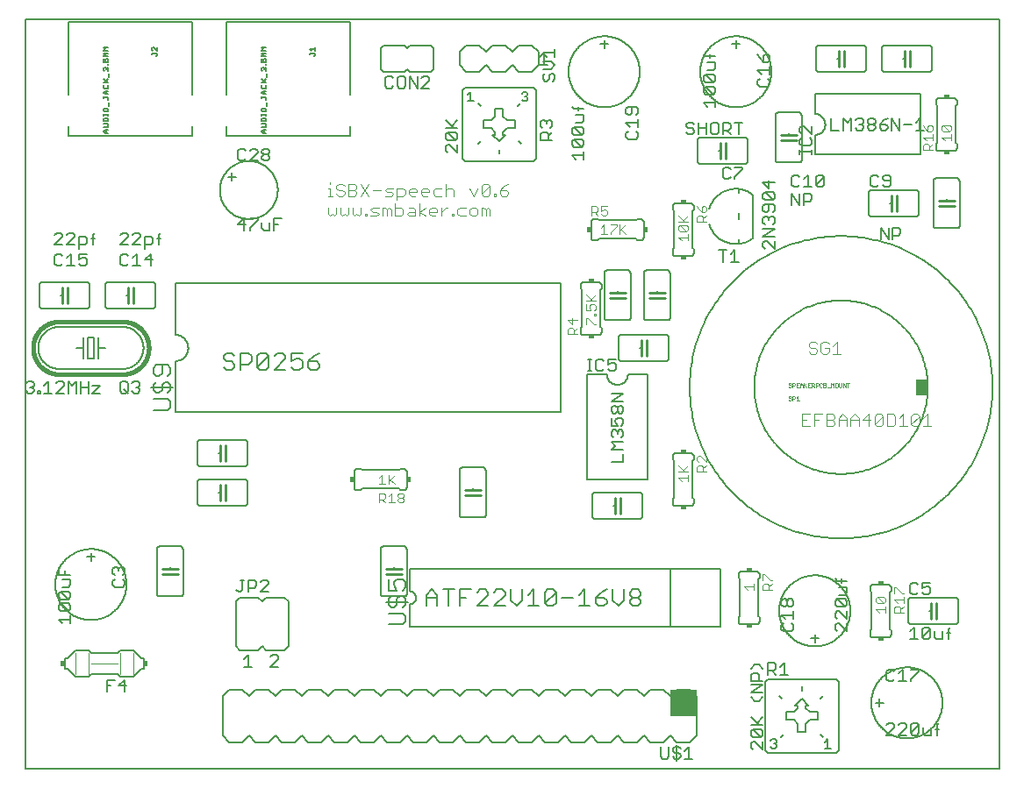
<source format=gto>
G04 EAGLE Gerber RS-274X export*
G75*
%MOMM*%
%FSLAX34Y34*%
%LPD*%
%INSilkscreen Top*%
%IPPOS*%
%AMOC8*
5,1,8,0,0,1.08239X$1,22.5*%
G01*
%ADD10C,0.101600*%
%ADD11C,0.152400*%
%ADD12C,0.254000*%
%ADD13C,0.127000*%
%ADD14C,0.177800*%
%ADD15C,0.406400*%
%ADD16R,0.508000X0.381000*%
%ADD17C,0.203200*%
%ADD18R,0.381000X0.508000*%
%ADD19R,2.540000X2.540000*%
%ADD20C,0.050800*%
%ADD21R,0.355600X0.609600*%
%ADD22C,0.025400*%
%ADD23R,1.175000X1.600000*%


D10*
X292608Y573454D02*
X294557Y573454D01*
X294557Y565658D01*
X292608Y565658D02*
X296506Y565658D01*
X294557Y577352D02*
X294557Y579301D01*
X306251Y577352D02*
X308200Y575403D01*
X306251Y577352D02*
X302353Y577352D01*
X300404Y575403D01*
X300404Y573454D01*
X302353Y571505D01*
X306251Y571505D01*
X308200Y569556D01*
X308200Y567607D01*
X306251Y565658D01*
X302353Y565658D01*
X300404Y567607D01*
X312098Y565658D02*
X312098Y577352D01*
X317945Y577352D01*
X319894Y575403D01*
X319894Y573454D01*
X317945Y571505D01*
X319894Y569556D01*
X319894Y567607D01*
X317945Y565658D01*
X312098Y565658D01*
X312098Y571505D02*
X317945Y571505D01*
X323792Y577352D02*
X331588Y565658D01*
X323792Y565658D02*
X331588Y577352D01*
X335486Y571505D02*
X343282Y571505D01*
X347180Y565658D02*
X353027Y565658D01*
X354976Y567607D01*
X353027Y569556D01*
X349129Y569556D01*
X347180Y571505D01*
X349129Y573454D01*
X354976Y573454D01*
X358874Y573454D02*
X358874Y561760D01*
X358874Y573454D02*
X364721Y573454D01*
X366670Y571505D01*
X366670Y567607D01*
X364721Y565658D01*
X358874Y565658D01*
X372517Y565658D02*
X376415Y565658D01*
X372517Y565658D02*
X370568Y567607D01*
X370568Y571505D01*
X372517Y573454D01*
X376415Y573454D01*
X378364Y571505D01*
X378364Y569556D01*
X370568Y569556D01*
X384211Y565658D02*
X388109Y565658D01*
X384211Y565658D02*
X382262Y567607D01*
X382262Y571505D01*
X384211Y573454D01*
X388109Y573454D01*
X390058Y571505D01*
X390058Y569556D01*
X382262Y569556D01*
X395905Y573454D02*
X401752Y573454D01*
X395905Y573454D02*
X393956Y571505D01*
X393956Y567607D01*
X395905Y565658D01*
X401752Y565658D01*
X405650Y565658D02*
X405650Y577352D01*
X407599Y573454D02*
X405650Y571505D01*
X407599Y573454D02*
X411497Y573454D01*
X413446Y571505D01*
X413446Y565658D01*
X429038Y573454D02*
X432936Y565658D01*
X436834Y573454D01*
X440732Y575403D02*
X440732Y567607D01*
X440732Y575403D02*
X442681Y577352D01*
X446579Y577352D01*
X448528Y575403D01*
X448528Y567607D01*
X446579Y565658D01*
X442681Y565658D01*
X440732Y567607D01*
X448528Y575403D01*
X452426Y567607D02*
X452426Y565658D01*
X452426Y567607D02*
X454375Y567607D01*
X454375Y565658D01*
X452426Y565658D01*
X462171Y575403D02*
X466069Y577352D01*
X462171Y575403D02*
X458273Y571505D01*
X458273Y567607D01*
X460222Y565658D01*
X464120Y565658D01*
X466069Y567607D01*
X466069Y569556D01*
X464120Y571505D01*
X458273Y571505D01*
X292608Y554404D02*
X292608Y548557D01*
X294557Y546608D01*
X296506Y548557D01*
X298455Y546608D01*
X300404Y548557D01*
X300404Y554404D01*
X304302Y554404D02*
X304302Y548557D01*
X306251Y546608D01*
X308200Y548557D01*
X310149Y546608D01*
X312098Y548557D01*
X312098Y554404D01*
X315996Y554404D02*
X315996Y548557D01*
X317945Y546608D01*
X319894Y548557D01*
X321843Y546608D01*
X323792Y548557D01*
X323792Y554404D01*
X327690Y548557D02*
X327690Y546608D01*
X327690Y548557D02*
X329639Y548557D01*
X329639Y546608D01*
X327690Y546608D01*
X333537Y546608D02*
X339384Y546608D01*
X341333Y548557D01*
X339384Y550506D01*
X335486Y550506D01*
X333537Y552455D01*
X335486Y554404D01*
X341333Y554404D01*
X345231Y554404D02*
X345231Y546608D01*
X345231Y554404D02*
X347180Y554404D01*
X349129Y552455D01*
X349129Y546608D01*
X349129Y552455D02*
X351078Y554404D01*
X353027Y552455D01*
X353027Y546608D01*
X356925Y546608D02*
X356925Y558302D01*
X356925Y546608D02*
X362772Y546608D01*
X364721Y548557D01*
X364721Y552455D01*
X362772Y554404D01*
X356925Y554404D01*
X370568Y554404D02*
X374466Y554404D01*
X376415Y552455D01*
X376415Y546608D01*
X370568Y546608D01*
X368619Y548557D01*
X370568Y550506D01*
X376415Y550506D01*
X380313Y546608D02*
X380313Y558302D01*
X380313Y550506D02*
X386160Y546608D01*
X380313Y550506D02*
X386160Y554404D01*
X392007Y546608D02*
X395905Y546608D01*
X392007Y546608D02*
X390058Y548557D01*
X390058Y552455D01*
X392007Y554404D01*
X395905Y554404D01*
X397854Y552455D01*
X397854Y550506D01*
X390058Y550506D01*
X401752Y546608D02*
X401752Y554404D01*
X401752Y550506D02*
X405650Y554404D01*
X407599Y554404D01*
X411497Y548557D02*
X411497Y546608D01*
X411497Y548557D02*
X413446Y548557D01*
X413446Y546608D01*
X411497Y546608D01*
X419293Y554404D02*
X425140Y554404D01*
X419293Y554404D02*
X417344Y552455D01*
X417344Y548557D01*
X419293Y546608D01*
X425140Y546608D01*
X430987Y546608D02*
X434885Y546608D01*
X436834Y548557D01*
X436834Y552455D01*
X434885Y554404D01*
X430987Y554404D01*
X429038Y552455D01*
X429038Y548557D01*
X430987Y546608D01*
X440732Y546608D02*
X440732Y554404D01*
X442681Y554404D01*
X444630Y552455D01*
X444630Y546608D01*
X444630Y552455D02*
X446579Y554404D01*
X448528Y552455D01*
X448528Y546608D01*
D11*
X368300Y224790D02*
X368300Y181610D01*
X342900Y181610D02*
X342900Y224790D01*
X345440Y179070D02*
X365760Y179070D01*
X365760Y227330D02*
X345440Y227330D01*
X368300Y181610D02*
X368298Y181510D01*
X368292Y181411D01*
X368282Y181311D01*
X368269Y181213D01*
X368251Y181114D01*
X368230Y181017D01*
X368205Y180921D01*
X368176Y180825D01*
X368143Y180731D01*
X368107Y180638D01*
X368067Y180547D01*
X368023Y180457D01*
X367976Y180369D01*
X367926Y180283D01*
X367872Y180199D01*
X367815Y180117D01*
X367755Y180038D01*
X367691Y179960D01*
X367625Y179886D01*
X367556Y179814D01*
X367484Y179745D01*
X367410Y179679D01*
X367332Y179615D01*
X367253Y179555D01*
X367171Y179498D01*
X367087Y179444D01*
X367001Y179394D01*
X366913Y179347D01*
X366823Y179303D01*
X366732Y179263D01*
X366639Y179227D01*
X366545Y179194D01*
X366449Y179165D01*
X366353Y179140D01*
X366256Y179119D01*
X366157Y179101D01*
X366059Y179088D01*
X365959Y179078D01*
X365860Y179072D01*
X365760Y179070D01*
X368300Y224790D02*
X368298Y224890D01*
X368292Y224989D01*
X368282Y225089D01*
X368269Y225187D01*
X368251Y225286D01*
X368230Y225383D01*
X368205Y225479D01*
X368176Y225575D01*
X368143Y225669D01*
X368107Y225762D01*
X368067Y225853D01*
X368023Y225943D01*
X367976Y226031D01*
X367926Y226117D01*
X367872Y226201D01*
X367815Y226283D01*
X367755Y226362D01*
X367691Y226440D01*
X367625Y226514D01*
X367556Y226586D01*
X367484Y226655D01*
X367410Y226721D01*
X367332Y226785D01*
X367253Y226845D01*
X367171Y226902D01*
X367087Y226956D01*
X367001Y227006D01*
X366913Y227053D01*
X366823Y227097D01*
X366732Y227137D01*
X366639Y227173D01*
X366545Y227206D01*
X366449Y227235D01*
X366353Y227260D01*
X366256Y227281D01*
X366157Y227299D01*
X366059Y227312D01*
X365959Y227322D01*
X365860Y227328D01*
X365760Y227330D01*
X342900Y181610D02*
X342902Y181510D01*
X342908Y181411D01*
X342918Y181311D01*
X342931Y181213D01*
X342949Y181114D01*
X342970Y181017D01*
X342995Y180921D01*
X343024Y180825D01*
X343057Y180731D01*
X343093Y180638D01*
X343133Y180547D01*
X343177Y180457D01*
X343224Y180369D01*
X343274Y180283D01*
X343328Y180199D01*
X343385Y180117D01*
X343445Y180038D01*
X343509Y179960D01*
X343575Y179886D01*
X343644Y179814D01*
X343716Y179745D01*
X343790Y179679D01*
X343868Y179615D01*
X343947Y179555D01*
X344029Y179498D01*
X344113Y179444D01*
X344199Y179394D01*
X344287Y179347D01*
X344377Y179303D01*
X344468Y179263D01*
X344561Y179227D01*
X344655Y179194D01*
X344751Y179165D01*
X344847Y179140D01*
X344944Y179119D01*
X345043Y179101D01*
X345141Y179088D01*
X345241Y179078D01*
X345340Y179072D01*
X345440Y179070D01*
X342900Y224790D02*
X342902Y224890D01*
X342908Y224989D01*
X342918Y225089D01*
X342931Y225187D01*
X342949Y225286D01*
X342970Y225383D01*
X342995Y225479D01*
X343024Y225575D01*
X343057Y225669D01*
X343093Y225762D01*
X343133Y225853D01*
X343177Y225943D01*
X343224Y226031D01*
X343274Y226117D01*
X343328Y226201D01*
X343385Y226283D01*
X343445Y226362D01*
X343509Y226440D01*
X343575Y226514D01*
X343644Y226586D01*
X343716Y226655D01*
X343790Y226721D01*
X343868Y226785D01*
X343947Y226845D01*
X344029Y226902D01*
X344113Y226956D01*
X344199Y227006D01*
X344287Y227053D01*
X344377Y227097D01*
X344468Y227137D01*
X344561Y227173D01*
X344655Y227206D01*
X344751Y227235D01*
X344847Y227260D01*
X344944Y227281D01*
X345043Y227299D01*
X345141Y227312D01*
X345241Y227322D01*
X345340Y227328D01*
X345440Y227330D01*
X355600Y200660D02*
X355600Y199390D01*
D12*
X355600Y200660D02*
X363220Y200660D01*
X355600Y200660D02*
X347980Y200660D01*
X355600Y205740D02*
X363220Y205740D01*
X355600Y205740D02*
X347980Y205740D01*
D11*
X355600Y205740D02*
X355600Y207010D01*
X63500Y213360D02*
X63500Y220980D01*
X59690Y217170D02*
X67310Y217170D01*
X29210Y190500D02*
X29220Y191342D01*
X29251Y192183D01*
X29303Y193023D01*
X29375Y193861D01*
X29468Y194697D01*
X29581Y195531D01*
X29715Y196362D01*
X29869Y197190D01*
X30043Y198013D01*
X30238Y198832D01*
X30452Y199646D01*
X30687Y200454D01*
X30941Y201256D01*
X31214Y202052D01*
X31508Y202841D01*
X31820Y203622D01*
X32152Y204396D01*
X32502Y205161D01*
X32871Y205917D01*
X33259Y206664D01*
X33665Y207401D01*
X34088Y208129D01*
X34530Y208845D01*
X34989Y209551D01*
X35465Y210244D01*
X35958Y210927D01*
X36468Y211596D01*
X36993Y212253D01*
X37535Y212897D01*
X38093Y213528D01*
X38666Y214144D01*
X39253Y214747D01*
X39856Y215334D01*
X40472Y215907D01*
X41103Y216465D01*
X41747Y217007D01*
X42404Y217532D01*
X43073Y218042D01*
X43756Y218535D01*
X44449Y219011D01*
X45155Y219470D01*
X45871Y219912D01*
X46599Y220335D01*
X47336Y220741D01*
X48083Y221129D01*
X48839Y221498D01*
X49604Y221848D01*
X50378Y222180D01*
X51159Y222492D01*
X51948Y222786D01*
X52744Y223059D01*
X53546Y223313D01*
X54354Y223548D01*
X55168Y223762D01*
X55987Y223957D01*
X56810Y224131D01*
X57638Y224285D01*
X58469Y224419D01*
X59303Y224532D01*
X60139Y224625D01*
X60977Y224697D01*
X61817Y224749D01*
X62658Y224780D01*
X63500Y224790D01*
X64342Y224780D01*
X65183Y224749D01*
X66023Y224697D01*
X66861Y224625D01*
X67697Y224532D01*
X68531Y224419D01*
X69362Y224285D01*
X70190Y224131D01*
X71013Y223957D01*
X71832Y223762D01*
X72646Y223548D01*
X73454Y223313D01*
X74256Y223059D01*
X75052Y222786D01*
X75841Y222492D01*
X76622Y222180D01*
X77396Y221848D01*
X78161Y221498D01*
X78917Y221129D01*
X79664Y220741D01*
X80401Y220335D01*
X81129Y219912D01*
X81845Y219470D01*
X82551Y219011D01*
X83244Y218535D01*
X83927Y218042D01*
X84596Y217532D01*
X85253Y217007D01*
X85897Y216465D01*
X86528Y215907D01*
X87144Y215334D01*
X87747Y214747D01*
X88334Y214144D01*
X88907Y213528D01*
X89465Y212897D01*
X90007Y212253D01*
X90532Y211596D01*
X91042Y210927D01*
X91535Y210244D01*
X92011Y209551D01*
X92470Y208845D01*
X92912Y208129D01*
X93335Y207401D01*
X93741Y206664D01*
X94129Y205917D01*
X94498Y205161D01*
X94848Y204396D01*
X95180Y203622D01*
X95492Y202841D01*
X95786Y202052D01*
X96059Y201256D01*
X96313Y200454D01*
X96548Y199646D01*
X96762Y198832D01*
X96957Y198013D01*
X97131Y197190D01*
X97285Y196362D01*
X97419Y195531D01*
X97532Y194697D01*
X97625Y193861D01*
X97697Y193023D01*
X97749Y192183D01*
X97780Y191342D01*
X97790Y190500D01*
X97780Y189658D01*
X97749Y188817D01*
X97697Y187977D01*
X97625Y187139D01*
X97532Y186303D01*
X97419Y185469D01*
X97285Y184638D01*
X97131Y183810D01*
X96957Y182987D01*
X96762Y182168D01*
X96548Y181354D01*
X96313Y180546D01*
X96059Y179744D01*
X95786Y178948D01*
X95492Y178159D01*
X95180Y177378D01*
X94848Y176604D01*
X94498Y175839D01*
X94129Y175083D01*
X93741Y174336D01*
X93335Y173599D01*
X92912Y172871D01*
X92470Y172155D01*
X92011Y171449D01*
X91535Y170756D01*
X91042Y170073D01*
X90532Y169404D01*
X90007Y168747D01*
X89465Y168103D01*
X88907Y167472D01*
X88334Y166856D01*
X87747Y166253D01*
X87144Y165666D01*
X86528Y165093D01*
X85897Y164535D01*
X85253Y163993D01*
X84596Y163468D01*
X83927Y162958D01*
X83244Y162465D01*
X82551Y161989D01*
X81845Y161530D01*
X81129Y161088D01*
X80401Y160665D01*
X79664Y160259D01*
X78917Y159871D01*
X78161Y159502D01*
X77396Y159152D01*
X76622Y158820D01*
X75841Y158508D01*
X75052Y158214D01*
X74256Y157941D01*
X73454Y157687D01*
X72646Y157452D01*
X71832Y157238D01*
X71013Y157043D01*
X70190Y156869D01*
X69362Y156715D01*
X68531Y156581D01*
X67697Y156468D01*
X66861Y156375D01*
X66023Y156303D01*
X65183Y156251D01*
X64342Y156220D01*
X63500Y156210D01*
X62658Y156220D01*
X61817Y156251D01*
X60977Y156303D01*
X60139Y156375D01*
X59303Y156468D01*
X58469Y156581D01*
X57638Y156715D01*
X56810Y156869D01*
X55987Y157043D01*
X55168Y157238D01*
X54354Y157452D01*
X53546Y157687D01*
X52744Y157941D01*
X51948Y158214D01*
X51159Y158508D01*
X50378Y158820D01*
X49604Y159152D01*
X48839Y159502D01*
X48083Y159871D01*
X47336Y160259D01*
X46599Y160665D01*
X45871Y161088D01*
X45155Y161530D01*
X44449Y161989D01*
X43756Y162465D01*
X43073Y162958D01*
X42404Y163468D01*
X41747Y163993D01*
X41103Y164535D01*
X40472Y165093D01*
X39856Y165666D01*
X39253Y166253D01*
X38666Y166856D01*
X38093Y167472D01*
X37535Y168103D01*
X36993Y168747D01*
X36468Y169404D01*
X35958Y170073D01*
X35465Y170756D01*
X34989Y171449D01*
X34530Y172155D01*
X34088Y172871D01*
X33665Y173599D01*
X33259Y174336D01*
X32871Y175083D01*
X32502Y175839D01*
X32152Y176604D01*
X31820Y177378D01*
X31508Y178159D01*
X31214Y178948D01*
X30941Y179744D01*
X30687Y180546D01*
X30452Y181354D01*
X30238Y182168D01*
X30043Y182987D01*
X29869Y183810D01*
X29715Y184638D01*
X29581Y185469D01*
X29468Y186303D01*
X29375Y187139D01*
X29303Y187977D01*
X29251Y188817D01*
X29220Y189658D01*
X29210Y190500D01*
D13*
X84445Y193787D02*
X86352Y195694D01*
X84445Y193787D02*
X84445Y189974D01*
X86352Y188067D01*
X93978Y188067D01*
X95885Y189974D01*
X95885Y193787D01*
X93978Y195694D01*
X86352Y199761D02*
X84445Y201668D01*
X84445Y205481D01*
X86352Y207388D01*
X88259Y207388D01*
X90165Y205481D01*
X90165Y203574D01*
X90165Y205481D02*
X92072Y207388D01*
X93978Y207388D01*
X95885Y205481D01*
X95885Y201668D01*
X93978Y199761D01*
X36189Y152985D02*
X32375Y156798D01*
X43815Y156798D01*
X43815Y152985D02*
X43815Y160612D01*
X41908Y164679D02*
X34282Y164679D01*
X32375Y166586D01*
X32375Y170399D01*
X34282Y172306D01*
X41908Y172306D01*
X43815Y170399D01*
X43815Y166586D01*
X41908Y164679D01*
X34282Y172306D01*
X34282Y176373D02*
X41908Y176373D01*
X34282Y176373D02*
X32375Y178280D01*
X32375Y182093D01*
X34282Y183999D01*
X41908Y183999D01*
X43815Y182093D01*
X43815Y178280D01*
X41908Y176373D01*
X34282Y183999D01*
X36189Y188067D02*
X41908Y188067D01*
X43815Y189974D01*
X43815Y195693D01*
X36189Y195693D01*
X32375Y199761D02*
X43815Y199761D01*
X32375Y199761D02*
X32375Y207387D01*
X38095Y203574D02*
X38095Y199761D01*
D11*
X144780Y406400D02*
X145089Y406404D01*
X145398Y406415D01*
X145707Y406434D01*
X146015Y406460D01*
X146323Y406494D01*
X146629Y406535D01*
X146935Y406584D01*
X147239Y406640D01*
X147541Y406704D01*
X147842Y406775D01*
X148142Y406853D01*
X148439Y406938D01*
X148734Y407031D01*
X149027Y407131D01*
X149317Y407238D01*
X149604Y407352D01*
X149889Y407473D01*
X150171Y407601D01*
X150449Y407735D01*
X150724Y407877D01*
X150996Y408025D01*
X151263Y408180D01*
X151527Y408341D01*
X151787Y408508D01*
X152043Y408682D01*
X152295Y408862D01*
X152542Y409048D01*
X152784Y409240D01*
X153022Y409438D01*
X153255Y409641D01*
X153483Y409851D01*
X153705Y410065D01*
X153923Y410285D01*
X154135Y410511D01*
X154341Y410741D01*
X154542Y410976D01*
X154737Y411216D01*
X154926Y411461D01*
X155109Y411710D01*
X155286Y411964D01*
X155456Y412222D01*
X155621Y412484D01*
X155779Y412750D01*
X155930Y413020D01*
X156075Y413293D01*
X156213Y413570D01*
X156344Y413850D01*
X156468Y414133D01*
X156586Y414419D01*
X156696Y414708D01*
X156800Y414999D01*
X156896Y415293D01*
X156985Y415589D01*
X157067Y415888D01*
X157142Y416188D01*
X157209Y416490D01*
X157269Y416793D01*
X157321Y417098D01*
X157366Y417404D01*
X157404Y417711D01*
X157434Y418019D01*
X157456Y418327D01*
X157472Y418636D01*
X157479Y418945D01*
X157479Y419255D01*
X157472Y419564D01*
X157456Y419873D01*
X157434Y420181D01*
X157404Y420489D01*
X157366Y420796D01*
X157321Y421102D01*
X157269Y421407D01*
X157209Y421710D01*
X157142Y422012D01*
X157067Y422312D01*
X156985Y422611D01*
X156896Y422907D01*
X156800Y423201D01*
X156696Y423492D01*
X156586Y423781D01*
X156468Y424067D01*
X156344Y424350D01*
X156213Y424630D01*
X156075Y424907D01*
X155930Y425180D01*
X155779Y425450D01*
X155621Y425716D01*
X155456Y425978D01*
X155286Y426236D01*
X155109Y426490D01*
X154926Y426739D01*
X154737Y426984D01*
X154542Y427224D01*
X154341Y427459D01*
X154135Y427689D01*
X153923Y427915D01*
X153705Y428135D01*
X153483Y428349D01*
X153255Y428559D01*
X153022Y428762D01*
X152784Y428960D01*
X152542Y429152D01*
X152295Y429338D01*
X152043Y429518D01*
X151787Y429692D01*
X151527Y429859D01*
X151263Y430020D01*
X150996Y430175D01*
X150724Y430323D01*
X150449Y430465D01*
X150171Y430599D01*
X149889Y430727D01*
X149604Y430848D01*
X149317Y430962D01*
X149027Y431069D01*
X148734Y431169D01*
X148439Y431262D01*
X148142Y431347D01*
X147842Y431425D01*
X147541Y431496D01*
X147239Y431560D01*
X146935Y431616D01*
X146629Y431665D01*
X146323Y431706D01*
X146015Y431740D01*
X145707Y431766D01*
X145398Y431785D01*
X145089Y431796D01*
X144780Y431800D01*
X516890Y481330D02*
X516890Y356870D01*
X144780Y431800D02*
X144780Y481330D01*
X516890Y481330D01*
X516890Y356870D02*
X144780Y356870D01*
X144780Y406400D01*
D14*
X137412Y359029D02*
X124065Y359029D01*
X137412Y359029D02*
X140081Y361698D01*
X140081Y367037D01*
X137412Y369706D01*
X124065Y369706D01*
X137412Y375401D02*
X140081Y378070D01*
X140081Y383408D01*
X137412Y386078D01*
X134742Y386078D01*
X132073Y383408D01*
X132073Y378070D01*
X129404Y375401D01*
X126735Y375401D01*
X124065Y378070D01*
X124065Y383408D01*
X126735Y386078D01*
X121396Y380739D02*
X142750Y380739D01*
X137412Y391772D02*
X140081Y394441D01*
X140081Y399780D01*
X137412Y402449D01*
X126735Y402449D01*
X124065Y399780D01*
X124065Y394441D01*
X126735Y391772D01*
X129404Y391772D01*
X132073Y394441D01*
X132073Y402449D01*
X199397Y413907D02*
X202066Y411237D01*
X199397Y413907D02*
X194058Y413907D01*
X191389Y411237D01*
X191389Y408568D01*
X194058Y405899D01*
X199397Y405899D01*
X202066Y403230D01*
X202066Y400560D01*
X199397Y397891D01*
X194058Y397891D01*
X191389Y400560D01*
X207761Y397891D02*
X207761Y413907D01*
X215768Y413907D01*
X218438Y411237D01*
X218438Y405899D01*
X215768Y403230D01*
X207761Y403230D01*
X224132Y400560D02*
X224132Y411237D01*
X226801Y413907D01*
X232140Y413907D01*
X234809Y411237D01*
X234809Y400560D01*
X232140Y397891D01*
X226801Y397891D01*
X224132Y400560D01*
X234809Y411237D01*
X240504Y397891D02*
X251181Y397891D01*
X240504Y397891D02*
X251181Y408568D01*
X251181Y411237D01*
X248512Y413907D01*
X243173Y413907D01*
X240504Y411237D01*
X256875Y413907D02*
X267552Y413907D01*
X256875Y413907D02*
X256875Y405899D01*
X262214Y408568D01*
X264883Y408568D01*
X267552Y405899D01*
X267552Y400560D01*
X264883Y397891D01*
X259545Y397891D01*
X256875Y400560D01*
X278585Y411237D02*
X283924Y413907D01*
X278585Y411237D02*
X273247Y405899D01*
X273247Y400560D01*
X275916Y397891D01*
X281255Y397891D01*
X283924Y400560D01*
X283924Y403230D01*
X281255Y405899D01*
X273247Y405899D01*
D15*
X93980Y444500D02*
X33020Y444500D01*
X33020Y393700D02*
X93980Y393700D01*
D11*
X93980Y439420D02*
X33020Y439420D01*
X66802Y429260D02*
X66802Y408940D01*
X66802Y429260D02*
X60452Y429260D01*
X60452Y408940D01*
X66802Y408940D01*
X56642Y408940D02*
X56642Y419100D01*
X70358Y419100D02*
X70358Y408940D01*
X56642Y419100D02*
X49530Y419100D01*
X56642Y419100D02*
X56642Y429260D01*
X70358Y419100D02*
X77470Y419100D01*
X70358Y419100D02*
X70358Y429260D01*
D15*
X93980Y444500D02*
X94599Y444492D01*
X95217Y444470D01*
X95834Y444432D01*
X96450Y444380D01*
X97065Y444312D01*
X97678Y444229D01*
X98289Y444132D01*
X98897Y444019D01*
X99503Y443892D01*
X100105Y443750D01*
X100703Y443594D01*
X101298Y443423D01*
X101888Y443238D01*
X102473Y443038D01*
X103054Y442824D01*
X103629Y442596D01*
X104198Y442354D01*
X104761Y442098D01*
X105318Y441829D01*
X105868Y441546D01*
X106411Y441250D01*
X106947Y440941D01*
X107475Y440619D01*
X107995Y440284D01*
X108507Y439936D01*
X109010Y439576D01*
X109504Y439204D01*
X109989Y438820D01*
X110464Y438424D01*
X110930Y438017D01*
X111386Y437599D01*
X111831Y437170D01*
X112266Y436729D01*
X112689Y436279D01*
X113102Y435818D01*
X113504Y435348D01*
X113893Y434867D01*
X114272Y434378D01*
X114638Y433879D01*
X114991Y433372D01*
X115333Y432856D01*
X115661Y432332D01*
X115977Y431800D01*
X116280Y431261D01*
X116569Y430714D01*
X116845Y430160D01*
X117108Y429600D01*
X117357Y429034D01*
X117592Y428462D01*
X117813Y427884D01*
X118020Y427301D01*
X118212Y426713D01*
X118390Y426121D01*
X118554Y425525D01*
X118703Y424924D01*
X118838Y424320D01*
X118957Y423714D01*
X119062Y423104D01*
X119152Y422492D01*
X119228Y421878D01*
X119288Y421262D01*
X119333Y420645D01*
X119363Y420028D01*
X119378Y419409D01*
X119378Y418791D01*
X119363Y418172D01*
X119333Y417555D01*
X119288Y416938D01*
X119228Y416322D01*
X119152Y415708D01*
X119062Y415096D01*
X118957Y414486D01*
X118838Y413880D01*
X118703Y413276D01*
X118554Y412675D01*
X118390Y412079D01*
X118212Y411487D01*
X118020Y410899D01*
X117813Y410316D01*
X117592Y409738D01*
X117357Y409166D01*
X117108Y408600D01*
X116845Y408040D01*
X116569Y407486D01*
X116280Y406939D01*
X115977Y406400D01*
X115661Y405868D01*
X115333Y405344D01*
X114991Y404828D01*
X114638Y404321D01*
X114272Y403822D01*
X113893Y403333D01*
X113504Y402852D01*
X113102Y402382D01*
X112689Y401921D01*
X112266Y401471D01*
X111831Y401030D01*
X111386Y400601D01*
X110930Y400183D01*
X110464Y399776D01*
X109989Y399380D01*
X109504Y398996D01*
X109010Y398624D01*
X108507Y398264D01*
X107995Y397916D01*
X107475Y397581D01*
X106947Y397259D01*
X106411Y396950D01*
X105868Y396654D01*
X105318Y396371D01*
X104761Y396102D01*
X104198Y395846D01*
X103629Y395604D01*
X103054Y395376D01*
X102473Y395162D01*
X101888Y394962D01*
X101298Y394777D01*
X100703Y394606D01*
X100105Y394450D01*
X99503Y394308D01*
X98897Y394181D01*
X98289Y394068D01*
X97678Y393971D01*
X97065Y393888D01*
X96450Y393820D01*
X95834Y393768D01*
X95217Y393730D01*
X94599Y393708D01*
X93980Y393700D01*
X33020Y393700D02*
X32401Y393708D01*
X31783Y393730D01*
X31166Y393768D01*
X30550Y393820D01*
X29935Y393888D01*
X29322Y393971D01*
X28711Y394068D01*
X28103Y394181D01*
X27497Y394308D01*
X26895Y394450D01*
X26297Y394606D01*
X25702Y394777D01*
X25112Y394962D01*
X24527Y395162D01*
X23946Y395376D01*
X23371Y395604D01*
X22802Y395846D01*
X22239Y396102D01*
X21682Y396371D01*
X21132Y396654D01*
X20589Y396950D01*
X20053Y397259D01*
X19525Y397581D01*
X19005Y397916D01*
X18493Y398264D01*
X17990Y398624D01*
X17496Y398996D01*
X17011Y399380D01*
X16536Y399776D01*
X16070Y400183D01*
X15614Y400601D01*
X15169Y401030D01*
X14734Y401471D01*
X14311Y401921D01*
X13898Y402382D01*
X13496Y402852D01*
X13107Y403333D01*
X12728Y403822D01*
X12362Y404321D01*
X12009Y404828D01*
X11667Y405344D01*
X11339Y405868D01*
X11023Y406400D01*
X10720Y406939D01*
X10431Y407486D01*
X10155Y408040D01*
X9892Y408600D01*
X9643Y409166D01*
X9408Y409738D01*
X9187Y410316D01*
X8980Y410899D01*
X8788Y411487D01*
X8610Y412079D01*
X8446Y412675D01*
X8297Y413276D01*
X8162Y413880D01*
X8043Y414486D01*
X7938Y415096D01*
X7848Y415708D01*
X7772Y416322D01*
X7712Y416938D01*
X7667Y417555D01*
X7637Y418172D01*
X7622Y418791D01*
X7622Y419409D01*
X7637Y420028D01*
X7667Y420645D01*
X7712Y421262D01*
X7772Y421878D01*
X7848Y422492D01*
X7938Y423104D01*
X8043Y423714D01*
X8162Y424320D01*
X8297Y424924D01*
X8446Y425525D01*
X8610Y426121D01*
X8788Y426713D01*
X8980Y427301D01*
X9187Y427884D01*
X9408Y428462D01*
X9643Y429034D01*
X9892Y429600D01*
X10155Y430160D01*
X10431Y430714D01*
X10720Y431261D01*
X11023Y431800D01*
X11339Y432332D01*
X11667Y432856D01*
X12009Y433372D01*
X12362Y433879D01*
X12728Y434378D01*
X13107Y434867D01*
X13496Y435348D01*
X13898Y435818D01*
X14311Y436279D01*
X14734Y436729D01*
X15169Y437170D01*
X15614Y437599D01*
X16070Y438017D01*
X16536Y438424D01*
X17011Y438820D01*
X17496Y439204D01*
X17990Y439576D01*
X18493Y439936D01*
X19005Y440284D01*
X19525Y440619D01*
X20053Y440941D01*
X20589Y441250D01*
X21132Y441546D01*
X21682Y441829D01*
X22239Y442098D01*
X22802Y442354D01*
X23371Y442596D01*
X23946Y442824D01*
X24527Y443038D01*
X25112Y443238D01*
X25702Y443423D01*
X26297Y443594D01*
X26895Y443750D01*
X27497Y443892D01*
X28103Y444019D01*
X28711Y444132D01*
X29322Y444229D01*
X29935Y444312D01*
X30550Y444380D01*
X31166Y444432D01*
X31783Y444470D01*
X32401Y444492D01*
X33020Y444500D01*
D11*
X93980Y439420D02*
X94475Y439414D01*
X94969Y439396D01*
X95463Y439366D01*
X95956Y439324D01*
X96448Y439270D01*
X96939Y439203D01*
X97427Y439125D01*
X97914Y439036D01*
X98398Y438934D01*
X98880Y438820D01*
X99359Y438695D01*
X99834Y438558D01*
X100306Y438410D01*
X100775Y438250D01*
X101239Y438079D01*
X101699Y437897D01*
X102154Y437703D01*
X102605Y437499D01*
X103050Y437283D01*
X103491Y437057D01*
X103925Y436820D01*
X104354Y436573D01*
X104776Y436315D01*
X105192Y436047D01*
X105601Y435769D01*
X106004Y435481D01*
X106399Y435183D01*
X106787Y434876D01*
X107167Y434559D01*
X107540Y434234D01*
X107904Y433899D01*
X108261Y433556D01*
X108608Y433204D01*
X108948Y432843D01*
X109278Y432475D01*
X109599Y432098D01*
X109911Y431714D01*
X110213Y431322D01*
X110506Y430923D01*
X110789Y430517D01*
X111062Y430105D01*
X111325Y429686D01*
X111578Y429260D01*
X111820Y428828D01*
X112051Y428391D01*
X112272Y427948D01*
X112482Y427500D01*
X112681Y427047D01*
X112869Y426589D01*
X113046Y426127D01*
X113212Y425661D01*
X113366Y425191D01*
X113508Y424717D01*
X113639Y424240D01*
X113759Y423759D01*
X113866Y423276D01*
X113962Y422791D01*
X114046Y422303D01*
X114118Y421814D01*
X114178Y421322D01*
X114226Y420830D01*
X114262Y420336D01*
X114286Y419842D01*
X114298Y419347D01*
X114298Y418853D01*
X114286Y418358D01*
X114262Y417864D01*
X114226Y417370D01*
X114178Y416878D01*
X114118Y416386D01*
X114046Y415897D01*
X113962Y415409D01*
X113866Y414924D01*
X113759Y414441D01*
X113639Y413960D01*
X113508Y413483D01*
X113366Y413009D01*
X113212Y412539D01*
X113046Y412073D01*
X112869Y411611D01*
X112681Y411153D01*
X112482Y410700D01*
X112272Y410252D01*
X112051Y409809D01*
X111820Y409372D01*
X111578Y408940D01*
X111325Y408514D01*
X111062Y408095D01*
X110789Y407683D01*
X110506Y407277D01*
X110213Y406878D01*
X109911Y406486D01*
X109599Y406102D01*
X109278Y405725D01*
X108948Y405357D01*
X108608Y404996D01*
X108261Y404644D01*
X107904Y404301D01*
X107540Y403966D01*
X107167Y403641D01*
X106787Y403324D01*
X106399Y403017D01*
X106004Y402719D01*
X105601Y402431D01*
X105192Y402153D01*
X104776Y401885D01*
X104354Y401627D01*
X103925Y401380D01*
X103491Y401143D01*
X103050Y400917D01*
X102605Y400701D01*
X102154Y400497D01*
X101699Y400303D01*
X101239Y400121D01*
X100775Y399950D01*
X100306Y399790D01*
X99834Y399642D01*
X99359Y399505D01*
X98880Y399380D01*
X98398Y399266D01*
X97914Y399164D01*
X97427Y399075D01*
X96939Y398997D01*
X96448Y398930D01*
X95956Y398876D01*
X95463Y398834D01*
X94969Y398804D01*
X94475Y398786D01*
X93980Y398780D01*
X33020Y398780D02*
X32525Y398786D01*
X32031Y398804D01*
X31537Y398834D01*
X31044Y398876D01*
X30552Y398930D01*
X30061Y398997D01*
X29573Y399075D01*
X29086Y399164D01*
X28602Y399266D01*
X28120Y399380D01*
X27641Y399505D01*
X27166Y399642D01*
X26694Y399790D01*
X26225Y399950D01*
X25761Y400121D01*
X25301Y400303D01*
X24846Y400497D01*
X24395Y400701D01*
X23950Y400917D01*
X23509Y401143D01*
X23075Y401380D01*
X22646Y401627D01*
X22224Y401885D01*
X21808Y402153D01*
X21399Y402431D01*
X20996Y402719D01*
X20601Y403017D01*
X20213Y403324D01*
X19833Y403641D01*
X19460Y403966D01*
X19096Y404301D01*
X18739Y404644D01*
X18392Y404996D01*
X18052Y405357D01*
X17722Y405725D01*
X17401Y406102D01*
X17089Y406486D01*
X16787Y406878D01*
X16494Y407277D01*
X16211Y407683D01*
X15938Y408095D01*
X15675Y408514D01*
X15422Y408940D01*
X15180Y409372D01*
X14949Y409809D01*
X14728Y410252D01*
X14518Y410700D01*
X14319Y411153D01*
X14131Y411611D01*
X13954Y412073D01*
X13788Y412539D01*
X13634Y413009D01*
X13492Y413483D01*
X13361Y413960D01*
X13241Y414441D01*
X13134Y414924D01*
X13038Y415409D01*
X12954Y415897D01*
X12882Y416386D01*
X12822Y416878D01*
X12774Y417370D01*
X12738Y417864D01*
X12714Y418358D01*
X12702Y418853D01*
X12702Y419347D01*
X12714Y419842D01*
X12738Y420336D01*
X12774Y420830D01*
X12822Y421322D01*
X12882Y421814D01*
X12954Y422303D01*
X13038Y422791D01*
X13134Y423276D01*
X13241Y423759D01*
X13361Y424240D01*
X13492Y424717D01*
X13634Y425191D01*
X13788Y425661D01*
X13954Y426127D01*
X14131Y426589D01*
X14319Y427047D01*
X14518Y427500D01*
X14728Y427948D01*
X14949Y428391D01*
X15180Y428828D01*
X15422Y429260D01*
X15675Y429686D01*
X15938Y430105D01*
X16211Y430517D01*
X16494Y430923D01*
X16787Y431322D01*
X17089Y431714D01*
X17401Y432098D01*
X17722Y432475D01*
X18052Y432843D01*
X18392Y433204D01*
X18739Y433556D01*
X19096Y433899D01*
X19460Y434234D01*
X19833Y434559D01*
X20213Y434876D01*
X20601Y435183D01*
X20996Y435481D01*
X21399Y435769D01*
X21808Y436047D01*
X22224Y436315D01*
X22646Y436573D01*
X23075Y436820D01*
X23509Y437057D01*
X23950Y437283D01*
X24395Y437499D01*
X24846Y437703D01*
X25301Y437897D01*
X25761Y438079D01*
X26225Y438250D01*
X26694Y438410D01*
X27166Y438558D01*
X27641Y438695D01*
X28120Y438820D01*
X28602Y438934D01*
X29086Y439036D01*
X29573Y439125D01*
X30061Y439203D01*
X30552Y439270D01*
X31044Y439324D01*
X31537Y439366D01*
X32031Y439396D01*
X32525Y439414D01*
X33020Y439420D01*
X33020Y398780D02*
X93980Y398780D01*
D13*
X91547Y384818D02*
X91547Y377192D01*
X91547Y384818D02*
X93454Y386725D01*
X97267Y386725D01*
X99174Y384818D01*
X99174Y377192D01*
X97267Y375285D01*
X93454Y375285D01*
X91547Y377192D01*
X95360Y379098D02*
X99174Y375285D01*
X103241Y384818D02*
X105148Y386725D01*
X108961Y386725D01*
X110868Y384818D01*
X110868Y382912D01*
X108961Y381005D01*
X107054Y381005D01*
X108961Y381005D02*
X110868Y379098D01*
X110868Y377192D01*
X108961Y375285D01*
X105148Y375285D01*
X103241Y377192D01*
X2731Y386725D02*
X824Y384818D01*
X2731Y386725D02*
X6544Y386725D01*
X8451Y384818D01*
X8451Y382912D01*
X6544Y381005D01*
X4637Y381005D01*
X6544Y381005D02*
X8451Y379098D01*
X8451Y377192D01*
X6544Y375285D01*
X2731Y375285D01*
X824Y377192D01*
X12518Y377192D02*
X12518Y375285D01*
X12518Y377192D02*
X14425Y377192D01*
X14425Y375285D01*
X12518Y375285D01*
X18365Y382912D02*
X22178Y386725D01*
X22178Y375285D01*
X18365Y375285D02*
X25992Y375285D01*
X30059Y375285D02*
X37685Y375285D01*
X30059Y375285D02*
X37685Y382912D01*
X37685Y384818D01*
X35779Y386725D01*
X31966Y386725D01*
X30059Y384818D01*
X41753Y386725D02*
X41753Y375285D01*
X45566Y382912D02*
X41753Y386725D01*
X45566Y382912D02*
X49379Y386725D01*
X49379Y375285D01*
X53447Y375285D02*
X53447Y386725D01*
X53447Y381005D02*
X61073Y381005D01*
X61073Y386725D02*
X61073Y375285D01*
X65141Y382912D02*
X72767Y382912D01*
X65141Y375285D01*
X72767Y375285D01*
D11*
X80010Y482600D02*
X123190Y482600D01*
X123190Y457200D02*
X80010Y457200D01*
X125730Y459740D02*
X125730Y480060D01*
X77470Y480060D02*
X77470Y459740D01*
X123190Y482600D02*
X123290Y482598D01*
X123389Y482592D01*
X123489Y482582D01*
X123587Y482569D01*
X123686Y482551D01*
X123783Y482530D01*
X123879Y482505D01*
X123975Y482476D01*
X124069Y482443D01*
X124162Y482407D01*
X124253Y482367D01*
X124343Y482323D01*
X124431Y482276D01*
X124517Y482226D01*
X124601Y482172D01*
X124683Y482115D01*
X124762Y482055D01*
X124840Y481991D01*
X124914Y481925D01*
X124986Y481856D01*
X125055Y481784D01*
X125121Y481710D01*
X125185Y481632D01*
X125245Y481553D01*
X125302Y481471D01*
X125356Y481387D01*
X125406Y481301D01*
X125453Y481213D01*
X125497Y481123D01*
X125537Y481032D01*
X125573Y480939D01*
X125606Y480845D01*
X125635Y480749D01*
X125660Y480653D01*
X125681Y480556D01*
X125699Y480457D01*
X125712Y480359D01*
X125722Y480259D01*
X125728Y480160D01*
X125730Y480060D01*
X80010Y482600D02*
X79910Y482598D01*
X79811Y482592D01*
X79711Y482582D01*
X79613Y482569D01*
X79514Y482551D01*
X79417Y482530D01*
X79321Y482505D01*
X79225Y482476D01*
X79131Y482443D01*
X79038Y482407D01*
X78947Y482367D01*
X78857Y482323D01*
X78769Y482276D01*
X78683Y482226D01*
X78599Y482172D01*
X78517Y482115D01*
X78438Y482055D01*
X78360Y481991D01*
X78286Y481925D01*
X78214Y481856D01*
X78145Y481784D01*
X78079Y481710D01*
X78015Y481632D01*
X77955Y481553D01*
X77898Y481471D01*
X77844Y481387D01*
X77794Y481301D01*
X77747Y481213D01*
X77703Y481123D01*
X77663Y481032D01*
X77627Y480939D01*
X77594Y480845D01*
X77565Y480749D01*
X77540Y480653D01*
X77519Y480556D01*
X77501Y480457D01*
X77488Y480359D01*
X77478Y480259D01*
X77472Y480160D01*
X77470Y480060D01*
X123190Y457200D02*
X123290Y457202D01*
X123389Y457208D01*
X123489Y457218D01*
X123587Y457231D01*
X123686Y457249D01*
X123783Y457270D01*
X123879Y457295D01*
X123975Y457324D01*
X124069Y457357D01*
X124162Y457393D01*
X124253Y457433D01*
X124343Y457477D01*
X124431Y457524D01*
X124517Y457574D01*
X124601Y457628D01*
X124683Y457685D01*
X124762Y457745D01*
X124840Y457809D01*
X124914Y457875D01*
X124986Y457944D01*
X125055Y458016D01*
X125121Y458090D01*
X125185Y458168D01*
X125245Y458247D01*
X125302Y458329D01*
X125356Y458413D01*
X125406Y458499D01*
X125453Y458587D01*
X125497Y458677D01*
X125537Y458768D01*
X125573Y458861D01*
X125606Y458955D01*
X125635Y459051D01*
X125660Y459147D01*
X125681Y459244D01*
X125699Y459343D01*
X125712Y459441D01*
X125722Y459541D01*
X125728Y459640D01*
X125730Y459740D01*
X80010Y457200D02*
X79910Y457202D01*
X79811Y457208D01*
X79711Y457218D01*
X79613Y457231D01*
X79514Y457249D01*
X79417Y457270D01*
X79321Y457295D01*
X79225Y457324D01*
X79131Y457357D01*
X79038Y457393D01*
X78947Y457433D01*
X78857Y457477D01*
X78769Y457524D01*
X78683Y457574D01*
X78599Y457628D01*
X78517Y457685D01*
X78438Y457745D01*
X78360Y457809D01*
X78286Y457875D01*
X78214Y457944D01*
X78145Y458016D01*
X78079Y458090D01*
X78015Y458168D01*
X77955Y458247D01*
X77898Y458329D01*
X77844Y458413D01*
X77794Y458499D01*
X77747Y458587D01*
X77703Y458677D01*
X77663Y458768D01*
X77627Y458861D01*
X77594Y458955D01*
X77565Y459051D01*
X77540Y459147D01*
X77519Y459244D01*
X77501Y459343D01*
X77488Y459441D01*
X77478Y459541D01*
X77472Y459640D01*
X77470Y459740D01*
X104140Y469900D02*
X105410Y469900D01*
D12*
X104140Y469900D02*
X104140Y477520D01*
X104140Y469900D02*
X104140Y462280D01*
X99060Y469900D02*
X99060Y477520D01*
X99060Y469900D02*
X99060Y462280D01*
D11*
X99060Y469900D02*
X97790Y469900D01*
D13*
X99702Y508008D02*
X97795Y509915D01*
X93982Y509915D01*
X92075Y508008D01*
X92075Y500382D01*
X93982Y498475D01*
X97795Y498475D01*
X99702Y500382D01*
X103769Y506102D02*
X107582Y509915D01*
X107582Y498475D01*
X103769Y498475D02*
X111395Y498475D01*
X121183Y498475D02*
X121183Y509915D01*
X115463Y504195D01*
X123089Y504195D01*
X99702Y518795D02*
X92075Y518795D01*
X99702Y526422D01*
X99702Y528328D01*
X97795Y530235D01*
X93982Y530235D01*
X92075Y528328D01*
X103769Y518795D02*
X111395Y518795D01*
X103769Y518795D02*
X111395Y526422D01*
X111395Y528328D01*
X109489Y530235D01*
X105676Y530235D01*
X103769Y528328D01*
X115463Y526422D02*
X115463Y514982D01*
X115463Y526422D02*
X121183Y526422D01*
X123089Y524515D01*
X123089Y520702D01*
X121183Y518795D01*
X115463Y518795D01*
X129064Y518795D02*
X129064Y528328D01*
X130970Y530235D01*
X130970Y524515D02*
X127157Y524515D01*
D11*
X59690Y457200D02*
X16510Y457200D01*
X16510Y482600D02*
X59690Y482600D01*
X13970Y480060D02*
X13970Y459740D01*
X62230Y459740D02*
X62230Y480060D01*
X16510Y457200D02*
X16410Y457202D01*
X16311Y457208D01*
X16211Y457218D01*
X16113Y457231D01*
X16014Y457249D01*
X15917Y457270D01*
X15821Y457295D01*
X15725Y457324D01*
X15631Y457357D01*
X15538Y457393D01*
X15447Y457433D01*
X15357Y457477D01*
X15269Y457524D01*
X15183Y457574D01*
X15099Y457628D01*
X15017Y457685D01*
X14938Y457745D01*
X14860Y457809D01*
X14786Y457875D01*
X14714Y457944D01*
X14645Y458016D01*
X14579Y458090D01*
X14515Y458168D01*
X14455Y458247D01*
X14398Y458329D01*
X14344Y458413D01*
X14294Y458499D01*
X14247Y458587D01*
X14203Y458677D01*
X14163Y458768D01*
X14127Y458861D01*
X14094Y458955D01*
X14065Y459051D01*
X14040Y459147D01*
X14019Y459244D01*
X14001Y459343D01*
X13988Y459441D01*
X13978Y459541D01*
X13972Y459640D01*
X13970Y459740D01*
X59690Y457200D02*
X59790Y457202D01*
X59889Y457208D01*
X59989Y457218D01*
X60087Y457231D01*
X60186Y457249D01*
X60283Y457270D01*
X60379Y457295D01*
X60475Y457324D01*
X60569Y457357D01*
X60662Y457393D01*
X60753Y457433D01*
X60843Y457477D01*
X60931Y457524D01*
X61017Y457574D01*
X61101Y457628D01*
X61183Y457685D01*
X61262Y457745D01*
X61340Y457809D01*
X61414Y457875D01*
X61486Y457944D01*
X61555Y458016D01*
X61621Y458090D01*
X61685Y458168D01*
X61745Y458247D01*
X61802Y458329D01*
X61856Y458413D01*
X61906Y458499D01*
X61953Y458587D01*
X61997Y458677D01*
X62037Y458768D01*
X62073Y458861D01*
X62106Y458955D01*
X62135Y459051D01*
X62160Y459147D01*
X62181Y459244D01*
X62199Y459343D01*
X62212Y459441D01*
X62222Y459541D01*
X62228Y459640D01*
X62230Y459740D01*
X16510Y482600D02*
X16410Y482598D01*
X16311Y482592D01*
X16211Y482582D01*
X16113Y482569D01*
X16014Y482551D01*
X15917Y482530D01*
X15821Y482505D01*
X15725Y482476D01*
X15631Y482443D01*
X15538Y482407D01*
X15447Y482367D01*
X15357Y482323D01*
X15269Y482276D01*
X15183Y482226D01*
X15099Y482172D01*
X15017Y482115D01*
X14938Y482055D01*
X14860Y481991D01*
X14786Y481925D01*
X14714Y481856D01*
X14645Y481784D01*
X14579Y481710D01*
X14515Y481632D01*
X14455Y481553D01*
X14398Y481471D01*
X14344Y481387D01*
X14294Y481301D01*
X14247Y481213D01*
X14203Y481123D01*
X14163Y481032D01*
X14127Y480939D01*
X14094Y480845D01*
X14065Y480749D01*
X14040Y480653D01*
X14019Y480556D01*
X14001Y480457D01*
X13988Y480359D01*
X13978Y480259D01*
X13972Y480160D01*
X13970Y480060D01*
X59690Y482600D02*
X59790Y482598D01*
X59889Y482592D01*
X59989Y482582D01*
X60087Y482569D01*
X60186Y482551D01*
X60283Y482530D01*
X60379Y482505D01*
X60475Y482476D01*
X60569Y482443D01*
X60662Y482407D01*
X60753Y482367D01*
X60843Y482323D01*
X60931Y482276D01*
X61017Y482226D01*
X61101Y482172D01*
X61183Y482115D01*
X61262Y482055D01*
X61340Y481991D01*
X61414Y481925D01*
X61486Y481856D01*
X61555Y481784D01*
X61621Y481710D01*
X61685Y481632D01*
X61745Y481553D01*
X61802Y481471D01*
X61856Y481387D01*
X61906Y481301D01*
X61953Y481213D01*
X61997Y481123D01*
X62037Y481032D01*
X62073Y480939D01*
X62106Y480845D01*
X62135Y480749D01*
X62160Y480653D01*
X62181Y480556D01*
X62199Y480457D01*
X62212Y480359D01*
X62222Y480259D01*
X62228Y480160D01*
X62230Y480060D01*
X35560Y469900D02*
X34290Y469900D01*
D12*
X35560Y469900D02*
X35560Y462280D01*
X35560Y469900D02*
X35560Y477520D01*
X40640Y469900D02*
X40640Y462280D01*
X40640Y469900D02*
X40640Y477520D01*
D11*
X40640Y469900D02*
X41910Y469900D01*
D13*
X36202Y508008D02*
X34295Y509915D01*
X30482Y509915D01*
X28575Y508008D01*
X28575Y500382D01*
X30482Y498475D01*
X34295Y498475D01*
X36202Y500382D01*
X40269Y506102D02*
X44082Y509915D01*
X44082Y498475D01*
X40269Y498475D02*
X47895Y498475D01*
X51963Y509915D02*
X59589Y509915D01*
X51963Y509915D02*
X51963Y504195D01*
X55776Y506102D01*
X57683Y506102D01*
X59589Y504195D01*
X59589Y500382D01*
X57683Y498475D01*
X53870Y498475D01*
X51963Y500382D01*
X36202Y518795D02*
X28575Y518795D01*
X36202Y526422D01*
X36202Y528328D01*
X34295Y530235D01*
X30482Y530235D01*
X28575Y528328D01*
X40269Y518795D02*
X47895Y518795D01*
X40269Y518795D02*
X47895Y526422D01*
X47895Y528328D01*
X45989Y530235D01*
X42176Y530235D01*
X40269Y528328D01*
X51963Y526422D02*
X51963Y514982D01*
X51963Y526422D02*
X57683Y526422D01*
X59589Y524515D01*
X59589Y520702D01*
X57683Y518795D01*
X51963Y518795D01*
X65564Y518795D02*
X65564Y528328D01*
X67470Y530235D01*
X67470Y524515D02*
X63657Y524515D01*
D11*
X168910Y266700D02*
X212090Y266700D01*
X212090Y292100D02*
X168910Y292100D01*
X166370Y289560D02*
X166370Y269240D01*
X214630Y269240D02*
X214630Y289560D01*
X168910Y266700D02*
X168810Y266702D01*
X168711Y266708D01*
X168611Y266718D01*
X168513Y266731D01*
X168414Y266749D01*
X168317Y266770D01*
X168221Y266795D01*
X168125Y266824D01*
X168031Y266857D01*
X167938Y266893D01*
X167847Y266933D01*
X167757Y266977D01*
X167669Y267024D01*
X167583Y267074D01*
X167499Y267128D01*
X167417Y267185D01*
X167338Y267245D01*
X167260Y267309D01*
X167186Y267375D01*
X167114Y267444D01*
X167045Y267516D01*
X166979Y267590D01*
X166915Y267668D01*
X166855Y267747D01*
X166798Y267829D01*
X166744Y267913D01*
X166694Y267999D01*
X166647Y268087D01*
X166603Y268177D01*
X166563Y268268D01*
X166527Y268361D01*
X166494Y268455D01*
X166465Y268551D01*
X166440Y268647D01*
X166419Y268744D01*
X166401Y268843D01*
X166388Y268941D01*
X166378Y269041D01*
X166372Y269140D01*
X166370Y269240D01*
X212090Y266700D02*
X212190Y266702D01*
X212289Y266708D01*
X212389Y266718D01*
X212487Y266731D01*
X212586Y266749D01*
X212683Y266770D01*
X212779Y266795D01*
X212875Y266824D01*
X212969Y266857D01*
X213062Y266893D01*
X213153Y266933D01*
X213243Y266977D01*
X213331Y267024D01*
X213417Y267074D01*
X213501Y267128D01*
X213583Y267185D01*
X213662Y267245D01*
X213740Y267309D01*
X213814Y267375D01*
X213886Y267444D01*
X213955Y267516D01*
X214021Y267590D01*
X214085Y267668D01*
X214145Y267747D01*
X214202Y267829D01*
X214256Y267913D01*
X214306Y267999D01*
X214353Y268087D01*
X214397Y268177D01*
X214437Y268268D01*
X214473Y268361D01*
X214506Y268455D01*
X214535Y268551D01*
X214560Y268647D01*
X214581Y268744D01*
X214599Y268843D01*
X214612Y268941D01*
X214622Y269041D01*
X214628Y269140D01*
X214630Y269240D01*
X168910Y292100D02*
X168810Y292098D01*
X168711Y292092D01*
X168611Y292082D01*
X168513Y292069D01*
X168414Y292051D01*
X168317Y292030D01*
X168221Y292005D01*
X168125Y291976D01*
X168031Y291943D01*
X167938Y291907D01*
X167847Y291867D01*
X167757Y291823D01*
X167669Y291776D01*
X167583Y291726D01*
X167499Y291672D01*
X167417Y291615D01*
X167338Y291555D01*
X167260Y291491D01*
X167186Y291425D01*
X167114Y291356D01*
X167045Y291284D01*
X166979Y291210D01*
X166915Y291132D01*
X166855Y291053D01*
X166798Y290971D01*
X166744Y290887D01*
X166694Y290801D01*
X166647Y290713D01*
X166603Y290623D01*
X166563Y290532D01*
X166527Y290439D01*
X166494Y290345D01*
X166465Y290249D01*
X166440Y290153D01*
X166419Y290056D01*
X166401Y289957D01*
X166388Y289859D01*
X166378Y289759D01*
X166372Y289660D01*
X166370Y289560D01*
X212090Y292100D02*
X212190Y292098D01*
X212289Y292092D01*
X212389Y292082D01*
X212487Y292069D01*
X212586Y292051D01*
X212683Y292030D01*
X212779Y292005D01*
X212875Y291976D01*
X212969Y291943D01*
X213062Y291907D01*
X213153Y291867D01*
X213243Y291823D01*
X213331Y291776D01*
X213417Y291726D01*
X213501Y291672D01*
X213583Y291615D01*
X213662Y291555D01*
X213740Y291491D01*
X213814Y291425D01*
X213886Y291356D01*
X213955Y291284D01*
X214021Y291210D01*
X214085Y291132D01*
X214145Y291053D01*
X214202Y290971D01*
X214256Y290887D01*
X214306Y290801D01*
X214353Y290713D01*
X214397Y290623D01*
X214437Y290532D01*
X214473Y290439D01*
X214506Y290345D01*
X214535Y290249D01*
X214560Y290153D01*
X214581Y290056D01*
X214599Y289957D01*
X214612Y289859D01*
X214622Y289759D01*
X214628Y289660D01*
X214630Y289560D01*
X187960Y279400D02*
X186690Y279400D01*
D12*
X187960Y279400D02*
X187960Y271780D01*
X187960Y279400D02*
X187960Y287020D01*
X193040Y279400D02*
X193040Y271780D01*
X193040Y279400D02*
X193040Y287020D01*
D11*
X193040Y279400D02*
X194310Y279400D01*
X212090Y304800D02*
X168910Y304800D01*
X168910Y330200D02*
X212090Y330200D01*
X166370Y327660D02*
X166370Y307340D01*
X214630Y307340D02*
X214630Y327660D01*
X168910Y304800D02*
X168810Y304802D01*
X168711Y304808D01*
X168611Y304818D01*
X168513Y304831D01*
X168414Y304849D01*
X168317Y304870D01*
X168221Y304895D01*
X168125Y304924D01*
X168031Y304957D01*
X167938Y304993D01*
X167847Y305033D01*
X167757Y305077D01*
X167669Y305124D01*
X167583Y305174D01*
X167499Y305228D01*
X167417Y305285D01*
X167338Y305345D01*
X167260Y305409D01*
X167186Y305475D01*
X167114Y305544D01*
X167045Y305616D01*
X166979Y305690D01*
X166915Y305768D01*
X166855Y305847D01*
X166798Y305929D01*
X166744Y306013D01*
X166694Y306099D01*
X166647Y306187D01*
X166603Y306277D01*
X166563Y306368D01*
X166527Y306461D01*
X166494Y306555D01*
X166465Y306651D01*
X166440Y306747D01*
X166419Y306844D01*
X166401Y306943D01*
X166388Y307041D01*
X166378Y307141D01*
X166372Y307240D01*
X166370Y307340D01*
X212090Y304800D02*
X212190Y304802D01*
X212289Y304808D01*
X212389Y304818D01*
X212487Y304831D01*
X212586Y304849D01*
X212683Y304870D01*
X212779Y304895D01*
X212875Y304924D01*
X212969Y304957D01*
X213062Y304993D01*
X213153Y305033D01*
X213243Y305077D01*
X213331Y305124D01*
X213417Y305174D01*
X213501Y305228D01*
X213583Y305285D01*
X213662Y305345D01*
X213740Y305409D01*
X213814Y305475D01*
X213886Y305544D01*
X213955Y305616D01*
X214021Y305690D01*
X214085Y305768D01*
X214145Y305847D01*
X214202Y305929D01*
X214256Y306013D01*
X214306Y306099D01*
X214353Y306187D01*
X214397Y306277D01*
X214437Y306368D01*
X214473Y306461D01*
X214506Y306555D01*
X214535Y306651D01*
X214560Y306747D01*
X214581Y306844D01*
X214599Y306943D01*
X214612Y307041D01*
X214622Y307141D01*
X214628Y307240D01*
X214630Y307340D01*
X168910Y330200D02*
X168810Y330198D01*
X168711Y330192D01*
X168611Y330182D01*
X168513Y330169D01*
X168414Y330151D01*
X168317Y330130D01*
X168221Y330105D01*
X168125Y330076D01*
X168031Y330043D01*
X167938Y330007D01*
X167847Y329967D01*
X167757Y329923D01*
X167669Y329876D01*
X167583Y329826D01*
X167499Y329772D01*
X167417Y329715D01*
X167338Y329655D01*
X167260Y329591D01*
X167186Y329525D01*
X167114Y329456D01*
X167045Y329384D01*
X166979Y329310D01*
X166915Y329232D01*
X166855Y329153D01*
X166798Y329071D01*
X166744Y328987D01*
X166694Y328901D01*
X166647Y328813D01*
X166603Y328723D01*
X166563Y328632D01*
X166527Y328539D01*
X166494Y328445D01*
X166465Y328349D01*
X166440Y328253D01*
X166419Y328156D01*
X166401Y328057D01*
X166388Y327959D01*
X166378Y327859D01*
X166372Y327760D01*
X166370Y327660D01*
X212090Y330200D02*
X212190Y330198D01*
X212289Y330192D01*
X212389Y330182D01*
X212487Y330169D01*
X212586Y330151D01*
X212683Y330130D01*
X212779Y330105D01*
X212875Y330076D01*
X212969Y330043D01*
X213062Y330007D01*
X213153Y329967D01*
X213243Y329923D01*
X213331Y329876D01*
X213417Y329826D01*
X213501Y329772D01*
X213583Y329715D01*
X213662Y329655D01*
X213740Y329591D01*
X213814Y329525D01*
X213886Y329456D01*
X213955Y329384D01*
X214021Y329310D01*
X214085Y329232D01*
X214145Y329153D01*
X214202Y329071D01*
X214256Y328987D01*
X214306Y328901D01*
X214353Y328813D01*
X214397Y328723D01*
X214437Y328632D01*
X214473Y328539D01*
X214506Y328445D01*
X214535Y328349D01*
X214560Y328253D01*
X214581Y328156D01*
X214599Y328057D01*
X214612Y327959D01*
X214622Y327859D01*
X214628Y327760D01*
X214630Y327660D01*
X187960Y317500D02*
X186690Y317500D01*
D12*
X187960Y317500D02*
X187960Y309880D01*
X187960Y317500D02*
X187960Y325120D01*
X193040Y317500D02*
X193040Y309880D01*
X193040Y317500D02*
X193040Y325120D01*
D11*
X193040Y317500D02*
X194310Y317500D01*
X424180Y599440D02*
X490220Y599440D01*
X490220Y670560D02*
X424180Y670560D01*
X421640Y601980D02*
X424180Y599440D01*
X421640Y668020D02*
X424180Y670560D01*
X421640Y668020D02*
X421640Y601980D01*
X490220Y670560D02*
X492760Y668020D01*
X492760Y601980D02*
X490220Y599440D01*
X492760Y601980D02*
X492760Y668020D01*
X449580Y638810D02*
X441960Y638810D01*
X441960Y631190D01*
X449580Y631190D01*
X453390Y627380D01*
X453390Y624840D01*
X450850Y624840D01*
X457200Y618490D01*
X463550Y624840D01*
X461010Y624840D01*
X461010Y627380D01*
X464820Y631190D01*
X472440Y631190D01*
X472440Y638810D01*
X464820Y638810D01*
X461010Y642620D01*
X461010Y650240D01*
X453390Y650240D01*
X453390Y642620D01*
X449580Y638810D01*
X474980Y652780D02*
X477520Y655320D01*
X439420Y652780D02*
X436880Y655320D01*
X439420Y618490D02*
X436880Y615950D01*
X457200Y610362D02*
X457200Y606552D01*
X476250Y618490D02*
X478790Y615950D01*
D13*
X479194Y664682D02*
X480634Y666122D01*
X483515Y666122D01*
X484956Y664682D01*
X484956Y663241D01*
X483515Y661801D01*
X482075Y661801D01*
X483515Y661801D02*
X484956Y660360D01*
X484956Y658920D01*
X483515Y657479D01*
X480634Y657479D01*
X479194Y658920D01*
X430005Y666122D02*
X427124Y663241D01*
X430005Y666122D02*
X430005Y657479D01*
X427124Y657479D02*
X432886Y657479D01*
X497195Y619867D02*
X508635Y619867D01*
X497195Y619867D02*
X497195Y625587D01*
X499102Y627494D01*
X502915Y627494D01*
X504822Y625587D01*
X504822Y619867D01*
X504822Y623680D02*
X508635Y627494D01*
X499102Y631561D02*
X497195Y633468D01*
X497195Y637281D01*
X499102Y639188D01*
X501009Y639188D01*
X502915Y637281D01*
X502915Y635374D01*
X502915Y637281D02*
X504822Y639188D01*
X506728Y639188D01*
X508635Y637281D01*
X508635Y633468D01*
X506728Y631561D01*
X417195Y615546D02*
X417195Y607919D01*
X409569Y615546D01*
X407662Y615546D01*
X405755Y613639D01*
X405755Y609826D01*
X407662Y607919D01*
X407662Y619613D02*
X415288Y619613D01*
X407662Y619613D02*
X405755Y621520D01*
X405755Y625333D01*
X407662Y627240D01*
X415288Y627240D01*
X417195Y625333D01*
X417195Y621520D01*
X415288Y619613D01*
X407662Y627240D01*
X405755Y631307D02*
X417195Y631307D01*
X413382Y631307D02*
X405755Y638933D01*
X411475Y633214D02*
X417195Y638933D01*
D11*
X651510Y596900D02*
X694690Y596900D01*
X694690Y622300D02*
X651510Y622300D01*
X648970Y619760D02*
X648970Y599440D01*
X697230Y599440D02*
X697230Y619760D01*
X651510Y596900D02*
X651410Y596902D01*
X651311Y596908D01*
X651211Y596918D01*
X651113Y596931D01*
X651014Y596949D01*
X650917Y596970D01*
X650821Y596995D01*
X650725Y597024D01*
X650631Y597057D01*
X650538Y597093D01*
X650447Y597133D01*
X650357Y597177D01*
X650269Y597224D01*
X650183Y597274D01*
X650099Y597328D01*
X650017Y597385D01*
X649938Y597445D01*
X649860Y597509D01*
X649786Y597575D01*
X649714Y597644D01*
X649645Y597716D01*
X649579Y597790D01*
X649515Y597868D01*
X649455Y597947D01*
X649398Y598029D01*
X649344Y598113D01*
X649294Y598199D01*
X649247Y598287D01*
X649203Y598377D01*
X649163Y598468D01*
X649127Y598561D01*
X649094Y598655D01*
X649065Y598751D01*
X649040Y598847D01*
X649019Y598944D01*
X649001Y599043D01*
X648988Y599141D01*
X648978Y599241D01*
X648972Y599340D01*
X648970Y599440D01*
X694690Y596900D02*
X694790Y596902D01*
X694889Y596908D01*
X694989Y596918D01*
X695087Y596931D01*
X695186Y596949D01*
X695283Y596970D01*
X695379Y596995D01*
X695475Y597024D01*
X695569Y597057D01*
X695662Y597093D01*
X695753Y597133D01*
X695843Y597177D01*
X695931Y597224D01*
X696017Y597274D01*
X696101Y597328D01*
X696183Y597385D01*
X696262Y597445D01*
X696340Y597509D01*
X696414Y597575D01*
X696486Y597644D01*
X696555Y597716D01*
X696621Y597790D01*
X696685Y597868D01*
X696745Y597947D01*
X696802Y598029D01*
X696856Y598113D01*
X696906Y598199D01*
X696953Y598287D01*
X696997Y598377D01*
X697037Y598468D01*
X697073Y598561D01*
X697106Y598655D01*
X697135Y598751D01*
X697160Y598847D01*
X697181Y598944D01*
X697199Y599043D01*
X697212Y599141D01*
X697222Y599241D01*
X697228Y599340D01*
X697230Y599440D01*
X651510Y622300D02*
X651410Y622298D01*
X651311Y622292D01*
X651211Y622282D01*
X651113Y622269D01*
X651014Y622251D01*
X650917Y622230D01*
X650821Y622205D01*
X650725Y622176D01*
X650631Y622143D01*
X650538Y622107D01*
X650447Y622067D01*
X650357Y622023D01*
X650269Y621976D01*
X650183Y621926D01*
X650099Y621872D01*
X650017Y621815D01*
X649938Y621755D01*
X649860Y621691D01*
X649786Y621625D01*
X649714Y621556D01*
X649645Y621484D01*
X649579Y621410D01*
X649515Y621332D01*
X649455Y621253D01*
X649398Y621171D01*
X649344Y621087D01*
X649294Y621001D01*
X649247Y620913D01*
X649203Y620823D01*
X649163Y620732D01*
X649127Y620639D01*
X649094Y620545D01*
X649065Y620449D01*
X649040Y620353D01*
X649019Y620256D01*
X649001Y620157D01*
X648988Y620059D01*
X648978Y619959D01*
X648972Y619860D01*
X648970Y619760D01*
X694690Y622300D02*
X694790Y622298D01*
X694889Y622292D01*
X694989Y622282D01*
X695087Y622269D01*
X695186Y622251D01*
X695283Y622230D01*
X695379Y622205D01*
X695475Y622176D01*
X695569Y622143D01*
X695662Y622107D01*
X695753Y622067D01*
X695843Y622023D01*
X695931Y621976D01*
X696017Y621926D01*
X696101Y621872D01*
X696183Y621815D01*
X696262Y621755D01*
X696340Y621691D01*
X696414Y621625D01*
X696486Y621556D01*
X696555Y621484D01*
X696621Y621410D01*
X696685Y621332D01*
X696745Y621253D01*
X696802Y621171D01*
X696856Y621087D01*
X696906Y621001D01*
X696953Y620913D01*
X696997Y620823D01*
X697037Y620732D01*
X697073Y620639D01*
X697106Y620545D01*
X697135Y620449D01*
X697160Y620353D01*
X697181Y620256D01*
X697199Y620157D01*
X697212Y620059D01*
X697222Y619959D01*
X697228Y619860D01*
X697230Y619760D01*
X670560Y609600D02*
X669290Y609600D01*
D12*
X670560Y609600D02*
X670560Y601980D01*
X670560Y609600D02*
X670560Y617220D01*
X675640Y609600D02*
X675640Y601980D01*
X675640Y609600D02*
X675640Y617220D01*
D11*
X675640Y609600D02*
X676910Y609600D01*
D13*
X678927Y593735D02*
X680834Y591828D01*
X678927Y593735D02*
X675114Y593735D01*
X673207Y591828D01*
X673207Y584202D01*
X675114Y582295D01*
X678927Y582295D01*
X680834Y584202D01*
X684901Y593735D02*
X692528Y593735D01*
X692528Y591828D01*
X684901Y584202D01*
X684901Y582295D01*
X645752Y635008D02*
X643845Y636915D01*
X640032Y636915D01*
X638125Y635008D01*
X638125Y633102D01*
X640032Y631195D01*
X643845Y631195D01*
X645752Y629288D01*
X645752Y627382D01*
X643845Y625475D01*
X640032Y625475D01*
X638125Y627382D01*
X649819Y625475D02*
X649819Y636915D01*
X649819Y631195D02*
X657446Y631195D01*
X657446Y636915D02*
X657446Y625475D01*
X663420Y636915D02*
X667233Y636915D01*
X663420Y636915D02*
X661513Y635008D01*
X661513Y627382D01*
X663420Y625475D01*
X667233Y625475D01*
X669139Y627382D01*
X669139Y635008D01*
X667233Y636915D01*
X673207Y636915D02*
X673207Y625475D01*
X673207Y636915D02*
X678927Y636915D01*
X680833Y635008D01*
X680833Y631195D01*
X678927Y629288D01*
X673207Y629288D01*
X677020Y629288D02*
X680833Y625475D01*
X688714Y625475D02*
X688714Y636915D01*
X684901Y636915D02*
X692527Y636915D01*
D11*
X762000Y664210D02*
X863600Y664210D01*
X863600Y605790D02*
X762000Y605790D01*
X863600Y605790D02*
X863600Y664210D01*
X762000Y664210D02*
X762000Y645160D01*
X762000Y624840D02*
X762000Y605790D01*
X762000Y624840D02*
X762247Y624843D01*
X762495Y624852D01*
X762742Y624867D01*
X762988Y624888D01*
X763234Y624915D01*
X763479Y624948D01*
X763724Y624987D01*
X763967Y625032D01*
X764209Y625083D01*
X764450Y625140D01*
X764689Y625202D01*
X764927Y625271D01*
X765163Y625345D01*
X765397Y625425D01*
X765629Y625510D01*
X765859Y625602D01*
X766087Y625698D01*
X766312Y625801D01*
X766535Y625908D01*
X766755Y626022D01*
X766972Y626140D01*
X767187Y626264D01*
X767398Y626393D01*
X767606Y626527D01*
X767811Y626666D01*
X768012Y626810D01*
X768210Y626958D01*
X768404Y627112D01*
X768594Y627270D01*
X768780Y627433D01*
X768962Y627600D01*
X769140Y627772D01*
X769314Y627948D01*
X769484Y628128D01*
X769649Y628313D01*
X769809Y628501D01*
X769965Y628693D01*
X770117Y628889D01*
X770263Y629088D01*
X770405Y629291D01*
X770541Y629498D01*
X770673Y629707D01*
X770799Y629920D01*
X770920Y630136D01*
X771036Y630354D01*
X771146Y630576D01*
X771251Y630800D01*
X771351Y631026D01*
X771445Y631255D01*
X771533Y631486D01*
X771616Y631720D01*
X771693Y631955D01*
X771764Y632192D01*
X771830Y632430D01*
X771889Y632670D01*
X771943Y632912D01*
X771991Y633155D01*
X772033Y633398D01*
X772069Y633643D01*
X772099Y633889D01*
X772123Y634135D01*
X772141Y634382D01*
X772153Y634629D01*
X772159Y634876D01*
X772159Y635124D01*
X772153Y635371D01*
X772141Y635618D01*
X772123Y635865D01*
X772099Y636111D01*
X772069Y636357D01*
X772033Y636602D01*
X771991Y636845D01*
X771943Y637088D01*
X771889Y637330D01*
X771830Y637570D01*
X771764Y637808D01*
X771693Y638045D01*
X771616Y638280D01*
X771533Y638514D01*
X771445Y638745D01*
X771351Y638974D01*
X771251Y639200D01*
X771146Y639424D01*
X771036Y639646D01*
X770920Y639864D01*
X770799Y640080D01*
X770673Y640293D01*
X770541Y640502D01*
X770405Y640709D01*
X770263Y640912D01*
X770117Y641111D01*
X769965Y641307D01*
X769809Y641499D01*
X769649Y641687D01*
X769484Y641872D01*
X769314Y642052D01*
X769140Y642228D01*
X768962Y642400D01*
X768780Y642567D01*
X768594Y642730D01*
X768404Y642888D01*
X768210Y643042D01*
X768012Y643190D01*
X767811Y643334D01*
X767606Y643473D01*
X767398Y643607D01*
X767187Y643736D01*
X766972Y643860D01*
X766755Y643978D01*
X766535Y644092D01*
X766312Y644199D01*
X766087Y644302D01*
X765859Y644398D01*
X765629Y644490D01*
X765397Y644575D01*
X765163Y644655D01*
X764927Y644729D01*
X764689Y644798D01*
X764450Y644860D01*
X764209Y644917D01*
X763967Y644968D01*
X763724Y645013D01*
X763479Y645052D01*
X763234Y645085D01*
X762988Y645112D01*
X762742Y645133D01*
X762495Y645148D01*
X762247Y645157D01*
X762000Y645160D01*
D13*
X758825Y610238D02*
X758825Y606425D01*
X758825Y608332D02*
X747385Y608332D01*
X747385Y610238D02*
X747385Y606425D01*
X747385Y619941D02*
X749292Y621847D01*
X747385Y619941D02*
X747385Y616128D01*
X749292Y614221D01*
X756918Y614221D01*
X758825Y616128D01*
X758825Y619941D01*
X756918Y621847D01*
X758825Y625915D02*
X758825Y633541D01*
X758825Y625915D02*
X751199Y633541D01*
X749292Y633541D01*
X747385Y631635D01*
X747385Y627822D01*
X749292Y625915D01*
X777875Y629285D02*
X777875Y640725D01*
X777875Y629285D02*
X785502Y629285D01*
X789569Y629285D02*
X789569Y640725D01*
X793382Y636912D01*
X797195Y640725D01*
X797195Y629285D01*
X801263Y638818D02*
X803170Y640725D01*
X806983Y640725D01*
X808889Y638818D01*
X808889Y636912D01*
X806983Y635005D01*
X805076Y635005D01*
X806983Y635005D02*
X808889Y633098D01*
X808889Y631192D01*
X806983Y629285D01*
X803170Y629285D01*
X801263Y631192D01*
X812957Y638818D02*
X814864Y640725D01*
X818677Y640725D01*
X820583Y638818D01*
X820583Y636912D01*
X818677Y635005D01*
X820583Y633098D01*
X820583Y631192D01*
X818677Y629285D01*
X814864Y629285D01*
X812957Y631192D01*
X812957Y633098D01*
X814864Y635005D01*
X812957Y636912D01*
X812957Y638818D01*
X814864Y635005D02*
X818677Y635005D01*
X828464Y638818D02*
X832277Y640725D01*
X828464Y638818D02*
X824651Y635005D01*
X824651Y631192D01*
X826558Y629285D01*
X830371Y629285D01*
X832277Y631192D01*
X832277Y633098D01*
X830371Y635005D01*
X824651Y635005D01*
X836345Y629285D02*
X836345Y640725D01*
X843971Y629285D01*
X843971Y640725D01*
X848039Y635005D02*
X855665Y635005D01*
X859733Y636912D02*
X863546Y640725D01*
X863546Y629285D01*
X859733Y629285D02*
X867359Y629285D01*
D11*
X808990Y685800D02*
X765810Y685800D01*
X765810Y711200D02*
X808990Y711200D01*
X763270Y708660D02*
X763270Y688340D01*
X811530Y688340D02*
X811530Y708660D01*
X765810Y685800D02*
X765710Y685802D01*
X765611Y685808D01*
X765511Y685818D01*
X765413Y685831D01*
X765314Y685849D01*
X765217Y685870D01*
X765121Y685895D01*
X765025Y685924D01*
X764931Y685957D01*
X764838Y685993D01*
X764747Y686033D01*
X764657Y686077D01*
X764569Y686124D01*
X764483Y686174D01*
X764399Y686228D01*
X764317Y686285D01*
X764238Y686345D01*
X764160Y686409D01*
X764086Y686475D01*
X764014Y686544D01*
X763945Y686616D01*
X763879Y686690D01*
X763815Y686768D01*
X763755Y686847D01*
X763698Y686929D01*
X763644Y687013D01*
X763594Y687099D01*
X763547Y687187D01*
X763503Y687277D01*
X763463Y687368D01*
X763427Y687461D01*
X763394Y687555D01*
X763365Y687651D01*
X763340Y687747D01*
X763319Y687844D01*
X763301Y687943D01*
X763288Y688041D01*
X763278Y688141D01*
X763272Y688240D01*
X763270Y688340D01*
X808990Y685800D02*
X809090Y685802D01*
X809189Y685808D01*
X809289Y685818D01*
X809387Y685831D01*
X809486Y685849D01*
X809583Y685870D01*
X809679Y685895D01*
X809775Y685924D01*
X809869Y685957D01*
X809962Y685993D01*
X810053Y686033D01*
X810143Y686077D01*
X810231Y686124D01*
X810317Y686174D01*
X810401Y686228D01*
X810483Y686285D01*
X810562Y686345D01*
X810640Y686409D01*
X810714Y686475D01*
X810786Y686544D01*
X810855Y686616D01*
X810921Y686690D01*
X810985Y686768D01*
X811045Y686847D01*
X811102Y686929D01*
X811156Y687013D01*
X811206Y687099D01*
X811253Y687187D01*
X811297Y687277D01*
X811337Y687368D01*
X811373Y687461D01*
X811406Y687555D01*
X811435Y687651D01*
X811460Y687747D01*
X811481Y687844D01*
X811499Y687943D01*
X811512Y688041D01*
X811522Y688141D01*
X811528Y688240D01*
X811530Y688340D01*
X765810Y711200D02*
X765710Y711198D01*
X765611Y711192D01*
X765511Y711182D01*
X765413Y711169D01*
X765314Y711151D01*
X765217Y711130D01*
X765121Y711105D01*
X765025Y711076D01*
X764931Y711043D01*
X764838Y711007D01*
X764747Y710967D01*
X764657Y710923D01*
X764569Y710876D01*
X764483Y710826D01*
X764399Y710772D01*
X764317Y710715D01*
X764238Y710655D01*
X764160Y710591D01*
X764086Y710525D01*
X764014Y710456D01*
X763945Y710384D01*
X763879Y710310D01*
X763815Y710232D01*
X763755Y710153D01*
X763698Y710071D01*
X763644Y709987D01*
X763594Y709901D01*
X763547Y709813D01*
X763503Y709723D01*
X763463Y709632D01*
X763427Y709539D01*
X763394Y709445D01*
X763365Y709349D01*
X763340Y709253D01*
X763319Y709156D01*
X763301Y709057D01*
X763288Y708959D01*
X763278Y708859D01*
X763272Y708760D01*
X763270Y708660D01*
X808990Y711200D02*
X809090Y711198D01*
X809189Y711192D01*
X809289Y711182D01*
X809387Y711169D01*
X809486Y711151D01*
X809583Y711130D01*
X809679Y711105D01*
X809775Y711076D01*
X809869Y711043D01*
X809962Y711007D01*
X810053Y710967D01*
X810143Y710923D01*
X810231Y710876D01*
X810317Y710826D01*
X810401Y710772D01*
X810483Y710715D01*
X810562Y710655D01*
X810640Y710591D01*
X810714Y710525D01*
X810786Y710456D01*
X810855Y710384D01*
X810921Y710310D01*
X810985Y710232D01*
X811045Y710153D01*
X811102Y710071D01*
X811156Y709987D01*
X811206Y709901D01*
X811253Y709813D01*
X811297Y709723D01*
X811337Y709632D01*
X811373Y709539D01*
X811406Y709445D01*
X811435Y709349D01*
X811460Y709253D01*
X811481Y709156D01*
X811499Y709057D01*
X811512Y708959D01*
X811522Y708859D01*
X811528Y708760D01*
X811530Y708660D01*
X784860Y698500D02*
X783590Y698500D01*
D12*
X784860Y698500D02*
X784860Y690880D01*
X784860Y698500D02*
X784860Y706120D01*
X789940Y698500D02*
X789940Y690880D01*
X789940Y698500D02*
X789940Y706120D01*
D11*
X789940Y698500D02*
X791210Y698500D01*
X749300Y643890D02*
X749300Y600710D01*
X723900Y600710D02*
X723900Y643890D01*
X726440Y598170D02*
X746760Y598170D01*
X746760Y646430D02*
X726440Y646430D01*
X749300Y600710D02*
X749298Y600610D01*
X749292Y600511D01*
X749282Y600411D01*
X749269Y600313D01*
X749251Y600214D01*
X749230Y600117D01*
X749205Y600021D01*
X749176Y599925D01*
X749143Y599831D01*
X749107Y599738D01*
X749067Y599647D01*
X749023Y599557D01*
X748976Y599469D01*
X748926Y599383D01*
X748872Y599299D01*
X748815Y599217D01*
X748755Y599138D01*
X748691Y599060D01*
X748625Y598986D01*
X748556Y598914D01*
X748484Y598845D01*
X748410Y598779D01*
X748332Y598715D01*
X748253Y598655D01*
X748171Y598598D01*
X748087Y598544D01*
X748001Y598494D01*
X747913Y598447D01*
X747823Y598403D01*
X747732Y598363D01*
X747639Y598327D01*
X747545Y598294D01*
X747449Y598265D01*
X747353Y598240D01*
X747256Y598219D01*
X747157Y598201D01*
X747059Y598188D01*
X746959Y598178D01*
X746860Y598172D01*
X746760Y598170D01*
X749300Y643890D02*
X749298Y643990D01*
X749292Y644089D01*
X749282Y644189D01*
X749269Y644287D01*
X749251Y644386D01*
X749230Y644483D01*
X749205Y644579D01*
X749176Y644675D01*
X749143Y644769D01*
X749107Y644862D01*
X749067Y644953D01*
X749023Y645043D01*
X748976Y645131D01*
X748926Y645217D01*
X748872Y645301D01*
X748815Y645383D01*
X748755Y645462D01*
X748691Y645540D01*
X748625Y645614D01*
X748556Y645686D01*
X748484Y645755D01*
X748410Y645821D01*
X748332Y645885D01*
X748253Y645945D01*
X748171Y646002D01*
X748087Y646056D01*
X748001Y646106D01*
X747913Y646153D01*
X747823Y646197D01*
X747732Y646237D01*
X747639Y646273D01*
X747545Y646306D01*
X747449Y646335D01*
X747353Y646360D01*
X747256Y646381D01*
X747157Y646399D01*
X747059Y646412D01*
X746959Y646422D01*
X746860Y646428D01*
X746760Y646430D01*
X723900Y600710D02*
X723902Y600610D01*
X723908Y600511D01*
X723918Y600411D01*
X723931Y600313D01*
X723949Y600214D01*
X723970Y600117D01*
X723995Y600021D01*
X724024Y599925D01*
X724057Y599831D01*
X724093Y599738D01*
X724133Y599647D01*
X724177Y599557D01*
X724224Y599469D01*
X724274Y599383D01*
X724328Y599299D01*
X724385Y599217D01*
X724445Y599138D01*
X724509Y599060D01*
X724575Y598986D01*
X724644Y598914D01*
X724716Y598845D01*
X724790Y598779D01*
X724868Y598715D01*
X724947Y598655D01*
X725029Y598598D01*
X725113Y598544D01*
X725199Y598494D01*
X725287Y598447D01*
X725377Y598403D01*
X725468Y598363D01*
X725561Y598327D01*
X725655Y598294D01*
X725751Y598265D01*
X725847Y598240D01*
X725944Y598219D01*
X726043Y598201D01*
X726141Y598188D01*
X726241Y598178D01*
X726340Y598172D01*
X726440Y598170D01*
X723900Y643890D02*
X723902Y643990D01*
X723908Y644089D01*
X723918Y644189D01*
X723931Y644287D01*
X723949Y644386D01*
X723970Y644483D01*
X723995Y644579D01*
X724024Y644675D01*
X724057Y644769D01*
X724093Y644862D01*
X724133Y644953D01*
X724177Y645043D01*
X724224Y645131D01*
X724274Y645217D01*
X724328Y645301D01*
X724385Y645383D01*
X724445Y645462D01*
X724509Y645540D01*
X724575Y645614D01*
X724644Y645686D01*
X724716Y645755D01*
X724790Y645821D01*
X724868Y645885D01*
X724947Y645945D01*
X725029Y646002D01*
X725113Y646056D01*
X725199Y646106D01*
X725287Y646153D01*
X725377Y646197D01*
X725468Y646237D01*
X725561Y646273D01*
X725655Y646306D01*
X725751Y646335D01*
X725847Y646360D01*
X725944Y646381D01*
X726043Y646399D01*
X726141Y646412D01*
X726241Y646422D01*
X726340Y646428D01*
X726440Y646430D01*
X736600Y619760D02*
X736600Y618490D01*
D12*
X736600Y619760D02*
X744220Y619760D01*
X736600Y619760D02*
X728980Y619760D01*
X736600Y624840D02*
X744220Y624840D01*
X736600Y624840D02*
X728980Y624840D01*
D11*
X736600Y624840D02*
X736600Y626110D01*
D13*
X745495Y586115D02*
X747402Y584208D01*
X745495Y586115D02*
X741682Y586115D01*
X739775Y584208D01*
X739775Y576582D01*
X741682Y574675D01*
X745495Y574675D01*
X747402Y576582D01*
X751469Y582302D02*
X755282Y586115D01*
X755282Y574675D01*
X751469Y574675D02*
X759095Y574675D01*
X763163Y576582D02*
X763163Y584208D01*
X765070Y586115D01*
X768883Y586115D01*
X770789Y584208D01*
X770789Y576582D01*
X768883Y574675D01*
X765070Y574675D01*
X763163Y576582D01*
X770789Y584208D01*
X739775Y568335D02*
X739775Y556895D01*
X747402Y556895D02*
X739775Y568335D01*
X747402Y568335D02*
X747402Y556895D01*
X751469Y556895D02*
X751469Y568335D01*
X757189Y568335D01*
X759095Y566428D01*
X759095Y562615D01*
X757189Y560708D01*
X751469Y560708D01*
D11*
X829310Y711200D02*
X872490Y711200D01*
X872490Y685800D02*
X829310Y685800D01*
X875030Y688340D02*
X875030Y708660D01*
X826770Y708660D02*
X826770Y688340D01*
X872490Y711200D02*
X872590Y711198D01*
X872689Y711192D01*
X872789Y711182D01*
X872887Y711169D01*
X872986Y711151D01*
X873083Y711130D01*
X873179Y711105D01*
X873275Y711076D01*
X873369Y711043D01*
X873462Y711007D01*
X873553Y710967D01*
X873643Y710923D01*
X873731Y710876D01*
X873817Y710826D01*
X873901Y710772D01*
X873983Y710715D01*
X874062Y710655D01*
X874140Y710591D01*
X874214Y710525D01*
X874286Y710456D01*
X874355Y710384D01*
X874421Y710310D01*
X874485Y710232D01*
X874545Y710153D01*
X874602Y710071D01*
X874656Y709987D01*
X874706Y709901D01*
X874753Y709813D01*
X874797Y709723D01*
X874837Y709632D01*
X874873Y709539D01*
X874906Y709445D01*
X874935Y709349D01*
X874960Y709253D01*
X874981Y709156D01*
X874999Y709057D01*
X875012Y708959D01*
X875022Y708859D01*
X875028Y708760D01*
X875030Y708660D01*
X829310Y711200D02*
X829210Y711198D01*
X829111Y711192D01*
X829011Y711182D01*
X828913Y711169D01*
X828814Y711151D01*
X828717Y711130D01*
X828621Y711105D01*
X828525Y711076D01*
X828431Y711043D01*
X828338Y711007D01*
X828247Y710967D01*
X828157Y710923D01*
X828069Y710876D01*
X827983Y710826D01*
X827899Y710772D01*
X827817Y710715D01*
X827738Y710655D01*
X827660Y710591D01*
X827586Y710525D01*
X827514Y710456D01*
X827445Y710384D01*
X827379Y710310D01*
X827315Y710232D01*
X827255Y710153D01*
X827198Y710071D01*
X827144Y709987D01*
X827094Y709901D01*
X827047Y709813D01*
X827003Y709723D01*
X826963Y709632D01*
X826927Y709539D01*
X826894Y709445D01*
X826865Y709349D01*
X826840Y709253D01*
X826819Y709156D01*
X826801Y709057D01*
X826788Y708959D01*
X826778Y708859D01*
X826772Y708760D01*
X826770Y708660D01*
X872490Y685800D02*
X872590Y685802D01*
X872689Y685808D01*
X872789Y685818D01*
X872887Y685831D01*
X872986Y685849D01*
X873083Y685870D01*
X873179Y685895D01*
X873275Y685924D01*
X873369Y685957D01*
X873462Y685993D01*
X873553Y686033D01*
X873643Y686077D01*
X873731Y686124D01*
X873817Y686174D01*
X873901Y686228D01*
X873983Y686285D01*
X874062Y686345D01*
X874140Y686409D01*
X874214Y686475D01*
X874286Y686544D01*
X874355Y686616D01*
X874421Y686690D01*
X874485Y686768D01*
X874545Y686847D01*
X874602Y686929D01*
X874656Y687013D01*
X874706Y687099D01*
X874753Y687187D01*
X874797Y687277D01*
X874837Y687368D01*
X874873Y687461D01*
X874906Y687555D01*
X874935Y687651D01*
X874960Y687747D01*
X874981Y687844D01*
X874999Y687943D01*
X875012Y688041D01*
X875022Y688141D01*
X875028Y688240D01*
X875030Y688340D01*
X829310Y685800D02*
X829210Y685802D01*
X829111Y685808D01*
X829011Y685818D01*
X828913Y685831D01*
X828814Y685849D01*
X828717Y685870D01*
X828621Y685895D01*
X828525Y685924D01*
X828431Y685957D01*
X828338Y685993D01*
X828247Y686033D01*
X828157Y686077D01*
X828069Y686124D01*
X827983Y686174D01*
X827899Y686228D01*
X827817Y686285D01*
X827738Y686345D01*
X827660Y686409D01*
X827586Y686475D01*
X827514Y686544D01*
X827445Y686616D01*
X827379Y686690D01*
X827315Y686768D01*
X827255Y686847D01*
X827198Y686929D01*
X827144Y687013D01*
X827094Y687099D01*
X827047Y687187D01*
X827003Y687277D01*
X826963Y687368D01*
X826927Y687461D01*
X826894Y687555D01*
X826865Y687651D01*
X826840Y687747D01*
X826819Y687844D01*
X826801Y687943D01*
X826788Y688041D01*
X826778Y688141D01*
X826772Y688240D01*
X826770Y688340D01*
X853440Y698500D02*
X854710Y698500D01*
D12*
X853440Y698500D02*
X853440Y706120D01*
X853440Y698500D02*
X853440Y690880D01*
X848360Y698500D02*
X848360Y706120D01*
X848360Y698500D02*
X848360Y690880D01*
D11*
X848360Y698500D02*
X847090Y698500D01*
X878840Y612140D02*
X878842Y612040D01*
X878848Y611941D01*
X878858Y611841D01*
X878871Y611743D01*
X878889Y611644D01*
X878910Y611547D01*
X878935Y611451D01*
X878964Y611355D01*
X878997Y611261D01*
X879033Y611168D01*
X879073Y611077D01*
X879117Y610987D01*
X879164Y610899D01*
X879214Y610813D01*
X879268Y610729D01*
X879325Y610647D01*
X879385Y610568D01*
X879449Y610490D01*
X879515Y610416D01*
X879584Y610344D01*
X879656Y610275D01*
X879730Y610209D01*
X879808Y610145D01*
X879887Y610085D01*
X879969Y610028D01*
X880053Y609974D01*
X880139Y609924D01*
X880227Y609877D01*
X880317Y609833D01*
X880408Y609793D01*
X880501Y609757D01*
X880595Y609724D01*
X880691Y609695D01*
X880787Y609670D01*
X880884Y609649D01*
X880983Y609631D01*
X881081Y609618D01*
X881181Y609608D01*
X881280Y609602D01*
X881380Y609600D01*
X896620Y609600D02*
X896720Y609602D01*
X896819Y609608D01*
X896919Y609618D01*
X897017Y609631D01*
X897116Y609649D01*
X897213Y609670D01*
X897309Y609695D01*
X897405Y609724D01*
X897499Y609757D01*
X897592Y609793D01*
X897683Y609833D01*
X897773Y609877D01*
X897861Y609924D01*
X897947Y609974D01*
X898031Y610028D01*
X898113Y610085D01*
X898192Y610145D01*
X898270Y610209D01*
X898344Y610275D01*
X898416Y610344D01*
X898485Y610416D01*
X898551Y610490D01*
X898615Y610568D01*
X898675Y610647D01*
X898732Y610729D01*
X898786Y610813D01*
X898836Y610899D01*
X898883Y610987D01*
X898927Y611077D01*
X898967Y611168D01*
X899003Y611261D01*
X899036Y611355D01*
X899065Y611451D01*
X899090Y611547D01*
X899111Y611644D01*
X899129Y611743D01*
X899142Y611841D01*
X899152Y611941D01*
X899158Y612040D01*
X899160Y612140D01*
X899160Y657860D02*
X899158Y657960D01*
X899152Y658059D01*
X899142Y658159D01*
X899129Y658257D01*
X899111Y658356D01*
X899090Y658453D01*
X899065Y658549D01*
X899036Y658645D01*
X899003Y658739D01*
X898967Y658832D01*
X898927Y658923D01*
X898883Y659013D01*
X898836Y659101D01*
X898786Y659187D01*
X898732Y659271D01*
X898675Y659353D01*
X898615Y659432D01*
X898551Y659510D01*
X898485Y659584D01*
X898416Y659656D01*
X898344Y659725D01*
X898270Y659791D01*
X898192Y659855D01*
X898113Y659915D01*
X898031Y659972D01*
X897947Y660026D01*
X897861Y660076D01*
X897773Y660123D01*
X897683Y660167D01*
X897592Y660207D01*
X897499Y660243D01*
X897405Y660276D01*
X897309Y660305D01*
X897213Y660330D01*
X897116Y660351D01*
X897017Y660369D01*
X896919Y660382D01*
X896819Y660392D01*
X896720Y660398D01*
X896620Y660400D01*
X881380Y660400D02*
X881280Y660398D01*
X881181Y660392D01*
X881081Y660382D01*
X880983Y660369D01*
X880884Y660351D01*
X880787Y660330D01*
X880691Y660305D01*
X880595Y660276D01*
X880501Y660243D01*
X880408Y660207D01*
X880317Y660167D01*
X880227Y660123D01*
X880139Y660076D01*
X880053Y660026D01*
X879969Y659972D01*
X879887Y659915D01*
X879808Y659855D01*
X879730Y659791D01*
X879656Y659725D01*
X879584Y659656D01*
X879515Y659584D01*
X879449Y659510D01*
X879385Y659432D01*
X879325Y659353D01*
X879268Y659271D01*
X879214Y659187D01*
X879164Y659101D01*
X879117Y659013D01*
X879073Y658923D01*
X879033Y658832D01*
X878997Y658739D01*
X878964Y658645D01*
X878935Y658549D01*
X878910Y658453D01*
X878889Y658356D01*
X878871Y658257D01*
X878858Y658159D01*
X878848Y658059D01*
X878842Y657960D01*
X878840Y657860D01*
X881380Y609600D02*
X896620Y609600D01*
X878840Y612140D02*
X878840Y615950D01*
X880110Y617220D01*
X899160Y615950D02*
X899160Y612140D01*
X899160Y615950D02*
X897890Y617220D01*
X880110Y652780D02*
X878840Y654050D01*
X880110Y652780D02*
X880110Y617220D01*
X897890Y652780D02*
X899160Y654050D01*
X897890Y652780D02*
X897890Y617220D01*
X878840Y654050D02*
X878840Y657860D01*
X899160Y657860D02*
X899160Y654050D01*
X896620Y660400D02*
X881380Y660400D01*
D16*
X889000Y662305D03*
X889000Y607695D03*
D10*
X875538Y610108D02*
X866640Y610108D01*
X866640Y614557D01*
X868123Y616040D01*
X871089Y616040D01*
X872572Y614557D01*
X872572Y610108D01*
X872572Y613074D02*
X875538Y616040D01*
X869606Y619229D02*
X866640Y622195D01*
X875538Y622195D01*
X875538Y619229D02*
X875538Y625161D01*
X868123Y631316D02*
X866640Y634282D01*
X868123Y631316D02*
X871089Y628351D01*
X874055Y628351D01*
X875538Y629834D01*
X875538Y632799D01*
X874055Y634282D01*
X872572Y634282D01*
X871089Y632799D01*
X871089Y628351D01*
X884420Y622218D02*
X887386Y619252D01*
X884420Y622218D02*
X893318Y622218D01*
X893318Y619252D02*
X893318Y625184D01*
X891835Y628373D02*
X885903Y628373D01*
X884420Y629856D01*
X884420Y632822D01*
X885903Y634305D01*
X891835Y634305D01*
X893318Y632822D01*
X893318Y629856D01*
X891835Y628373D01*
X885903Y634305D01*
D11*
X901700Y580390D02*
X901700Y537210D01*
X876300Y537210D02*
X876300Y580390D01*
X878840Y534670D02*
X899160Y534670D01*
X899160Y582930D02*
X878840Y582930D01*
X901700Y537210D02*
X901698Y537110D01*
X901692Y537011D01*
X901682Y536911D01*
X901669Y536813D01*
X901651Y536714D01*
X901630Y536617D01*
X901605Y536521D01*
X901576Y536425D01*
X901543Y536331D01*
X901507Y536238D01*
X901467Y536147D01*
X901423Y536057D01*
X901376Y535969D01*
X901326Y535883D01*
X901272Y535799D01*
X901215Y535717D01*
X901155Y535638D01*
X901091Y535560D01*
X901025Y535486D01*
X900956Y535414D01*
X900884Y535345D01*
X900810Y535279D01*
X900732Y535215D01*
X900653Y535155D01*
X900571Y535098D01*
X900487Y535044D01*
X900401Y534994D01*
X900313Y534947D01*
X900223Y534903D01*
X900132Y534863D01*
X900039Y534827D01*
X899945Y534794D01*
X899849Y534765D01*
X899753Y534740D01*
X899656Y534719D01*
X899557Y534701D01*
X899459Y534688D01*
X899359Y534678D01*
X899260Y534672D01*
X899160Y534670D01*
X901700Y580390D02*
X901698Y580490D01*
X901692Y580589D01*
X901682Y580689D01*
X901669Y580787D01*
X901651Y580886D01*
X901630Y580983D01*
X901605Y581079D01*
X901576Y581175D01*
X901543Y581269D01*
X901507Y581362D01*
X901467Y581453D01*
X901423Y581543D01*
X901376Y581631D01*
X901326Y581717D01*
X901272Y581801D01*
X901215Y581883D01*
X901155Y581962D01*
X901091Y582040D01*
X901025Y582114D01*
X900956Y582186D01*
X900884Y582255D01*
X900810Y582321D01*
X900732Y582385D01*
X900653Y582445D01*
X900571Y582502D01*
X900487Y582556D01*
X900401Y582606D01*
X900313Y582653D01*
X900223Y582697D01*
X900132Y582737D01*
X900039Y582773D01*
X899945Y582806D01*
X899849Y582835D01*
X899753Y582860D01*
X899656Y582881D01*
X899557Y582899D01*
X899459Y582912D01*
X899359Y582922D01*
X899260Y582928D01*
X899160Y582930D01*
X876300Y537210D02*
X876302Y537110D01*
X876308Y537011D01*
X876318Y536911D01*
X876331Y536813D01*
X876349Y536714D01*
X876370Y536617D01*
X876395Y536521D01*
X876424Y536425D01*
X876457Y536331D01*
X876493Y536238D01*
X876533Y536147D01*
X876577Y536057D01*
X876624Y535969D01*
X876674Y535883D01*
X876728Y535799D01*
X876785Y535717D01*
X876845Y535638D01*
X876909Y535560D01*
X876975Y535486D01*
X877044Y535414D01*
X877116Y535345D01*
X877190Y535279D01*
X877268Y535215D01*
X877347Y535155D01*
X877429Y535098D01*
X877513Y535044D01*
X877599Y534994D01*
X877687Y534947D01*
X877777Y534903D01*
X877868Y534863D01*
X877961Y534827D01*
X878055Y534794D01*
X878151Y534765D01*
X878247Y534740D01*
X878344Y534719D01*
X878443Y534701D01*
X878541Y534688D01*
X878641Y534678D01*
X878740Y534672D01*
X878840Y534670D01*
X876300Y580390D02*
X876302Y580490D01*
X876308Y580589D01*
X876318Y580689D01*
X876331Y580787D01*
X876349Y580886D01*
X876370Y580983D01*
X876395Y581079D01*
X876424Y581175D01*
X876457Y581269D01*
X876493Y581362D01*
X876533Y581453D01*
X876577Y581543D01*
X876624Y581631D01*
X876674Y581717D01*
X876728Y581801D01*
X876785Y581883D01*
X876845Y581962D01*
X876909Y582040D01*
X876975Y582114D01*
X877044Y582186D01*
X877116Y582255D01*
X877190Y582321D01*
X877268Y582385D01*
X877347Y582445D01*
X877429Y582502D01*
X877513Y582556D01*
X877599Y582606D01*
X877687Y582653D01*
X877777Y582697D01*
X877868Y582737D01*
X877961Y582773D01*
X878055Y582806D01*
X878151Y582835D01*
X878247Y582860D01*
X878344Y582881D01*
X878443Y582899D01*
X878541Y582912D01*
X878641Y582922D01*
X878740Y582928D01*
X878840Y582930D01*
X889000Y556260D02*
X889000Y554990D01*
D12*
X889000Y556260D02*
X896620Y556260D01*
X889000Y556260D02*
X881380Y556260D01*
X889000Y561340D02*
X896620Y561340D01*
X889000Y561340D02*
X881380Y561340D01*
D11*
X889000Y561340D02*
X889000Y562610D01*
X368300Y688340D02*
X365760Y685800D01*
X368300Y688340D02*
X370840Y685800D01*
X368300Y708660D02*
X365760Y711200D01*
X368300Y708660D02*
X370840Y711200D01*
X391160Y711200D01*
X393700Y708660D01*
X345440Y711200D02*
X342900Y708660D01*
X345440Y711200D02*
X365760Y711200D01*
X342900Y708660D02*
X342900Y688340D01*
X345440Y685800D01*
X365760Y685800D01*
X370840Y685800D02*
X391160Y685800D01*
X393700Y688340D01*
X393700Y708660D01*
D13*
X355186Y679458D02*
X353279Y681365D01*
X349466Y681365D01*
X347559Y679458D01*
X347559Y671832D01*
X349466Y669925D01*
X353279Y669925D01*
X355186Y671832D01*
X361160Y681365D02*
X364973Y681365D01*
X361160Y681365D02*
X359253Y679458D01*
X359253Y671832D01*
X361160Y669925D01*
X364973Y669925D01*
X366880Y671832D01*
X366880Y679458D01*
X364973Y681365D01*
X370947Y681365D02*
X370947Y669925D01*
X378573Y669925D02*
X370947Y681365D01*
X378573Y681365D02*
X378573Y669925D01*
X382641Y669925D02*
X390267Y669925D01*
X382641Y669925D02*
X390267Y677552D01*
X390267Y679458D01*
X388361Y681365D01*
X384548Y681365D01*
X382641Y679458D01*
D17*
X314000Y623500D02*
X194000Y623500D01*
X314000Y663500D02*
X314000Y733500D01*
X314000Y633500D02*
X314000Y623500D01*
X314000Y733500D02*
X194000Y733500D01*
X194000Y663500D01*
X194000Y633500D02*
X194000Y623500D01*
D13*
X278976Y700609D02*
X279781Y701414D01*
X279781Y702219D01*
X278976Y703024D01*
X274951Y703024D01*
X274951Y702219D02*
X274951Y703829D01*
X276561Y706222D02*
X274951Y707832D01*
X279781Y707832D01*
X279781Y706222D02*
X279781Y709442D01*
X232791Y626703D02*
X229571Y626703D01*
X227961Y628313D01*
X229571Y629923D01*
X232791Y629923D01*
X230376Y629923D02*
X230376Y626703D01*
X231986Y632316D02*
X227961Y632316D01*
X231986Y632316D02*
X232791Y633121D01*
X232791Y634731D01*
X231986Y635536D01*
X227961Y635536D01*
X227961Y637929D02*
X232791Y637929D01*
X232791Y640344D01*
X231986Y641149D01*
X228766Y641149D01*
X227961Y640344D01*
X227961Y637929D01*
X232791Y643542D02*
X232791Y645152D01*
X232791Y644347D02*
X227961Y644347D01*
X227961Y643542D02*
X227961Y645152D01*
X227961Y648089D02*
X227961Y649699D01*
X227961Y648089D02*
X228766Y647284D01*
X231986Y647284D01*
X232791Y648089D01*
X232791Y649699D01*
X231986Y650504D01*
X228766Y650504D01*
X227961Y649699D01*
X233596Y652897D02*
X233596Y656117D01*
X231986Y658510D02*
X232791Y659315D01*
X232791Y660120D01*
X231986Y660925D01*
X227961Y660925D01*
X227961Y660120D02*
X227961Y661730D01*
X229571Y664123D02*
X232791Y664123D01*
X229571Y664123D02*
X227961Y665733D01*
X229571Y667343D01*
X232791Y667343D01*
X230376Y667343D02*
X230376Y664123D01*
X227961Y672152D02*
X228766Y672957D01*
X227961Y672152D02*
X227961Y670541D01*
X228766Y669736D01*
X231986Y669736D01*
X232791Y670541D01*
X232791Y672152D01*
X231986Y672957D01*
X232791Y675350D02*
X227961Y675350D01*
X231181Y675350D02*
X227961Y678570D01*
X230376Y676155D02*
X232791Y678570D01*
X233596Y680963D02*
X233596Y684183D01*
X228766Y686576D02*
X227961Y687381D01*
X227961Y688991D01*
X228766Y689796D01*
X229571Y689796D01*
X230376Y688991D01*
X230376Y688186D01*
X230376Y688991D02*
X231181Y689796D01*
X231986Y689796D01*
X232791Y688991D01*
X232791Y687381D01*
X231986Y686576D01*
X231986Y692189D02*
X232791Y692189D01*
X231986Y692189D02*
X231986Y692994D01*
X232791Y692994D01*
X232791Y692189D01*
X227961Y694995D02*
X227961Y698215D01*
X227961Y694995D02*
X230376Y694995D01*
X229571Y696605D01*
X229571Y697410D01*
X230376Y698215D01*
X231986Y698215D01*
X232791Y697410D01*
X232791Y695800D01*
X231986Y694995D01*
X232791Y700608D02*
X227961Y700608D01*
X229571Y702218D01*
X227961Y703829D01*
X232791Y703829D01*
X232791Y706222D02*
X227961Y706222D01*
X229571Y707832D01*
X227961Y709442D01*
X232791Y709442D01*
D11*
X833120Y190500D02*
X833220Y190498D01*
X833319Y190492D01*
X833419Y190482D01*
X833517Y190469D01*
X833616Y190451D01*
X833713Y190430D01*
X833809Y190405D01*
X833905Y190376D01*
X833999Y190343D01*
X834092Y190307D01*
X834183Y190267D01*
X834273Y190223D01*
X834361Y190176D01*
X834447Y190126D01*
X834531Y190072D01*
X834613Y190015D01*
X834692Y189955D01*
X834770Y189891D01*
X834844Y189825D01*
X834916Y189756D01*
X834985Y189684D01*
X835051Y189610D01*
X835115Y189532D01*
X835175Y189453D01*
X835232Y189371D01*
X835286Y189287D01*
X835336Y189201D01*
X835383Y189113D01*
X835427Y189023D01*
X835467Y188932D01*
X835503Y188839D01*
X835536Y188745D01*
X835565Y188649D01*
X835590Y188553D01*
X835611Y188456D01*
X835629Y188357D01*
X835642Y188259D01*
X835652Y188159D01*
X835658Y188060D01*
X835660Y187960D01*
X817880Y190500D02*
X817780Y190498D01*
X817681Y190492D01*
X817581Y190482D01*
X817483Y190469D01*
X817384Y190451D01*
X817287Y190430D01*
X817191Y190405D01*
X817095Y190376D01*
X817001Y190343D01*
X816908Y190307D01*
X816817Y190267D01*
X816727Y190223D01*
X816639Y190176D01*
X816553Y190126D01*
X816469Y190072D01*
X816387Y190015D01*
X816308Y189955D01*
X816230Y189891D01*
X816156Y189825D01*
X816084Y189756D01*
X816015Y189684D01*
X815949Y189610D01*
X815885Y189532D01*
X815825Y189453D01*
X815768Y189371D01*
X815714Y189287D01*
X815664Y189201D01*
X815617Y189113D01*
X815573Y189023D01*
X815533Y188932D01*
X815497Y188839D01*
X815464Y188745D01*
X815435Y188649D01*
X815410Y188553D01*
X815389Y188456D01*
X815371Y188357D01*
X815358Y188259D01*
X815348Y188159D01*
X815342Y188060D01*
X815340Y187960D01*
X815340Y142240D02*
X815342Y142140D01*
X815348Y142041D01*
X815358Y141941D01*
X815371Y141843D01*
X815389Y141744D01*
X815410Y141647D01*
X815435Y141551D01*
X815464Y141455D01*
X815497Y141361D01*
X815533Y141268D01*
X815573Y141177D01*
X815617Y141087D01*
X815664Y140999D01*
X815714Y140913D01*
X815768Y140829D01*
X815825Y140747D01*
X815885Y140668D01*
X815949Y140590D01*
X816015Y140516D01*
X816084Y140444D01*
X816156Y140375D01*
X816230Y140309D01*
X816308Y140245D01*
X816387Y140185D01*
X816469Y140128D01*
X816553Y140074D01*
X816639Y140024D01*
X816727Y139977D01*
X816817Y139933D01*
X816908Y139893D01*
X817001Y139857D01*
X817095Y139824D01*
X817191Y139795D01*
X817287Y139770D01*
X817384Y139749D01*
X817483Y139731D01*
X817581Y139718D01*
X817681Y139708D01*
X817780Y139702D01*
X817880Y139700D01*
X833120Y139700D02*
X833220Y139702D01*
X833319Y139708D01*
X833419Y139718D01*
X833517Y139731D01*
X833616Y139749D01*
X833713Y139770D01*
X833809Y139795D01*
X833905Y139824D01*
X833999Y139857D01*
X834092Y139893D01*
X834183Y139933D01*
X834273Y139977D01*
X834361Y140024D01*
X834447Y140074D01*
X834531Y140128D01*
X834613Y140185D01*
X834692Y140245D01*
X834770Y140309D01*
X834844Y140375D01*
X834916Y140444D01*
X834985Y140516D01*
X835051Y140590D01*
X835115Y140668D01*
X835175Y140747D01*
X835232Y140829D01*
X835286Y140913D01*
X835336Y140999D01*
X835383Y141087D01*
X835427Y141177D01*
X835467Y141268D01*
X835503Y141361D01*
X835536Y141455D01*
X835565Y141551D01*
X835590Y141647D01*
X835611Y141744D01*
X835629Y141843D01*
X835642Y141941D01*
X835652Y142041D01*
X835658Y142140D01*
X835660Y142240D01*
X833120Y190500D02*
X817880Y190500D01*
X835660Y187960D02*
X835660Y184150D01*
X834390Y182880D01*
X815340Y184150D02*
X815340Y187960D01*
X815340Y184150D02*
X816610Y182880D01*
X834390Y147320D02*
X835660Y146050D01*
X834390Y147320D02*
X834390Y182880D01*
X816610Y147320D02*
X815340Y146050D01*
X816610Y147320D02*
X816610Y182880D01*
X835660Y146050D02*
X835660Y142240D01*
X815340Y142240D02*
X815340Y146050D01*
X817880Y139700D02*
X833120Y139700D01*
D16*
X825500Y137795D03*
X825500Y192405D03*
D10*
X838954Y163644D02*
X847852Y163644D01*
X838954Y163644D02*
X838954Y168093D01*
X840437Y169576D01*
X843403Y169576D01*
X844886Y168093D01*
X844886Y163644D01*
X844886Y166610D02*
X847852Y169576D01*
X841920Y172765D02*
X838954Y175731D01*
X847852Y175731D01*
X847852Y172765D02*
X847852Y178697D01*
X838954Y181887D02*
X838954Y187818D01*
X840437Y187818D01*
X846369Y181887D01*
X847852Y181887D01*
X824140Y163621D02*
X821174Y166587D01*
X830072Y166587D01*
X830072Y163621D02*
X830072Y169553D01*
X828589Y172743D02*
X822657Y172743D01*
X821174Y174226D01*
X821174Y177191D01*
X822657Y178674D01*
X828589Y178674D01*
X830072Y177191D01*
X830072Y174226D01*
X828589Y172743D01*
X822657Y178674D01*
D11*
X820420Y76200D02*
X828040Y76200D01*
X824230Y72390D02*
X824230Y80010D01*
X816610Y76200D02*
X816620Y77042D01*
X816651Y77883D01*
X816703Y78723D01*
X816775Y79561D01*
X816868Y80397D01*
X816981Y81231D01*
X817115Y82062D01*
X817269Y82890D01*
X817443Y83713D01*
X817638Y84532D01*
X817852Y85346D01*
X818087Y86154D01*
X818341Y86956D01*
X818614Y87752D01*
X818908Y88541D01*
X819220Y89322D01*
X819552Y90096D01*
X819902Y90861D01*
X820271Y91617D01*
X820659Y92364D01*
X821065Y93101D01*
X821488Y93829D01*
X821930Y94545D01*
X822389Y95251D01*
X822865Y95944D01*
X823358Y96627D01*
X823868Y97296D01*
X824393Y97953D01*
X824935Y98597D01*
X825493Y99228D01*
X826066Y99844D01*
X826653Y100447D01*
X827256Y101034D01*
X827872Y101607D01*
X828503Y102165D01*
X829147Y102707D01*
X829804Y103232D01*
X830473Y103742D01*
X831156Y104235D01*
X831849Y104711D01*
X832555Y105170D01*
X833271Y105612D01*
X833999Y106035D01*
X834736Y106441D01*
X835483Y106829D01*
X836239Y107198D01*
X837004Y107548D01*
X837778Y107880D01*
X838559Y108192D01*
X839348Y108486D01*
X840144Y108759D01*
X840946Y109013D01*
X841754Y109248D01*
X842568Y109462D01*
X843387Y109657D01*
X844210Y109831D01*
X845038Y109985D01*
X845869Y110119D01*
X846703Y110232D01*
X847539Y110325D01*
X848377Y110397D01*
X849217Y110449D01*
X850058Y110480D01*
X850900Y110490D01*
X851742Y110480D01*
X852583Y110449D01*
X853423Y110397D01*
X854261Y110325D01*
X855097Y110232D01*
X855931Y110119D01*
X856762Y109985D01*
X857590Y109831D01*
X858413Y109657D01*
X859232Y109462D01*
X860046Y109248D01*
X860854Y109013D01*
X861656Y108759D01*
X862452Y108486D01*
X863241Y108192D01*
X864022Y107880D01*
X864796Y107548D01*
X865561Y107198D01*
X866317Y106829D01*
X867064Y106441D01*
X867801Y106035D01*
X868529Y105612D01*
X869245Y105170D01*
X869951Y104711D01*
X870644Y104235D01*
X871327Y103742D01*
X871996Y103232D01*
X872653Y102707D01*
X873297Y102165D01*
X873928Y101607D01*
X874544Y101034D01*
X875147Y100447D01*
X875734Y99844D01*
X876307Y99228D01*
X876865Y98597D01*
X877407Y97953D01*
X877932Y97296D01*
X878442Y96627D01*
X878935Y95944D01*
X879411Y95251D01*
X879870Y94545D01*
X880312Y93829D01*
X880735Y93101D01*
X881141Y92364D01*
X881529Y91617D01*
X881898Y90861D01*
X882248Y90096D01*
X882580Y89322D01*
X882892Y88541D01*
X883186Y87752D01*
X883459Y86956D01*
X883713Y86154D01*
X883948Y85346D01*
X884162Y84532D01*
X884357Y83713D01*
X884531Y82890D01*
X884685Y82062D01*
X884819Y81231D01*
X884932Y80397D01*
X885025Y79561D01*
X885097Y78723D01*
X885149Y77883D01*
X885180Y77042D01*
X885190Y76200D01*
X885180Y75358D01*
X885149Y74517D01*
X885097Y73677D01*
X885025Y72839D01*
X884932Y72003D01*
X884819Y71169D01*
X884685Y70338D01*
X884531Y69510D01*
X884357Y68687D01*
X884162Y67868D01*
X883948Y67054D01*
X883713Y66246D01*
X883459Y65444D01*
X883186Y64648D01*
X882892Y63859D01*
X882580Y63078D01*
X882248Y62304D01*
X881898Y61539D01*
X881529Y60783D01*
X881141Y60036D01*
X880735Y59299D01*
X880312Y58571D01*
X879870Y57855D01*
X879411Y57149D01*
X878935Y56456D01*
X878442Y55773D01*
X877932Y55104D01*
X877407Y54447D01*
X876865Y53803D01*
X876307Y53172D01*
X875734Y52556D01*
X875147Y51953D01*
X874544Y51366D01*
X873928Y50793D01*
X873297Y50235D01*
X872653Y49693D01*
X871996Y49168D01*
X871327Y48658D01*
X870644Y48165D01*
X869951Y47689D01*
X869245Y47230D01*
X868529Y46788D01*
X867801Y46365D01*
X867064Y45959D01*
X866317Y45571D01*
X865561Y45202D01*
X864796Y44852D01*
X864022Y44520D01*
X863241Y44208D01*
X862452Y43914D01*
X861656Y43641D01*
X860854Y43387D01*
X860046Y43152D01*
X859232Y42938D01*
X858413Y42743D01*
X857590Y42569D01*
X856762Y42415D01*
X855931Y42281D01*
X855097Y42168D01*
X854261Y42075D01*
X853423Y42003D01*
X852583Y41951D01*
X851742Y41920D01*
X850900Y41910D01*
X850058Y41920D01*
X849217Y41951D01*
X848377Y42003D01*
X847539Y42075D01*
X846703Y42168D01*
X845869Y42281D01*
X845038Y42415D01*
X844210Y42569D01*
X843387Y42743D01*
X842568Y42938D01*
X841754Y43152D01*
X840946Y43387D01*
X840144Y43641D01*
X839348Y43914D01*
X838559Y44208D01*
X837778Y44520D01*
X837004Y44852D01*
X836239Y45202D01*
X835483Y45571D01*
X834736Y45959D01*
X833999Y46365D01*
X833271Y46788D01*
X832555Y47230D01*
X831849Y47689D01*
X831156Y48165D01*
X830473Y48658D01*
X829804Y49168D01*
X829147Y49693D01*
X828503Y50235D01*
X827872Y50793D01*
X827256Y51366D01*
X826653Y51953D01*
X826066Y52556D01*
X825493Y53172D01*
X824935Y53803D01*
X824393Y54447D01*
X823868Y55104D01*
X823358Y55773D01*
X822865Y56456D01*
X822389Y57149D01*
X821930Y57855D01*
X821488Y58571D01*
X821065Y59299D01*
X820659Y60036D01*
X820271Y60783D01*
X819902Y61539D01*
X819552Y62304D01*
X819220Y63078D01*
X818908Y63859D01*
X818614Y64648D01*
X818341Y65444D01*
X818087Y66246D01*
X817852Y67054D01*
X817638Y67868D01*
X817443Y68687D01*
X817269Y69510D01*
X817115Y70338D01*
X816981Y71169D01*
X816868Y72003D01*
X816775Y72839D01*
X816703Y73677D01*
X816651Y74517D01*
X816620Y75358D01*
X816610Y76200D01*
D13*
X838842Y106688D02*
X836935Y108595D01*
X833122Y108595D01*
X831215Y106688D01*
X831215Y99062D01*
X833122Y97155D01*
X836935Y97155D01*
X838842Y99062D01*
X842909Y104782D02*
X846722Y108595D01*
X846722Y97155D01*
X842909Y97155D02*
X850535Y97155D01*
X854603Y108595D02*
X862229Y108595D01*
X862229Y106688D01*
X854603Y99062D01*
X854603Y97155D01*
X838842Y45085D02*
X831215Y45085D01*
X838842Y52712D01*
X838842Y54618D01*
X836935Y56525D01*
X833122Y56525D01*
X831215Y54618D01*
X842909Y45085D02*
X850535Y45085D01*
X842909Y45085D02*
X850535Y52712D01*
X850535Y54618D01*
X848629Y56525D01*
X844816Y56525D01*
X842909Y54618D01*
X854603Y54618D02*
X854603Y46992D01*
X854603Y54618D02*
X856510Y56525D01*
X860323Y56525D01*
X862229Y54618D01*
X862229Y46992D01*
X860323Y45085D01*
X856510Y45085D01*
X854603Y46992D01*
X862229Y54618D01*
X866297Y52712D02*
X866297Y46992D01*
X868204Y45085D01*
X873923Y45085D01*
X873923Y52712D01*
X879898Y54618D02*
X879898Y45085D01*
X879898Y54618D02*
X881804Y56525D01*
X881804Y50805D02*
X877991Y50805D01*
D11*
X762000Y134620D02*
X762000Y142240D01*
X765810Y138430D02*
X758190Y138430D01*
X727710Y165100D02*
X727720Y165942D01*
X727751Y166783D01*
X727803Y167623D01*
X727875Y168461D01*
X727968Y169297D01*
X728081Y170131D01*
X728215Y170962D01*
X728369Y171790D01*
X728543Y172613D01*
X728738Y173432D01*
X728952Y174246D01*
X729187Y175054D01*
X729441Y175856D01*
X729714Y176652D01*
X730008Y177441D01*
X730320Y178222D01*
X730652Y178996D01*
X731002Y179761D01*
X731371Y180517D01*
X731759Y181264D01*
X732165Y182001D01*
X732588Y182729D01*
X733030Y183445D01*
X733489Y184151D01*
X733965Y184844D01*
X734458Y185527D01*
X734968Y186196D01*
X735493Y186853D01*
X736035Y187497D01*
X736593Y188128D01*
X737166Y188744D01*
X737753Y189347D01*
X738356Y189934D01*
X738972Y190507D01*
X739603Y191065D01*
X740247Y191607D01*
X740904Y192132D01*
X741573Y192642D01*
X742256Y193135D01*
X742949Y193611D01*
X743655Y194070D01*
X744371Y194512D01*
X745099Y194935D01*
X745836Y195341D01*
X746583Y195729D01*
X747339Y196098D01*
X748104Y196448D01*
X748878Y196780D01*
X749659Y197092D01*
X750448Y197386D01*
X751244Y197659D01*
X752046Y197913D01*
X752854Y198148D01*
X753668Y198362D01*
X754487Y198557D01*
X755310Y198731D01*
X756138Y198885D01*
X756969Y199019D01*
X757803Y199132D01*
X758639Y199225D01*
X759477Y199297D01*
X760317Y199349D01*
X761158Y199380D01*
X762000Y199390D01*
X762842Y199380D01*
X763683Y199349D01*
X764523Y199297D01*
X765361Y199225D01*
X766197Y199132D01*
X767031Y199019D01*
X767862Y198885D01*
X768690Y198731D01*
X769513Y198557D01*
X770332Y198362D01*
X771146Y198148D01*
X771954Y197913D01*
X772756Y197659D01*
X773552Y197386D01*
X774341Y197092D01*
X775122Y196780D01*
X775896Y196448D01*
X776661Y196098D01*
X777417Y195729D01*
X778164Y195341D01*
X778901Y194935D01*
X779629Y194512D01*
X780345Y194070D01*
X781051Y193611D01*
X781744Y193135D01*
X782427Y192642D01*
X783096Y192132D01*
X783753Y191607D01*
X784397Y191065D01*
X785028Y190507D01*
X785644Y189934D01*
X786247Y189347D01*
X786834Y188744D01*
X787407Y188128D01*
X787965Y187497D01*
X788507Y186853D01*
X789032Y186196D01*
X789542Y185527D01*
X790035Y184844D01*
X790511Y184151D01*
X790970Y183445D01*
X791412Y182729D01*
X791835Y182001D01*
X792241Y181264D01*
X792629Y180517D01*
X792998Y179761D01*
X793348Y178996D01*
X793680Y178222D01*
X793992Y177441D01*
X794286Y176652D01*
X794559Y175856D01*
X794813Y175054D01*
X795048Y174246D01*
X795262Y173432D01*
X795457Y172613D01*
X795631Y171790D01*
X795785Y170962D01*
X795919Y170131D01*
X796032Y169297D01*
X796125Y168461D01*
X796197Y167623D01*
X796249Y166783D01*
X796280Y165942D01*
X796290Y165100D01*
X796280Y164258D01*
X796249Y163417D01*
X796197Y162577D01*
X796125Y161739D01*
X796032Y160903D01*
X795919Y160069D01*
X795785Y159238D01*
X795631Y158410D01*
X795457Y157587D01*
X795262Y156768D01*
X795048Y155954D01*
X794813Y155146D01*
X794559Y154344D01*
X794286Y153548D01*
X793992Y152759D01*
X793680Y151978D01*
X793348Y151204D01*
X792998Y150439D01*
X792629Y149683D01*
X792241Y148936D01*
X791835Y148199D01*
X791412Y147471D01*
X790970Y146755D01*
X790511Y146049D01*
X790035Y145356D01*
X789542Y144673D01*
X789032Y144004D01*
X788507Y143347D01*
X787965Y142703D01*
X787407Y142072D01*
X786834Y141456D01*
X786247Y140853D01*
X785644Y140266D01*
X785028Y139693D01*
X784397Y139135D01*
X783753Y138593D01*
X783096Y138068D01*
X782427Y137558D01*
X781744Y137065D01*
X781051Y136589D01*
X780345Y136130D01*
X779629Y135688D01*
X778901Y135265D01*
X778164Y134859D01*
X777417Y134471D01*
X776661Y134102D01*
X775896Y133752D01*
X775122Y133420D01*
X774341Y133108D01*
X773552Y132814D01*
X772756Y132541D01*
X771954Y132287D01*
X771146Y132052D01*
X770332Y131838D01*
X769513Y131643D01*
X768690Y131469D01*
X767862Y131315D01*
X767031Y131181D01*
X766197Y131068D01*
X765361Y130975D01*
X764523Y130903D01*
X763683Y130851D01*
X762842Y130820D01*
X762000Y130810D01*
X761158Y130820D01*
X760317Y130851D01*
X759477Y130903D01*
X758639Y130975D01*
X757803Y131068D01*
X756969Y131181D01*
X756138Y131315D01*
X755310Y131469D01*
X754487Y131643D01*
X753668Y131838D01*
X752854Y132052D01*
X752046Y132287D01*
X751244Y132541D01*
X750448Y132814D01*
X749659Y133108D01*
X748878Y133420D01*
X748104Y133752D01*
X747339Y134102D01*
X746583Y134471D01*
X745836Y134859D01*
X745099Y135265D01*
X744371Y135688D01*
X743655Y136130D01*
X742949Y136589D01*
X742256Y137065D01*
X741573Y137558D01*
X740904Y138068D01*
X740247Y138593D01*
X739603Y139135D01*
X738972Y139693D01*
X738356Y140266D01*
X737753Y140853D01*
X737166Y141456D01*
X736593Y142072D01*
X736035Y142703D01*
X735493Y143347D01*
X734968Y144004D01*
X734458Y144673D01*
X733965Y145356D01*
X733489Y146049D01*
X733030Y146755D01*
X732588Y147471D01*
X732165Y148199D01*
X731759Y148936D01*
X731371Y149683D01*
X731002Y150439D01*
X730652Y151204D01*
X730320Y151978D01*
X730008Y152759D01*
X729714Y153548D01*
X729441Y154344D01*
X729187Y155146D01*
X728952Y155954D01*
X728738Y156768D01*
X728543Y157587D01*
X728369Y158410D01*
X728215Y159238D01*
X728081Y160069D01*
X727968Y160903D01*
X727875Y161739D01*
X727803Y162577D01*
X727751Y163417D01*
X727720Y164258D01*
X727710Y165100D01*
D13*
X731512Y153042D02*
X729605Y151135D01*
X729605Y147322D01*
X731512Y145415D01*
X739138Y145415D01*
X741045Y147322D01*
X741045Y151135D01*
X739138Y153042D01*
X733419Y157109D02*
X729605Y160922D01*
X741045Y160922D01*
X741045Y157109D02*
X741045Y164735D01*
X731512Y168803D02*
X729605Y170710D01*
X729605Y174523D01*
X731512Y176429D01*
X733419Y176429D01*
X735325Y174523D01*
X737232Y176429D01*
X739138Y176429D01*
X741045Y174523D01*
X741045Y170710D01*
X739138Y168803D01*
X737232Y168803D01*
X735325Y170710D01*
X733419Y168803D01*
X731512Y168803D01*
X735325Y170710D02*
X735325Y174523D01*
X793115Y153042D02*
X793115Y145415D01*
X785489Y153042D01*
X783582Y153042D01*
X781675Y151135D01*
X781675Y147322D01*
X783582Y145415D01*
X793115Y157109D02*
X793115Y164735D01*
X793115Y157109D02*
X785489Y164735D01*
X783582Y164735D01*
X781675Y162829D01*
X781675Y159016D01*
X783582Y157109D01*
X783582Y168803D02*
X791208Y168803D01*
X783582Y168803D02*
X781675Y170710D01*
X781675Y174523D01*
X783582Y176429D01*
X791208Y176429D01*
X793115Y174523D01*
X793115Y170710D01*
X791208Y168803D01*
X783582Y176429D01*
X785489Y180497D02*
X791208Y180497D01*
X793115Y182404D01*
X793115Y188123D01*
X785489Y188123D01*
X783582Y194098D02*
X793115Y194098D01*
X783582Y194098D02*
X781675Y196004D01*
X787395Y196004D02*
X787395Y192191D01*
D11*
X854710Y177800D02*
X897890Y177800D01*
X897890Y152400D02*
X854710Y152400D01*
X900430Y154940D02*
X900430Y175260D01*
X852170Y175260D02*
X852170Y154940D01*
X897890Y177800D02*
X897990Y177798D01*
X898089Y177792D01*
X898189Y177782D01*
X898287Y177769D01*
X898386Y177751D01*
X898483Y177730D01*
X898579Y177705D01*
X898675Y177676D01*
X898769Y177643D01*
X898862Y177607D01*
X898953Y177567D01*
X899043Y177523D01*
X899131Y177476D01*
X899217Y177426D01*
X899301Y177372D01*
X899383Y177315D01*
X899462Y177255D01*
X899540Y177191D01*
X899614Y177125D01*
X899686Y177056D01*
X899755Y176984D01*
X899821Y176910D01*
X899885Y176832D01*
X899945Y176753D01*
X900002Y176671D01*
X900056Y176587D01*
X900106Y176501D01*
X900153Y176413D01*
X900197Y176323D01*
X900237Y176232D01*
X900273Y176139D01*
X900306Y176045D01*
X900335Y175949D01*
X900360Y175853D01*
X900381Y175756D01*
X900399Y175657D01*
X900412Y175559D01*
X900422Y175459D01*
X900428Y175360D01*
X900430Y175260D01*
X854710Y177800D02*
X854610Y177798D01*
X854511Y177792D01*
X854411Y177782D01*
X854313Y177769D01*
X854214Y177751D01*
X854117Y177730D01*
X854021Y177705D01*
X853925Y177676D01*
X853831Y177643D01*
X853738Y177607D01*
X853647Y177567D01*
X853557Y177523D01*
X853469Y177476D01*
X853383Y177426D01*
X853299Y177372D01*
X853217Y177315D01*
X853138Y177255D01*
X853060Y177191D01*
X852986Y177125D01*
X852914Y177056D01*
X852845Y176984D01*
X852779Y176910D01*
X852715Y176832D01*
X852655Y176753D01*
X852598Y176671D01*
X852544Y176587D01*
X852494Y176501D01*
X852447Y176413D01*
X852403Y176323D01*
X852363Y176232D01*
X852327Y176139D01*
X852294Y176045D01*
X852265Y175949D01*
X852240Y175853D01*
X852219Y175756D01*
X852201Y175657D01*
X852188Y175559D01*
X852178Y175459D01*
X852172Y175360D01*
X852170Y175260D01*
X897890Y152400D02*
X897990Y152402D01*
X898089Y152408D01*
X898189Y152418D01*
X898287Y152431D01*
X898386Y152449D01*
X898483Y152470D01*
X898579Y152495D01*
X898675Y152524D01*
X898769Y152557D01*
X898862Y152593D01*
X898953Y152633D01*
X899043Y152677D01*
X899131Y152724D01*
X899217Y152774D01*
X899301Y152828D01*
X899383Y152885D01*
X899462Y152945D01*
X899540Y153009D01*
X899614Y153075D01*
X899686Y153144D01*
X899755Y153216D01*
X899821Y153290D01*
X899885Y153368D01*
X899945Y153447D01*
X900002Y153529D01*
X900056Y153613D01*
X900106Y153699D01*
X900153Y153787D01*
X900197Y153877D01*
X900237Y153968D01*
X900273Y154061D01*
X900306Y154155D01*
X900335Y154251D01*
X900360Y154347D01*
X900381Y154444D01*
X900399Y154543D01*
X900412Y154641D01*
X900422Y154741D01*
X900428Y154840D01*
X900430Y154940D01*
X854710Y152400D02*
X854610Y152402D01*
X854511Y152408D01*
X854411Y152418D01*
X854313Y152431D01*
X854214Y152449D01*
X854117Y152470D01*
X854021Y152495D01*
X853925Y152524D01*
X853831Y152557D01*
X853738Y152593D01*
X853647Y152633D01*
X853557Y152677D01*
X853469Y152724D01*
X853383Y152774D01*
X853299Y152828D01*
X853217Y152885D01*
X853138Y152945D01*
X853060Y153009D01*
X852986Y153075D01*
X852914Y153144D01*
X852845Y153216D01*
X852779Y153290D01*
X852715Y153368D01*
X852655Y153447D01*
X852598Y153529D01*
X852544Y153613D01*
X852494Y153699D01*
X852447Y153787D01*
X852403Y153877D01*
X852363Y153968D01*
X852327Y154061D01*
X852294Y154155D01*
X852265Y154251D01*
X852240Y154347D01*
X852219Y154444D01*
X852201Y154543D01*
X852188Y154641D01*
X852178Y154741D01*
X852172Y154840D01*
X852170Y154940D01*
X878840Y165100D02*
X880110Y165100D01*
D12*
X878840Y165100D02*
X878840Y172720D01*
X878840Y165100D02*
X878840Y157480D01*
X873760Y165100D02*
X873760Y172720D01*
X873760Y165100D02*
X873760Y157480D01*
D11*
X873760Y165100D02*
X872490Y165100D01*
D13*
X861702Y190508D02*
X859795Y192415D01*
X855982Y192415D01*
X854075Y190508D01*
X854075Y182882D01*
X855982Y180975D01*
X859795Y180975D01*
X861702Y182882D01*
X865769Y192415D02*
X873395Y192415D01*
X865769Y192415D02*
X865769Y186695D01*
X869582Y188602D01*
X871489Y188602D01*
X873395Y186695D01*
X873395Y182882D01*
X871489Y180975D01*
X867676Y180975D01*
X865769Y182882D01*
X857888Y149235D02*
X854075Y145422D01*
X857888Y149235D02*
X857888Y137795D01*
X854075Y137795D02*
X861702Y137795D01*
X865769Y139702D02*
X865769Y147328D01*
X867676Y149235D01*
X871489Y149235D01*
X873395Y147328D01*
X873395Y139702D01*
X871489Y137795D01*
X867676Y137795D01*
X865769Y139702D01*
X873395Y147328D01*
X877463Y145422D02*
X877463Y139702D01*
X879370Y137795D01*
X885089Y137795D01*
X885089Y145422D01*
X891064Y147328D02*
X891064Y137795D01*
X891064Y147328D02*
X892970Y149235D01*
X892970Y143515D02*
X889157Y143515D01*
D17*
X161600Y623500D02*
X41600Y623500D01*
X161600Y663500D02*
X161600Y733500D01*
X161600Y633500D02*
X161600Y623500D01*
X161600Y733500D02*
X41600Y733500D01*
X41600Y663500D01*
X41600Y633500D02*
X41600Y623500D01*
D13*
X126576Y700609D02*
X127381Y701414D01*
X127381Y702219D01*
X126576Y703024D01*
X122551Y703024D01*
X122551Y702219D02*
X122551Y703829D01*
X127381Y706222D02*
X127381Y709442D01*
X127381Y706222D02*
X124161Y709442D01*
X123356Y709442D01*
X122551Y708637D01*
X122551Y707027D01*
X123356Y706222D01*
X80391Y626703D02*
X77171Y626703D01*
X75561Y628313D01*
X77171Y629923D01*
X80391Y629923D01*
X77976Y629923D02*
X77976Y626703D01*
X79586Y632316D02*
X75561Y632316D01*
X79586Y632316D02*
X80391Y633121D01*
X80391Y634731D01*
X79586Y635536D01*
X75561Y635536D01*
X75561Y637929D02*
X80391Y637929D01*
X80391Y640344D01*
X79586Y641149D01*
X76366Y641149D01*
X75561Y640344D01*
X75561Y637929D01*
X80391Y643542D02*
X80391Y645152D01*
X80391Y644347D02*
X75561Y644347D01*
X75561Y643542D02*
X75561Y645152D01*
X75561Y648089D02*
X75561Y649699D01*
X75561Y648089D02*
X76366Y647284D01*
X79586Y647284D01*
X80391Y648089D01*
X80391Y649699D01*
X79586Y650504D01*
X76366Y650504D01*
X75561Y649699D01*
X81196Y652897D02*
X81196Y656117D01*
X79586Y658510D02*
X80391Y659315D01*
X80391Y660120D01*
X79586Y660925D01*
X75561Y660925D01*
X75561Y660120D02*
X75561Y661730D01*
X77171Y664123D02*
X80391Y664123D01*
X77171Y664123D02*
X75561Y665733D01*
X77171Y667343D01*
X80391Y667343D01*
X77976Y667343D02*
X77976Y664123D01*
X75561Y672152D02*
X76366Y672957D01*
X75561Y672152D02*
X75561Y670541D01*
X76366Y669736D01*
X79586Y669736D01*
X80391Y670541D01*
X80391Y672152D01*
X79586Y672957D01*
X80391Y675350D02*
X75561Y675350D01*
X78781Y675350D02*
X75561Y678570D01*
X77976Y676155D02*
X80391Y678570D01*
X81196Y680963D02*
X81196Y684183D01*
X76366Y686576D02*
X75561Y687381D01*
X75561Y688991D01*
X76366Y689796D01*
X77171Y689796D01*
X77976Y688991D01*
X77976Y688186D01*
X77976Y688991D02*
X78781Y689796D01*
X79586Y689796D01*
X80391Y688991D01*
X80391Y687381D01*
X79586Y686576D01*
X79586Y692189D02*
X80391Y692189D01*
X79586Y692189D02*
X79586Y692994D01*
X80391Y692994D01*
X80391Y692189D01*
X75561Y694995D02*
X75561Y698215D01*
X75561Y694995D02*
X77976Y694995D01*
X77171Y696605D01*
X77171Y697410D01*
X77976Y698215D01*
X79586Y698215D01*
X80391Y697410D01*
X80391Y695800D01*
X79586Y694995D01*
X80391Y700608D02*
X75561Y700608D01*
X77171Y702218D01*
X75561Y703829D01*
X80391Y703829D01*
X80391Y706222D02*
X75561Y706222D01*
X77171Y707832D01*
X75561Y709442D01*
X80391Y709442D01*
D11*
X642620Y317500D02*
X642720Y317498D01*
X642819Y317492D01*
X642919Y317482D01*
X643017Y317469D01*
X643116Y317451D01*
X643213Y317430D01*
X643309Y317405D01*
X643405Y317376D01*
X643499Y317343D01*
X643592Y317307D01*
X643683Y317267D01*
X643773Y317223D01*
X643861Y317176D01*
X643947Y317126D01*
X644031Y317072D01*
X644113Y317015D01*
X644192Y316955D01*
X644270Y316891D01*
X644344Y316825D01*
X644416Y316756D01*
X644485Y316684D01*
X644551Y316610D01*
X644615Y316532D01*
X644675Y316453D01*
X644732Y316371D01*
X644786Y316287D01*
X644836Y316201D01*
X644883Y316113D01*
X644927Y316023D01*
X644967Y315932D01*
X645003Y315839D01*
X645036Y315745D01*
X645065Y315649D01*
X645090Y315553D01*
X645111Y315456D01*
X645129Y315357D01*
X645142Y315259D01*
X645152Y315159D01*
X645158Y315060D01*
X645160Y314960D01*
X627380Y317500D02*
X627280Y317498D01*
X627181Y317492D01*
X627081Y317482D01*
X626983Y317469D01*
X626884Y317451D01*
X626787Y317430D01*
X626691Y317405D01*
X626595Y317376D01*
X626501Y317343D01*
X626408Y317307D01*
X626317Y317267D01*
X626227Y317223D01*
X626139Y317176D01*
X626053Y317126D01*
X625969Y317072D01*
X625887Y317015D01*
X625808Y316955D01*
X625730Y316891D01*
X625656Y316825D01*
X625584Y316756D01*
X625515Y316684D01*
X625449Y316610D01*
X625385Y316532D01*
X625325Y316453D01*
X625268Y316371D01*
X625214Y316287D01*
X625164Y316201D01*
X625117Y316113D01*
X625073Y316023D01*
X625033Y315932D01*
X624997Y315839D01*
X624964Y315745D01*
X624935Y315649D01*
X624910Y315553D01*
X624889Y315456D01*
X624871Y315357D01*
X624858Y315259D01*
X624848Y315159D01*
X624842Y315060D01*
X624840Y314960D01*
X624840Y269240D02*
X624842Y269140D01*
X624848Y269041D01*
X624858Y268941D01*
X624871Y268843D01*
X624889Y268744D01*
X624910Y268647D01*
X624935Y268551D01*
X624964Y268455D01*
X624997Y268361D01*
X625033Y268268D01*
X625073Y268177D01*
X625117Y268087D01*
X625164Y267999D01*
X625214Y267913D01*
X625268Y267829D01*
X625325Y267747D01*
X625385Y267668D01*
X625449Y267590D01*
X625515Y267516D01*
X625584Y267444D01*
X625656Y267375D01*
X625730Y267309D01*
X625808Y267245D01*
X625887Y267185D01*
X625969Y267128D01*
X626053Y267074D01*
X626139Y267024D01*
X626227Y266977D01*
X626317Y266933D01*
X626408Y266893D01*
X626501Y266857D01*
X626595Y266824D01*
X626691Y266795D01*
X626787Y266770D01*
X626884Y266749D01*
X626983Y266731D01*
X627081Y266718D01*
X627181Y266708D01*
X627280Y266702D01*
X627380Y266700D01*
X642620Y266700D02*
X642720Y266702D01*
X642819Y266708D01*
X642919Y266718D01*
X643017Y266731D01*
X643116Y266749D01*
X643213Y266770D01*
X643309Y266795D01*
X643405Y266824D01*
X643499Y266857D01*
X643592Y266893D01*
X643683Y266933D01*
X643773Y266977D01*
X643861Y267024D01*
X643947Y267074D01*
X644031Y267128D01*
X644113Y267185D01*
X644192Y267245D01*
X644270Y267309D01*
X644344Y267375D01*
X644416Y267444D01*
X644485Y267516D01*
X644551Y267590D01*
X644615Y267668D01*
X644675Y267747D01*
X644732Y267829D01*
X644786Y267913D01*
X644836Y267999D01*
X644883Y268087D01*
X644927Y268177D01*
X644967Y268268D01*
X645003Y268361D01*
X645036Y268455D01*
X645065Y268551D01*
X645090Y268647D01*
X645111Y268744D01*
X645129Y268843D01*
X645142Y268941D01*
X645152Y269041D01*
X645158Y269140D01*
X645160Y269240D01*
X642620Y317500D02*
X627380Y317500D01*
X645160Y314960D02*
X645160Y311150D01*
X643890Y309880D01*
X624840Y311150D02*
X624840Y314960D01*
X624840Y311150D02*
X626110Y309880D01*
X643890Y274320D02*
X645160Y273050D01*
X643890Y274320D02*
X643890Y309880D01*
X626110Y274320D02*
X624840Y273050D01*
X626110Y274320D02*
X626110Y309880D01*
X645160Y273050D02*
X645160Y269240D01*
X624840Y269240D02*
X624840Y273050D01*
X627380Y266700D02*
X642620Y266700D01*
D16*
X635000Y264795D03*
X635000Y319405D03*
D10*
X648454Y299765D02*
X657352Y299765D01*
X648454Y299765D02*
X648454Y304214D01*
X649937Y305697D01*
X652903Y305697D01*
X654386Y304214D01*
X654386Y299765D01*
X654386Y302731D02*
X657352Y305697D01*
X657352Y308887D02*
X657352Y314818D01*
X657352Y308887D02*
X651420Y314818D01*
X649937Y314818D01*
X648454Y313335D01*
X648454Y310370D01*
X649937Y308887D01*
X633640Y290621D02*
X630674Y293587D01*
X639572Y293587D01*
X639572Y290621D02*
X639572Y296553D01*
X639572Y299743D02*
X630674Y299743D01*
X630674Y305674D02*
X636606Y299743D01*
X635123Y301226D02*
X639572Y305674D01*
D11*
X593090Y254000D02*
X549910Y254000D01*
X549910Y279400D02*
X593090Y279400D01*
X547370Y276860D02*
X547370Y256540D01*
X595630Y256540D02*
X595630Y276860D01*
X549910Y254000D02*
X549810Y254002D01*
X549711Y254008D01*
X549611Y254018D01*
X549513Y254031D01*
X549414Y254049D01*
X549317Y254070D01*
X549221Y254095D01*
X549125Y254124D01*
X549031Y254157D01*
X548938Y254193D01*
X548847Y254233D01*
X548757Y254277D01*
X548669Y254324D01*
X548583Y254374D01*
X548499Y254428D01*
X548417Y254485D01*
X548338Y254545D01*
X548260Y254609D01*
X548186Y254675D01*
X548114Y254744D01*
X548045Y254816D01*
X547979Y254890D01*
X547915Y254968D01*
X547855Y255047D01*
X547798Y255129D01*
X547744Y255213D01*
X547694Y255299D01*
X547647Y255387D01*
X547603Y255477D01*
X547563Y255568D01*
X547527Y255661D01*
X547494Y255755D01*
X547465Y255851D01*
X547440Y255947D01*
X547419Y256044D01*
X547401Y256143D01*
X547388Y256241D01*
X547378Y256341D01*
X547372Y256440D01*
X547370Y256540D01*
X593090Y254000D02*
X593190Y254002D01*
X593289Y254008D01*
X593389Y254018D01*
X593487Y254031D01*
X593586Y254049D01*
X593683Y254070D01*
X593779Y254095D01*
X593875Y254124D01*
X593969Y254157D01*
X594062Y254193D01*
X594153Y254233D01*
X594243Y254277D01*
X594331Y254324D01*
X594417Y254374D01*
X594501Y254428D01*
X594583Y254485D01*
X594662Y254545D01*
X594740Y254609D01*
X594814Y254675D01*
X594886Y254744D01*
X594955Y254816D01*
X595021Y254890D01*
X595085Y254968D01*
X595145Y255047D01*
X595202Y255129D01*
X595256Y255213D01*
X595306Y255299D01*
X595353Y255387D01*
X595397Y255477D01*
X595437Y255568D01*
X595473Y255661D01*
X595506Y255755D01*
X595535Y255851D01*
X595560Y255947D01*
X595581Y256044D01*
X595599Y256143D01*
X595612Y256241D01*
X595622Y256341D01*
X595628Y256440D01*
X595630Y256540D01*
X549910Y279400D02*
X549810Y279398D01*
X549711Y279392D01*
X549611Y279382D01*
X549513Y279369D01*
X549414Y279351D01*
X549317Y279330D01*
X549221Y279305D01*
X549125Y279276D01*
X549031Y279243D01*
X548938Y279207D01*
X548847Y279167D01*
X548757Y279123D01*
X548669Y279076D01*
X548583Y279026D01*
X548499Y278972D01*
X548417Y278915D01*
X548338Y278855D01*
X548260Y278791D01*
X548186Y278725D01*
X548114Y278656D01*
X548045Y278584D01*
X547979Y278510D01*
X547915Y278432D01*
X547855Y278353D01*
X547798Y278271D01*
X547744Y278187D01*
X547694Y278101D01*
X547647Y278013D01*
X547603Y277923D01*
X547563Y277832D01*
X547527Y277739D01*
X547494Y277645D01*
X547465Y277549D01*
X547440Y277453D01*
X547419Y277356D01*
X547401Y277257D01*
X547388Y277159D01*
X547378Y277059D01*
X547372Y276960D01*
X547370Y276860D01*
X593090Y279400D02*
X593190Y279398D01*
X593289Y279392D01*
X593389Y279382D01*
X593487Y279369D01*
X593586Y279351D01*
X593683Y279330D01*
X593779Y279305D01*
X593875Y279276D01*
X593969Y279243D01*
X594062Y279207D01*
X594153Y279167D01*
X594243Y279123D01*
X594331Y279076D01*
X594417Y279026D01*
X594501Y278972D01*
X594583Y278915D01*
X594662Y278855D01*
X594740Y278791D01*
X594814Y278725D01*
X594886Y278656D01*
X594955Y278584D01*
X595021Y278510D01*
X595085Y278432D01*
X595145Y278353D01*
X595202Y278271D01*
X595256Y278187D01*
X595306Y278101D01*
X595353Y278013D01*
X595397Y277923D01*
X595437Y277832D01*
X595473Y277739D01*
X595506Y277645D01*
X595535Y277549D01*
X595560Y277453D01*
X595581Y277356D01*
X595599Y277257D01*
X595612Y277159D01*
X595622Y277059D01*
X595628Y276960D01*
X595630Y276860D01*
X568960Y266700D02*
X567690Y266700D01*
D12*
X568960Y266700D02*
X568960Y259080D01*
X568960Y266700D02*
X568960Y274320D01*
X574040Y266700D02*
X574040Y259080D01*
X574040Y266700D02*
X574040Y274320D01*
D11*
X574040Y266700D02*
X575310Y266700D01*
X600710Y292100D02*
X600710Y393700D01*
X542290Y393700D02*
X542290Y292100D01*
X600710Y292100D01*
X600710Y393700D02*
X581660Y393700D01*
X561340Y393700D02*
X542290Y393700D01*
X561340Y393700D02*
X561343Y393453D01*
X561352Y393205D01*
X561367Y392958D01*
X561388Y392712D01*
X561415Y392466D01*
X561448Y392221D01*
X561487Y391976D01*
X561532Y391733D01*
X561583Y391491D01*
X561640Y391250D01*
X561702Y391011D01*
X561771Y390773D01*
X561845Y390537D01*
X561925Y390303D01*
X562010Y390071D01*
X562102Y389841D01*
X562198Y389613D01*
X562301Y389388D01*
X562408Y389165D01*
X562522Y388945D01*
X562640Y388728D01*
X562764Y388513D01*
X562893Y388302D01*
X563027Y388094D01*
X563166Y387889D01*
X563310Y387688D01*
X563458Y387490D01*
X563612Y387296D01*
X563770Y387106D01*
X563933Y386920D01*
X564100Y386738D01*
X564272Y386560D01*
X564448Y386386D01*
X564628Y386216D01*
X564813Y386051D01*
X565001Y385891D01*
X565193Y385735D01*
X565389Y385583D01*
X565588Y385437D01*
X565791Y385295D01*
X565998Y385159D01*
X566207Y385027D01*
X566420Y384901D01*
X566636Y384780D01*
X566854Y384664D01*
X567076Y384554D01*
X567300Y384449D01*
X567526Y384349D01*
X567755Y384255D01*
X567986Y384167D01*
X568220Y384084D01*
X568455Y384007D01*
X568692Y383936D01*
X568930Y383870D01*
X569170Y383811D01*
X569412Y383757D01*
X569655Y383709D01*
X569898Y383667D01*
X570143Y383631D01*
X570389Y383601D01*
X570635Y383577D01*
X570882Y383559D01*
X571129Y383547D01*
X571376Y383541D01*
X571624Y383541D01*
X571871Y383547D01*
X572118Y383559D01*
X572365Y383577D01*
X572611Y383601D01*
X572857Y383631D01*
X573102Y383667D01*
X573345Y383709D01*
X573588Y383757D01*
X573830Y383811D01*
X574070Y383870D01*
X574308Y383936D01*
X574545Y384007D01*
X574780Y384084D01*
X575014Y384167D01*
X575245Y384255D01*
X575474Y384349D01*
X575700Y384449D01*
X575924Y384554D01*
X576146Y384664D01*
X576364Y384780D01*
X576580Y384901D01*
X576793Y385027D01*
X577002Y385159D01*
X577209Y385295D01*
X577412Y385437D01*
X577611Y385583D01*
X577807Y385735D01*
X577999Y385891D01*
X578187Y386051D01*
X578372Y386216D01*
X578552Y386386D01*
X578728Y386560D01*
X578900Y386738D01*
X579067Y386920D01*
X579230Y387106D01*
X579388Y387296D01*
X579542Y387490D01*
X579690Y387688D01*
X579834Y387889D01*
X579973Y388094D01*
X580107Y388302D01*
X580236Y388513D01*
X580360Y388728D01*
X580478Y388945D01*
X580592Y389165D01*
X580699Y389388D01*
X580802Y389613D01*
X580898Y389841D01*
X580990Y390071D01*
X581075Y390303D01*
X581155Y390537D01*
X581229Y390773D01*
X581298Y391011D01*
X581360Y391250D01*
X581417Y391491D01*
X581468Y391733D01*
X581513Y391976D01*
X581552Y392221D01*
X581585Y392466D01*
X581612Y392712D01*
X581633Y392958D01*
X581648Y393205D01*
X581657Y393453D01*
X581660Y393700D01*
D13*
X546738Y396875D02*
X542925Y396875D01*
X544832Y396875D02*
X544832Y408315D01*
X546738Y408315D02*
X542925Y408315D01*
X556441Y408315D02*
X558347Y406408D01*
X556441Y408315D02*
X552628Y408315D01*
X550721Y406408D01*
X550721Y398782D01*
X552628Y396875D01*
X556441Y396875D01*
X558347Y398782D01*
X562415Y408315D02*
X570041Y408315D01*
X562415Y408315D02*
X562415Y402595D01*
X566228Y404502D01*
X568135Y404502D01*
X570041Y402595D01*
X570041Y398782D01*
X568135Y396875D01*
X564322Y396875D01*
X562415Y398782D01*
X565775Y308931D02*
X577215Y308931D01*
X577215Y316558D01*
X577215Y320625D02*
X565775Y320625D01*
X569589Y324438D01*
X565775Y328252D01*
X577215Y328252D01*
X567682Y332319D02*
X565775Y334226D01*
X565775Y338039D01*
X567682Y339945D01*
X569589Y339945D01*
X571495Y338039D01*
X571495Y336132D01*
X571495Y338039D02*
X573402Y339945D01*
X575308Y339945D01*
X577215Y338039D01*
X577215Y334226D01*
X575308Y332319D01*
X565775Y344013D02*
X565775Y351639D01*
X565775Y344013D02*
X571495Y344013D01*
X569589Y347826D01*
X569589Y349733D01*
X571495Y351639D01*
X575308Y351639D01*
X577215Y349733D01*
X577215Y345920D01*
X575308Y344013D01*
X567682Y355707D02*
X565775Y357614D01*
X565775Y361427D01*
X567682Y363333D01*
X569589Y363333D01*
X571495Y361427D01*
X573402Y363333D01*
X575308Y363333D01*
X577215Y361427D01*
X577215Y357614D01*
X575308Y355707D01*
X573402Y355707D01*
X571495Y357614D01*
X569589Y355707D01*
X567682Y355707D01*
X571495Y357614D02*
X571495Y361427D01*
X577215Y367401D02*
X565775Y367401D01*
X577215Y375027D01*
X565775Y375027D01*
D11*
X584200Y448310D02*
X584200Y491490D01*
X558800Y491490D02*
X558800Y448310D01*
X561340Y445770D02*
X581660Y445770D01*
X581660Y494030D02*
X561340Y494030D01*
X584200Y448310D02*
X584198Y448210D01*
X584192Y448111D01*
X584182Y448011D01*
X584169Y447913D01*
X584151Y447814D01*
X584130Y447717D01*
X584105Y447621D01*
X584076Y447525D01*
X584043Y447431D01*
X584007Y447338D01*
X583967Y447247D01*
X583923Y447157D01*
X583876Y447069D01*
X583826Y446983D01*
X583772Y446899D01*
X583715Y446817D01*
X583655Y446738D01*
X583591Y446660D01*
X583525Y446586D01*
X583456Y446514D01*
X583384Y446445D01*
X583310Y446379D01*
X583232Y446315D01*
X583153Y446255D01*
X583071Y446198D01*
X582987Y446144D01*
X582901Y446094D01*
X582813Y446047D01*
X582723Y446003D01*
X582632Y445963D01*
X582539Y445927D01*
X582445Y445894D01*
X582349Y445865D01*
X582253Y445840D01*
X582156Y445819D01*
X582057Y445801D01*
X581959Y445788D01*
X581859Y445778D01*
X581760Y445772D01*
X581660Y445770D01*
X584200Y491490D02*
X584198Y491590D01*
X584192Y491689D01*
X584182Y491789D01*
X584169Y491887D01*
X584151Y491986D01*
X584130Y492083D01*
X584105Y492179D01*
X584076Y492275D01*
X584043Y492369D01*
X584007Y492462D01*
X583967Y492553D01*
X583923Y492643D01*
X583876Y492731D01*
X583826Y492817D01*
X583772Y492901D01*
X583715Y492983D01*
X583655Y493062D01*
X583591Y493140D01*
X583525Y493214D01*
X583456Y493286D01*
X583384Y493355D01*
X583310Y493421D01*
X583232Y493485D01*
X583153Y493545D01*
X583071Y493602D01*
X582987Y493656D01*
X582901Y493706D01*
X582813Y493753D01*
X582723Y493797D01*
X582632Y493837D01*
X582539Y493873D01*
X582445Y493906D01*
X582349Y493935D01*
X582253Y493960D01*
X582156Y493981D01*
X582057Y493999D01*
X581959Y494012D01*
X581859Y494022D01*
X581760Y494028D01*
X581660Y494030D01*
X558800Y448310D02*
X558802Y448210D01*
X558808Y448111D01*
X558818Y448011D01*
X558831Y447913D01*
X558849Y447814D01*
X558870Y447717D01*
X558895Y447621D01*
X558924Y447525D01*
X558957Y447431D01*
X558993Y447338D01*
X559033Y447247D01*
X559077Y447157D01*
X559124Y447069D01*
X559174Y446983D01*
X559228Y446899D01*
X559285Y446817D01*
X559345Y446738D01*
X559409Y446660D01*
X559475Y446586D01*
X559544Y446514D01*
X559616Y446445D01*
X559690Y446379D01*
X559768Y446315D01*
X559847Y446255D01*
X559929Y446198D01*
X560013Y446144D01*
X560099Y446094D01*
X560187Y446047D01*
X560277Y446003D01*
X560368Y445963D01*
X560461Y445927D01*
X560555Y445894D01*
X560651Y445865D01*
X560747Y445840D01*
X560844Y445819D01*
X560943Y445801D01*
X561041Y445788D01*
X561141Y445778D01*
X561240Y445772D01*
X561340Y445770D01*
X558800Y491490D02*
X558802Y491590D01*
X558808Y491689D01*
X558818Y491789D01*
X558831Y491887D01*
X558849Y491986D01*
X558870Y492083D01*
X558895Y492179D01*
X558924Y492275D01*
X558957Y492369D01*
X558993Y492462D01*
X559033Y492553D01*
X559077Y492643D01*
X559124Y492731D01*
X559174Y492817D01*
X559228Y492901D01*
X559285Y492983D01*
X559345Y493062D01*
X559409Y493140D01*
X559475Y493214D01*
X559544Y493286D01*
X559616Y493355D01*
X559690Y493421D01*
X559768Y493485D01*
X559847Y493545D01*
X559929Y493602D01*
X560013Y493656D01*
X560099Y493706D01*
X560187Y493753D01*
X560277Y493797D01*
X560368Y493837D01*
X560461Y493873D01*
X560555Y493906D01*
X560651Y493935D01*
X560747Y493960D01*
X560844Y493981D01*
X560943Y493999D01*
X561041Y494012D01*
X561141Y494022D01*
X561240Y494028D01*
X561340Y494030D01*
X571500Y467360D02*
X571500Y466090D01*
D12*
X571500Y467360D02*
X579120Y467360D01*
X571500Y467360D02*
X563880Y467360D01*
X571500Y472440D02*
X579120Y472440D01*
X571500Y472440D02*
X563880Y472440D01*
D11*
X571500Y472440D02*
X571500Y473710D01*
X535940Y434340D02*
X535942Y434240D01*
X535948Y434141D01*
X535958Y434041D01*
X535971Y433943D01*
X535989Y433844D01*
X536010Y433747D01*
X536035Y433651D01*
X536064Y433555D01*
X536097Y433461D01*
X536133Y433368D01*
X536173Y433277D01*
X536217Y433187D01*
X536264Y433099D01*
X536314Y433013D01*
X536368Y432929D01*
X536425Y432847D01*
X536485Y432768D01*
X536549Y432690D01*
X536615Y432616D01*
X536684Y432544D01*
X536756Y432475D01*
X536830Y432409D01*
X536908Y432345D01*
X536987Y432285D01*
X537069Y432228D01*
X537153Y432174D01*
X537239Y432124D01*
X537327Y432077D01*
X537417Y432033D01*
X537508Y431993D01*
X537601Y431957D01*
X537695Y431924D01*
X537791Y431895D01*
X537887Y431870D01*
X537984Y431849D01*
X538083Y431831D01*
X538181Y431818D01*
X538281Y431808D01*
X538380Y431802D01*
X538480Y431800D01*
X553720Y431800D02*
X553820Y431802D01*
X553919Y431808D01*
X554019Y431818D01*
X554117Y431831D01*
X554216Y431849D01*
X554313Y431870D01*
X554409Y431895D01*
X554505Y431924D01*
X554599Y431957D01*
X554692Y431993D01*
X554783Y432033D01*
X554873Y432077D01*
X554961Y432124D01*
X555047Y432174D01*
X555131Y432228D01*
X555213Y432285D01*
X555292Y432345D01*
X555370Y432409D01*
X555444Y432475D01*
X555516Y432544D01*
X555585Y432616D01*
X555651Y432690D01*
X555715Y432768D01*
X555775Y432847D01*
X555832Y432929D01*
X555886Y433013D01*
X555936Y433099D01*
X555983Y433187D01*
X556027Y433277D01*
X556067Y433368D01*
X556103Y433461D01*
X556136Y433555D01*
X556165Y433651D01*
X556190Y433747D01*
X556211Y433844D01*
X556229Y433943D01*
X556242Y434041D01*
X556252Y434141D01*
X556258Y434240D01*
X556260Y434340D01*
X556260Y480060D02*
X556258Y480160D01*
X556252Y480259D01*
X556242Y480359D01*
X556229Y480457D01*
X556211Y480556D01*
X556190Y480653D01*
X556165Y480749D01*
X556136Y480845D01*
X556103Y480939D01*
X556067Y481032D01*
X556027Y481123D01*
X555983Y481213D01*
X555936Y481301D01*
X555886Y481387D01*
X555832Y481471D01*
X555775Y481553D01*
X555715Y481632D01*
X555651Y481710D01*
X555585Y481784D01*
X555516Y481856D01*
X555444Y481925D01*
X555370Y481991D01*
X555292Y482055D01*
X555213Y482115D01*
X555131Y482172D01*
X555047Y482226D01*
X554961Y482276D01*
X554873Y482323D01*
X554783Y482367D01*
X554692Y482407D01*
X554599Y482443D01*
X554505Y482476D01*
X554409Y482505D01*
X554313Y482530D01*
X554216Y482551D01*
X554117Y482569D01*
X554019Y482582D01*
X553919Y482592D01*
X553820Y482598D01*
X553720Y482600D01*
X538480Y482600D02*
X538380Y482598D01*
X538281Y482592D01*
X538181Y482582D01*
X538083Y482569D01*
X537984Y482551D01*
X537887Y482530D01*
X537791Y482505D01*
X537695Y482476D01*
X537601Y482443D01*
X537508Y482407D01*
X537417Y482367D01*
X537327Y482323D01*
X537239Y482276D01*
X537153Y482226D01*
X537069Y482172D01*
X536987Y482115D01*
X536908Y482055D01*
X536830Y481991D01*
X536756Y481925D01*
X536684Y481856D01*
X536615Y481784D01*
X536549Y481710D01*
X536485Y481632D01*
X536425Y481553D01*
X536368Y481471D01*
X536314Y481387D01*
X536264Y481301D01*
X536217Y481213D01*
X536173Y481123D01*
X536133Y481032D01*
X536097Y480939D01*
X536064Y480845D01*
X536035Y480749D01*
X536010Y480653D01*
X535989Y480556D01*
X535971Y480457D01*
X535958Y480359D01*
X535948Y480259D01*
X535942Y480160D01*
X535940Y480060D01*
X538480Y431800D02*
X553720Y431800D01*
X535940Y434340D02*
X535940Y438150D01*
X537210Y439420D01*
X556260Y438150D02*
X556260Y434340D01*
X556260Y438150D02*
X554990Y439420D01*
X537210Y474980D02*
X535940Y476250D01*
X537210Y474980D02*
X537210Y439420D01*
X554990Y474980D02*
X556260Y476250D01*
X554990Y474980D02*
X554990Y439420D01*
X535940Y476250D02*
X535940Y480060D01*
X556260Y480060D02*
X556260Y476250D01*
X553720Y482600D02*
X538480Y482600D01*
D16*
X546100Y484505D03*
X546100Y429895D03*
D10*
X532638Y432308D02*
X523740Y432308D01*
X523740Y436757D01*
X525223Y438240D01*
X528189Y438240D01*
X529672Y436757D01*
X529672Y432308D01*
X529672Y435274D02*
X532638Y438240D01*
X532638Y445878D02*
X523740Y445878D01*
X528189Y441429D01*
X528189Y447361D01*
X541520Y447384D02*
X541520Y441452D01*
X541520Y447384D02*
X543003Y447384D01*
X548935Y441452D01*
X550418Y441452D01*
X550418Y450573D02*
X548935Y450573D01*
X548935Y452056D01*
X550418Y452056D01*
X550418Y450573D01*
X541520Y455134D02*
X541520Y461066D01*
X541520Y455134D02*
X545969Y455134D01*
X544486Y458100D01*
X544486Y459583D01*
X545969Y461066D01*
X548935Y461066D01*
X550418Y459583D01*
X550418Y456617D01*
X548935Y455134D01*
X550418Y464255D02*
X541520Y464255D01*
X547452Y464255D02*
X541520Y470187D01*
X545969Y465738D02*
X550418Y470187D01*
D11*
X596900Y491490D02*
X596900Y448310D01*
X622300Y448310D02*
X622300Y491490D01*
X619760Y494030D02*
X599440Y494030D01*
X599440Y445770D02*
X619760Y445770D01*
X596900Y491490D02*
X596902Y491590D01*
X596908Y491689D01*
X596918Y491789D01*
X596931Y491887D01*
X596949Y491986D01*
X596970Y492083D01*
X596995Y492179D01*
X597024Y492275D01*
X597057Y492369D01*
X597093Y492462D01*
X597133Y492553D01*
X597177Y492643D01*
X597224Y492731D01*
X597274Y492817D01*
X597328Y492901D01*
X597385Y492983D01*
X597445Y493062D01*
X597509Y493140D01*
X597575Y493214D01*
X597644Y493286D01*
X597716Y493355D01*
X597790Y493421D01*
X597868Y493485D01*
X597947Y493545D01*
X598029Y493602D01*
X598113Y493656D01*
X598199Y493706D01*
X598287Y493753D01*
X598377Y493797D01*
X598468Y493837D01*
X598561Y493873D01*
X598655Y493906D01*
X598751Y493935D01*
X598847Y493960D01*
X598944Y493981D01*
X599043Y493999D01*
X599141Y494012D01*
X599241Y494022D01*
X599340Y494028D01*
X599440Y494030D01*
X596900Y448310D02*
X596902Y448210D01*
X596908Y448111D01*
X596918Y448011D01*
X596931Y447913D01*
X596949Y447814D01*
X596970Y447717D01*
X596995Y447621D01*
X597024Y447525D01*
X597057Y447431D01*
X597093Y447338D01*
X597133Y447247D01*
X597177Y447157D01*
X597224Y447069D01*
X597274Y446983D01*
X597328Y446899D01*
X597385Y446817D01*
X597445Y446738D01*
X597509Y446660D01*
X597575Y446586D01*
X597644Y446514D01*
X597716Y446445D01*
X597790Y446379D01*
X597868Y446315D01*
X597947Y446255D01*
X598029Y446198D01*
X598113Y446144D01*
X598199Y446094D01*
X598287Y446047D01*
X598377Y446003D01*
X598468Y445963D01*
X598561Y445927D01*
X598655Y445894D01*
X598751Y445865D01*
X598847Y445840D01*
X598944Y445819D01*
X599043Y445801D01*
X599141Y445788D01*
X599241Y445778D01*
X599340Y445772D01*
X599440Y445770D01*
X622300Y491490D02*
X622298Y491590D01*
X622292Y491689D01*
X622282Y491789D01*
X622269Y491887D01*
X622251Y491986D01*
X622230Y492083D01*
X622205Y492179D01*
X622176Y492275D01*
X622143Y492369D01*
X622107Y492462D01*
X622067Y492553D01*
X622023Y492643D01*
X621976Y492731D01*
X621926Y492817D01*
X621872Y492901D01*
X621815Y492983D01*
X621755Y493062D01*
X621691Y493140D01*
X621625Y493214D01*
X621556Y493286D01*
X621484Y493355D01*
X621410Y493421D01*
X621332Y493485D01*
X621253Y493545D01*
X621171Y493602D01*
X621087Y493656D01*
X621001Y493706D01*
X620913Y493753D01*
X620823Y493797D01*
X620732Y493837D01*
X620639Y493873D01*
X620545Y493906D01*
X620449Y493935D01*
X620353Y493960D01*
X620256Y493981D01*
X620157Y493999D01*
X620059Y494012D01*
X619959Y494022D01*
X619860Y494028D01*
X619760Y494030D01*
X622300Y448310D02*
X622298Y448210D01*
X622292Y448111D01*
X622282Y448011D01*
X622269Y447913D01*
X622251Y447814D01*
X622230Y447717D01*
X622205Y447621D01*
X622176Y447525D01*
X622143Y447431D01*
X622107Y447338D01*
X622067Y447247D01*
X622023Y447157D01*
X621976Y447069D01*
X621926Y446983D01*
X621872Y446899D01*
X621815Y446817D01*
X621755Y446738D01*
X621691Y446660D01*
X621625Y446586D01*
X621556Y446514D01*
X621484Y446445D01*
X621410Y446379D01*
X621332Y446315D01*
X621253Y446255D01*
X621171Y446198D01*
X621087Y446144D01*
X621001Y446094D01*
X620913Y446047D01*
X620823Y446003D01*
X620732Y445963D01*
X620639Y445927D01*
X620545Y445894D01*
X620449Y445865D01*
X620353Y445840D01*
X620256Y445819D01*
X620157Y445801D01*
X620059Y445788D01*
X619959Y445778D01*
X619860Y445772D01*
X619760Y445770D01*
X609600Y472440D02*
X609600Y473710D01*
D12*
X609600Y472440D02*
X601980Y472440D01*
X609600Y472440D02*
X617220Y472440D01*
X609600Y467360D02*
X601980Y467360D01*
X609600Y467360D02*
X617220Y467360D01*
D11*
X609600Y467360D02*
X609600Y466090D01*
X618490Y406400D02*
X575310Y406400D01*
X575310Y431800D02*
X618490Y431800D01*
X572770Y429260D02*
X572770Y408940D01*
X621030Y408940D02*
X621030Y429260D01*
X575310Y406400D02*
X575210Y406402D01*
X575111Y406408D01*
X575011Y406418D01*
X574913Y406431D01*
X574814Y406449D01*
X574717Y406470D01*
X574621Y406495D01*
X574525Y406524D01*
X574431Y406557D01*
X574338Y406593D01*
X574247Y406633D01*
X574157Y406677D01*
X574069Y406724D01*
X573983Y406774D01*
X573899Y406828D01*
X573817Y406885D01*
X573738Y406945D01*
X573660Y407009D01*
X573586Y407075D01*
X573514Y407144D01*
X573445Y407216D01*
X573379Y407290D01*
X573315Y407368D01*
X573255Y407447D01*
X573198Y407529D01*
X573144Y407613D01*
X573094Y407699D01*
X573047Y407787D01*
X573003Y407877D01*
X572963Y407968D01*
X572927Y408061D01*
X572894Y408155D01*
X572865Y408251D01*
X572840Y408347D01*
X572819Y408444D01*
X572801Y408543D01*
X572788Y408641D01*
X572778Y408741D01*
X572772Y408840D01*
X572770Y408940D01*
X618490Y406400D02*
X618590Y406402D01*
X618689Y406408D01*
X618789Y406418D01*
X618887Y406431D01*
X618986Y406449D01*
X619083Y406470D01*
X619179Y406495D01*
X619275Y406524D01*
X619369Y406557D01*
X619462Y406593D01*
X619553Y406633D01*
X619643Y406677D01*
X619731Y406724D01*
X619817Y406774D01*
X619901Y406828D01*
X619983Y406885D01*
X620062Y406945D01*
X620140Y407009D01*
X620214Y407075D01*
X620286Y407144D01*
X620355Y407216D01*
X620421Y407290D01*
X620485Y407368D01*
X620545Y407447D01*
X620602Y407529D01*
X620656Y407613D01*
X620706Y407699D01*
X620753Y407787D01*
X620797Y407877D01*
X620837Y407968D01*
X620873Y408061D01*
X620906Y408155D01*
X620935Y408251D01*
X620960Y408347D01*
X620981Y408444D01*
X620999Y408543D01*
X621012Y408641D01*
X621022Y408741D01*
X621028Y408840D01*
X621030Y408940D01*
X575310Y431800D02*
X575210Y431798D01*
X575111Y431792D01*
X575011Y431782D01*
X574913Y431769D01*
X574814Y431751D01*
X574717Y431730D01*
X574621Y431705D01*
X574525Y431676D01*
X574431Y431643D01*
X574338Y431607D01*
X574247Y431567D01*
X574157Y431523D01*
X574069Y431476D01*
X573983Y431426D01*
X573899Y431372D01*
X573817Y431315D01*
X573738Y431255D01*
X573660Y431191D01*
X573586Y431125D01*
X573514Y431056D01*
X573445Y430984D01*
X573379Y430910D01*
X573315Y430832D01*
X573255Y430753D01*
X573198Y430671D01*
X573144Y430587D01*
X573094Y430501D01*
X573047Y430413D01*
X573003Y430323D01*
X572963Y430232D01*
X572927Y430139D01*
X572894Y430045D01*
X572865Y429949D01*
X572840Y429853D01*
X572819Y429756D01*
X572801Y429657D01*
X572788Y429559D01*
X572778Y429459D01*
X572772Y429360D01*
X572770Y429260D01*
X618490Y431800D02*
X618590Y431798D01*
X618689Y431792D01*
X618789Y431782D01*
X618887Y431769D01*
X618986Y431751D01*
X619083Y431730D01*
X619179Y431705D01*
X619275Y431676D01*
X619369Y431643D01*
X619462Y431607D01*
X619553Y431567D01*
X619643Y431523D01*
X619731Y431476D01*
X619817Y431426D01*
X619901Y431372D01*
X619983Y431315D01*
X620062Y431255D01*
X620140Y431191D01*
X620214Y431125D01*
X620286Y431056D01*
X620355Y430984D01*
X620421Y430910D01*
X620485Y430832D01*
X620545Y430753D01*
X620602Y430671D01*
X620656Y430587D01*
X620706Y430501D01*
X620753Y430413D01*
X620797Y430323D01*
X620837Y430232D01*
X620873Y430139D01*
X620906Y430045D01*
X620935Y429949D01*
X620960Y429853D01*
X620981Y429756D01*
X620999Y429657D01*
X621012Y429559D01*
X621022Y429459D01*
X621028Y429360D01*
X621030Y429260D01*
X594360Y419100D02*
X593090Y419100D01*
D12*
X594360Y419100D02*
X594360Y411480D01*
X594360Y419100D02*
X594360Y426720D01*
X599440Y419100D02*
X599440Y411480D01*
X599440Y419100D02*
X599440Y426720D01*
D11*
X599440Y419100D02*
X600710Y419100D01*
X368300Y284480D02*
X368298Y284380D01*
X368292Y284281D01*
X368282Y284181D01*
X368269Y284083D01*
X368251Y283984D01*
X368230Y283887D01*
X368205Y283791D01*
X368176Y283695D01*
X368143Y283601D01*
X368107Y283508D01*
X368067Y283417D01*
X368023Y283327D01*
X367976Y283239D01*
X367926Y283153D01*
X367872Y283069D01*
X367815Y282987D01*
X367755Y282908D01*
X367691Y282830D01*
X367625Y282756D01*
X367556Y282684D01*
X367484Y282615D01*
X367410Y282549D01*
X367332Y282485D01*
X367253Y282425D01*
X367171Y282368D01*
X367087Y282314D01*
X367001Y282264D01*
X366913Y282217D01*
X366823Y282173D01*
X366732Y282133D01*
X366639Y282097D01*
X366545Y282064D01*
X366449Y282035D01*
X366353Y282010D01*
X366256Y281989D01*
X366157Y281971D01*
X366059Y281958D01*
X365959Y281948D01*
X365860Y281942D01*
X365760Y281940D01*
X368300Y299720D02*
X368298Y299820D01*
X368292Y299919D01*
X368282Y300019D01*
X368269Y300117D01*
X368251Y300216D01*
X368230Y300313D01*
X368205Y300409D01*
X368176Y300505D01*
X368143Y300599D01*
X368107Y300692D01*
X368067Y300783D01*
X368023Y300873D01*
X367976Y300961D01*
X367926Y301047D01*
X367872Y301131D01*
X367815Y301213D01*
X367755Y301292D01*
X367691Y301370D01*
X367625Y301444D01*
X367556Y301516D01*
X367484Y301585D01*
X367410Y301651D01*
X367332Y301715D01*
X367253Y301775D01*
X367171Y301832D01*
X367087Y301886D01*
X367001Y301936D01*
X366913Y301983D01*
X366823Y302027D01*
X366732Y302067D01*
X366639Y302103D01*
X366545Y302136D01*
X366449Y302165D01*
X366353Y302190D01*
X366256Y302211D01*
X366157Y302229D01*
X366059Y302242D01*
X365959Y302252D01*
X365860Y302258D01*
X365760Y302260D01*
X320040Y302260D02*
X319940Y302258D01*
X319841Y302252D01*
X319741Y302242D01*
X319643Y302229D01*
X319544Y302211D01*
X319447Y302190D01*
X319351Y302165D01*
X319255Y302136D01*
X319161Y302103D01*
X319068Y302067D01*
X318977Y302027D01*
X318887Y301983D01*
X318799Y301936D01*
X318713Y301886D01*
X318629Y301832D01*
X318547Y301775D01*
X318468Y301715D01*
X318390Y301651D01*
X318316Y301585D01*
X318244Y301516D01*
X318175Y301444D01*
X318109Y301370D01*
X318045Y301292D01*
X317985Y301213D01*
X317928Y301131D01*
X317874Y301047D01*
X317824Y300961D01*
X317777Y300873D01*
X317733Y300783D01*
X317693Y300692D01*
X317657Y300599D01*
X317624Y300505D01*
X317595Y300409D01*
X317570Y300313D01*
X317549Y300216D01*
X317531Y300117D01*
X317518Y300019D01*
X317508Y299919D01*
X317502Y299820D01*
X317500Y299720D01*
X317500Y284480D02*
X317502Y284380D01*
X317508Y284281D01*
X317518Y284181D01*
X317531Y284083D01*
X317549Y283984D01*
X317570Y283887D01*
X317595Y283791D01*
X317624Y283695D01*
X317657Y283601D01*
X317693Y283508D01*
X317733Y283417D01*
X317777Y283327D01*
X317824Y283239D01*
X317874Y283153D01*
X317928Y283069D01*
X317985Y282987D01*
X318045Y282908D01*
X318109Y282830D01*
X318175Y282756D01*
X318244Y282684D01*
X318316Y282615D01*
X318390Y282549D01*
X318468Y282485D01*
X318547Y282425D01*
X318629Y282368D01*
X318713Y282314D01*
X318799Y282264D01*
X318887Y282217D01*
X318977Y282173D01*
X319068Y282133D01*
X319161Y282097D01*
X319255Y282064D01*
X319351Y282035D01*
X319447Y282010D01*
X319544Y281989D01*
X319643Y281971D01*
X319741Y281958D01*
X319841Y281948D01*
X319940Y281942D01*
X320040Y281940D01*
X368300Y284480D02*
X368300Y299720D01*
X365760Y281940D02*
X361950Y281940D01*
X360680Y283210D01*
X361950Y302260D02*
X365760Y302260D01*
X361950Y302260D02*
X360680Y300990D01*
X325120Y283210D02*
X323850Y281940D01*
X325120Y283210D02*
X360680Y283210D01*
X325120Y300990D02*
X323850Y302260D01*
X325120Y300990D02*
X360680Y300990D01*
X323850Y281940D02*
X320040Y281940D01*
X320040Y302260D02*
X323850Y302260D01*
X317500Y299720D02*
X317500Y284480D01*
D18*
X315595Y292100D03*
X370205Y292100D03*
D10*
X341444Y278646D02*
X341444Y269748D01*
X341444Y278646D02*
X345893Y278646D01*
X347376Y277163D01*
X347376Y274197D01*
X345893Y272714D01*
X341444Y272714D01*
X344410Y272714D02*
X347376Y269748D01*
X350565Y275680D02*
X353531Y278646D01*
X353531Y269748D01*
X350565Y269748D02*
X356497Y269748D01*
X359687Y277163D02*
X361170Y278646D01*
X364135Y278646D01*
X365618Y277163D01*
X365618Y275680D01*
X364135Y274197D01*
X365618Y272714D01*
X365618Y271231D01*
X364135Y269748D01*
X361170Y269748D01*
X359687Y271231D01*
X359687Y272714D01*
X361170Y274197D01*
X359687Y275680D01*
X359687Y277163D01*
X361170Y274197D02*
X364135Y274197D01*
X344387Y296426D02*
X341421Y293460D01*
X344387Y296426D02*
X344387Y287528D01*
X341421Y287528D02*
X347353Y287528D01*
X350543Y287528D02*
X350543Y296426D01*
X356474Y296426D02*
X350543Y290494D01*
X352026Y291977D02*
X356474Y287528D01*
D11*
X444500Y300990D02*
X444500Y257810D01*
X419100Y257810D02*
X419100Y300990D01*
X421640Y255270D02*
X441960Y255270D01*
X441960Y303530D02*
X421640Y303530D01*
X444500Y257810D02*
X444498Y257710D01*
X444492Y257611D01*
X444482Y257511D01*
X444469Y257413D01*
X444451Y257314D01*
X444430Y257217D01*
X444405Y257121D01*
X444376Y257025D01*
X444343Y256931D01*
X444307Y256838D01*
X444267Y256747D01*
X444223Y256657D01*
X444176Y256569D01*
X444126Y256483D01*
X444072Y256399D01*
X444015Y256317D01*
X443955Y256238D01*
X443891Y256160D01*
X443825Y256086D01*
X443756Y256014D01*
X443684Y255945D01*
X443610Y255879D01*
X443532Y255815D01*
X443453Y255755D01*
X443371Y255698D01*
X443287Y255644D01*
X443201Y255594D01*
X443113Y255547D01*
X443023Y255503D01*
X442932Y255463D01*
X442839Y255427D01*
X442745Y255394D01*
X442649Y255365D01*
X442553Y255340D01*
X442456Y255319D01*
X442357Y255301D01*
X442259Y255288D01*
X442159Y255278D01*
X442060Y255272D01*
X441960Y255270D01*
X444500Y300990D02*
X444498Y301090D01*
X444492Y301189D01*
X444482Y301289D01*
X444469Y301387D01*
X444451Y301486D01*
X444430Y301583D01*
X444405Y301679D01*
X444376Y301775D01*
X444343Y301869D01*
X444307Y301962D01*
X444267Y302053D01*
X444223Y302143D01*
X444176Y302231D01*
X444126Y302317D01*
X444072Y302401D01*
X444015Y302483D01*
X443955Y302562D01*
X443891Y302640D01*
X443825Y302714D01*
X443756Y302786D01*
X443684Y302855D01*
X443610Y302921D01*
X443532Y302985D01*
X443453Y303045D01*
X443371Y303102D01*
X443287Y303156D01*
X443201Y303206D01*
X443113Y303253D01*
X443023Y303297D01*
X442932Y303337D01*
X442839Y303373D01*
X442745Y303406D01*
X442649Y303435D01*
X442553Y303460D01*
X442456Y303481D01*
X442357Y303499D01*
X442259Y303512D01*
X442159Y303522D01*
X442060Y303528D01*
X441960Y303530D01*
X419100Y257810D02*
X419102Y257710D01*
X419108Y257611D01*
X419118Y257511D01*
X419131Y257413D01*
X419149Y257314D01*
X419170Y257217D01*
X419195Y257121D01*
X419224Y257025D01*
X419257Y256931D01*
X419293Y256838D01*
X419333Y256747D01*
X419377Y256657D01*
X419424Y256569D01*
X419474Y256483D01*
X419528Y256399D01*
X419585Y256317D01*
X419645Y256238D01*
X419709Y256160D01*
X419775Y256086D01*
X419844Y256014D01*
X419916Y255945D01*
X419990Y255879D01*
X420068Y255815D01*
X420147Y255755D01*
X420229Y255698D01*
X420313Y255644D01*
X420399Y255594D01*
X420487Y255547D01*
X420577Y255503D01*
X420668Y255463D01*
X420761Y255427D01*
X420855Y255394D01*
X420951Y255365D01*
X421047Y255340D01*
X421144Y255319D01*
X421243Y255301D01*
X421341Y255288D01*
X421441Y255278D01*
X421540Y255272D01*
X421640Y255270D01*
X419100Y300990D02*
X419102Y301090D01*
X419108Y301189D01*
X419118Y301289D01*
X419131Y301387D01*
X419149Y301486D01*
X419170Y301583D01*
X419195Y301679D01*
X419224Y301775D01*
X419257Y301869D01*
X419293Y301962D01*
X419333Y302053D01*
X419377Y302143D01*
X419424Y302231D01*
X419474Y302317D01*
X419528Y302401D01*
X419585Y302483D01*
X419645Y302562D01*
X419709Y302640D01*
X419775Y302714D01*
X419844Y302786D01*
X419916Y302855D01*
X419990Y302921D01*
X420068Y302985D01*
X420147Y303045D01*
X420229Y303102D01*
X420313Y303156D01*
X420399Y303206D01*
X420487Y303253D01*
X420577Y303297D01*
X420668Y303337D01*
X420761Y303373D01*
X420855Y303406D01*
X420951Y303435D01*
X421047Y303460D01*
X421144Y303481D01*
X421243Y303499D01*
X421341Y303512D01*
X421441Y303522D01*
X421540Y303528D01*
X421640Y303530D01*
X431800Y276860D02*
X431800Y275590D01*
D12*
X431800Y276860D02*
X439420Y276860D01*
X431800Y276860D02*
X424180Y276860D01*
X431800Y281940D02*
X439420Y281940D01*
X431800Y281940D02*
X424180Y281940D01*
D11*
X431800Y281940D02*
X431800Y283210D01*
X199390Y584200D02*
X195580Y584200D01*
X199390Y584200D02*
X199390Y580390D01*
X199390Y584200D02*
X203200Y584200D01*
X199390Y584200D02*
X199390Y588010D01*
X187960Y571500D02*
X187968Y572186D01*
X187994Y572871D01*
X188036Y573555D01*
X188095Y574239D01*
X188170Y574920D01*
X188262Y575600D01*
X188371Y576277D01*
X188497Y576951D01*
X188639Y577622D01*
X188797Y578289D01*
X188972Y578952D01*
X189163Y579611D01*
X189370Y580264D01*
X189593Y580913D01*
X189832Y581555D01*
X190087Y582192D01*
X190357Y582822D01*
X190643Y583446D01*
X190943Y584062D01*
X191259Y584671D01*
X191590Y585272D01*
X191935Y585864D01*
X192295Y586448D01*
X192669Y587023D01*
X193057Y587588D01*
X193458Y588144D01*
X193874Y588690D01*
X194302Y589225D01*
X194744Y589750D01*
X195198Y590263D01*
X195665Y590766D01*
X196143Y591257D01*
X196634Y591735D01*
X197137Y592202D01*
X197650Y592656D01*
X198175Y593098D01*
X198710Y593526D01*
X199256Y593942D01*
X199812Y594343D01*
X200377Y594731D01*
X200952Y595105D01*
X201536Y595465D01*
X202128Y595810D01*
X202729Y596141D01*
X203338Y596457D01*
X203954Y596757D01*
X204578Y597043D01*
X205208Y597313D01*
X205845Y597568D01*
X206487Y597807D01*
X207136Y598030D01*
X207789Y598237D01*
X208448Y598428D01*
X209111Y598603D01*
X209778Y598761D01*
X210449Y598903D01*
X211123Y599029D01*
X211800Y599138D01*
X212480Y599230D01*
X213161Y599305D01*
X213845Y599364D01*
X214529Y599406D01*
X215214Y599432D01*
X215900Y599440D01*
X216586Y599432D01*
X217271Y599406D01*
X217955Y599364D01*
X218639Y599305D01*
X219320Y599230D01*
X220000Y599138D01*
X220677Y599029D01*
X221351Y598903D01*
X222022Y598761D01*
X222689Y598603D01*
X223352Y598428D01*
X224011Y598237D01*
X224664Y598030D01*
X225313Y597807D01*
X225955Y597568D01*
X226592Y597313D01*
X227222Y597043D01*
X227846Y596757D01*
X228462Y596457D01*
X229071Y596141D01*
X229672Y595810D01*
X230264Y595465D01*
X230848Y595105D01*
X231423Y594731D01*
X231988Y594343D01*
X232544Y593942D01*
X233090Y593526D01*
X233625Y593098D01*
X234150Y592656D01*
X234663Y592202D01*
X235166Y591735D01*
X235657Y591257D01*
X236135Y590766D01*
X236602Y590263D01*
X237056Y589750D01*
X237498Y589225D01*
X237926Y588690D01*
X238342Y588144D01*
X238743Y587588D01*
X239131Y587023D01*
X239505Y586448D01*
X239865Y585864D01*
X240210Y585272D01*
X240541Y584671D01*
X240857Y584062D01*
X241157Y583446D01*
X241443Y582822D01*
X241713Y582192D01*
X241968Y581555D01*
X242207Y580913D01*
X242430Y580264D01*
X242637Y579611D01*
X242828Y578952D01*
X243003Y578289D01*
X243161Y577622D01*
X243303Y576951D01*
X243429Y576277D01*
X243538Y575600D01*
X243630Y574920D01*
X243705Y574239D01*
X243764Y573555D01*
X243806Y572871D01*
X243832Y572186D01*
X243840Y571500D01*
X243832Y570814D01*
X243806Y570129D01*
X243764Y569445D01*
X243705Y568761D01*
X243630Y568080D01*
X243538Y567400D01*
X243429Y566723D01*
X243303Y566049D01*
X243161Y565378D01*
X243003Y564711D01*
X242828Y564048D01*
X242637Y563389D01*
X242430Y562736D01*
X242207Y562087D01*
X241968Y561445D01*
X241713Y560808D01*
X241443Y560178D01*
X241157Y559554D01*
X240857Y558938D01*
X240541Y558329D01*
X240210Y557728D01*
X239865Y557136D01*
X239505Y556552D01*
X239131Y555977D01*
X238743Y555412D01*
X238342Y554856D01*
X237926Y554310D01*
X237498Y553775D01*
X237056Y553250D01*
X236602Y552737D01*
X236135Y552234D01*
X235657Y551743D01*
X235166Y551265D01*
X234663Y550798D01*
X234150Y550344D01*
X233625Y549902D01*
X233090Y549474D01*
X232544Y549058D01*
X231988Y548657D01*
X231423Y548269D01*
X230848Y547895D01*
X230264Y547535D01*
X229672Y547190D01*
X229071Y546859D01*
X228462Y546543D01*
X227846Y546243D01*
X227222Y545957D01*
X226592Y545687D01*
X225955Y545432D01*
X225313Y545193D01*
X224664Y544970D01*
X224011Y544763D01*
X223352Y544572D01*
X222689Y544397D01*
X222022Y544239D01*
X221351Y544097D01*
X220677Y543971D01*
X220000Y543862D01*
X219320Y543770D01*
X218639Y543695D01*
X217955Y543636D01*
X217271Y543594D01*
X216586Y543568D01*
X215900Y543560D01*
X215214Y543568D01*
X214529Y543594D01*
X213845Y543636D01*
X213161Y543695D01*
X212480Y543770D01*
X211800Y543862D01*
X211123Y543971D01*
X210449Y544097D01*
X209778Y544239D01*
X209111Y544397D01*
X208448Y544572D01*
X207789Y544763D01*
X207136Y544970D01*
X206487Y545193D01*
X205845Y545432D01*
X205208Y545687D01*
X204578Y545957D01*
X203954Y546243D01*
X203338Y546543D01*
X202729Y546859D01*
X202128Y547190D01*
X201536Y547535D01*
X200952Y547895D01*
X200377Y548269D01*
X199812Y548657D01*
X199256Y549058D01*
X198710Y549474D01*
X198175Y549902D01*
X197650Y550344D01*
X197137Y550798D01*
X196634Y551265D01*
X196143Y551743D01*
X195665Y552234D01*
X195198Y552737D01*
X194744Y553250D01*
X194302Y553775D01*
X193874Y554310D01*
X193458Y554856D01*
X193057Y555412D01*
X192669Y555977D01*
X192295Y556552D01*
X191935Y557136D01*
X191590Y557728D01*
X191259Y558329D01*
X190943Y558938D01*
X190643Y559554D01*
X190357Y560178D01*
X190087Y560808D01*
X189832Y561445D01*
X189593Y562087D01*
X189370Y562736D01*
X189163Y563389D01*
X188972Y564048D01*
X188797Y564711D01*
X188639Y565378D01*
X188497Y566049D01*
X188371Y566723D01*
X188262Y567400D01*
X188170Y568080D01*
X188095Y568761D01*
X188036Y569445D01*
X187994Y570129D01*
X187968Y570814D01*
X187960Y571500D01*
D13*
X212732Y609608D02*
X210825Y611515D01*
X207012Y611515D01*
X205105Y609608D01*
X205105Y601982D01*
X207012Y600075D01*
X210825Y600075D01*
X212732Y601982D01*
X216799Y600075D02*
X224425Y600075D01*
X216799Y600075D02*
X224425Y607702D01*
X224425Y609608D01*
X222519Y611515D01*
X218706Y611515D01*
X216799Y609608D01*
X228493Y609608D02*
X230400Y611515D01*
X234213Y611515D01*
X236119Y609608D01*
X236119Y607702D01*
X234213Y605795D01*
X236119Y603888D01*
X236119Y601982D01*
X234213Y600075D01*
X230400Y600075D01*
X228493Y601982D01*
X228493Y603888D01*
X230400Y605795D01*
X228493Y607702D01*
X228493Y609608D01*
X230400Y605795D02*
X234213Y605795D01*
X210825Y544205D02*
X210825Y532765D01*
X205105Y538485D02*
X210825Y544205D01*
X212732Y538485D02*
X205105Y538485D01*
X216799Y544205D02*
X224425Y544205D01*
X224425Y542298D01*
X216799Y534672D01*
X216799Y532765D01*
X228493Y534672D02*
X228493Y540392D01*
X228493Y534672D02*
X230400Y532765D01*
X236119Y532765D01*
X236119Y540392D01*
X240187Y544205D02*
X240187Y532765D01*
X240187Y544205D02*
X247813Y544205D01*
X244000Y538485D02*
X240187Y538485D01*
D11*
X546100Y541020D02*
X546102Y541120D01*
X546108Y541219D01*
X546118Y541319D01*
X546131Y541417D01*
X546149Y541516D01*
X546170Y541613D01*
X546195Y541709D01*
X546224Y541805D01*
X546257Y541899D01*
X546293Y541992D01*
X546333Y542083D01*
X546377Y542173D01*
X546424Y542261D01*
X546474Y542347D01*
X546528Y542431D01*
X546585Y542513D01*
X546645Y542592D01*
X546709Y542670D01*
X546775Y542744D01*
X546844Y542816D01*
X546916Y542885D01*
X546990Y542951D01*
X547068Y543015D01*
X547147Y543075D01*
X547229Y543132D01*
X547313Y543186D01*
X547399Y543236D01*
X547487Y543283D01*
X547577Y543327D01*
X547668Y543367D01*
X547761Y543403D01*
X547855Y543436D01*
X547951Y543465D01*
X548047Y543490D01*
X548144Y543511D01*
X548243Y543529D01*
X548341Y543542D01*
X548441Y543552D01*
X548540Y543558D01*
X548640Y543560D01*
X546100Y525780D02*
X546102Y525680D01*
X546108Y525581D01*
X546118Y525481D01*
X546131Y525383D01*
X546149Y525284D01*
X546170Y525187D01*
X546195Y525091D01*
X546224Y524995D01*
X546257Y524901D01*
X546293Y524808D01*
X546333Y524717D01*
X546377Y524627D01*
X546424Y524539D01*
X546474Y524453D01*
X546528Y524369D01*
X546585Y524287D01*
X546645Y524208D01*
X546709Y524130D01*
X546775Y524056D01*
X546844Y523984D01*
X546916Y523915D01*
X546990Y523849D01*
X547068Y523785D01*
X547147Y523725D01*
X547229Y523668D01*
X547313Y523614D01*
X547399Y523564D01*
X547487Y523517D01*
X547577Y523473D01*
X547668Y523433D01*
X547761Y523397D01*
X547855Y523364D01*
X547951Y523335D01*
X548047Y523310D01*
X548144Y523289D01*
X548243Y523271D01*
X548341Y523258D01*
X548441Y523248D01*
X548540Y523242D01*
X548640Y523240D01*
X594360Y523240D02*
X594460Y523242D01*
X594559Y523248D01*
X594659Y523258D01*
X594757Y523271D01*
X594856Y523289D01*
X594953Y523310D01*
X595049Y523335D01*
X595145Y523364D01*
X595239Y523397D01*
X595332Y523433D01*
X595423Y523473D01*
X595513Y523517D01*
X595601Y523564D01*
X595687Y523614D01*
X595771Y523668D01*
X595853Y523725D01*
X595932Y523785D01*
X596010Y523849D01*
X596084Y523915D01*
X596156Y523984D01*
X596225Y524056D01*
X596291Y524130D01*
X596355Y524208D01*
X596415Y524287D01*
X596472Y524369D01*
X596526Y524453D01*
X596576Y524539D01*
X596623Y524627D01*
X596667Y524717D01*
X596707Y524808D01*
X596743Y524901D01*
X596776Y524995D01*
X596805Y525091D01*
X596830Y525187D01*
X596851Y525284D01*
X596869Y525383D01*
X596882Y525481D01*
X596892Y525581D01*
X596898Y525680D01*
X596900Y525780D01*
X596900Y541020D02*
X596898Y541120D01*
X596892Y541219D01*
X596882Y541319D01*
X596869Y541417D01*
X596851Y541516D01*
X596830Y541613D01*
X596805Y541709D01*
X596776Y541805D01*
X596743Y541899D01*
X596707Y541992D01*
X596667Y542083D01*
X596623Y542173D01*
X596576Y542261D01*
X596526Y542347D01*
X596472Y542431D01*
X596415Y542513D01*
X596355Y542592D01*
X596291Y542670D01*
X596225Y542744D01*
X596156Y542816D01*
X596084Y542885D01*
X596010Y542951D01*
X595932Y543015D01*
X595853Y543075D01*
X595771Y543132D01*
X595687Y543186D01*
X595601Y543236D01*
X595513Y543283D01*
X595423Y543327D01*
X595332Y543367D01*
X595239Y543403D01*
X595145Y543436D01*
X595049Y543465D01*
X594953Y543490D01*
X594856Y543511D01*
X594757Y543529D01*
X594659Y543542D01*
X594559Y543552D01*
X594460Y543558D01*
X594360Y543560D01*
X546100Y541020D02*
X546100Y525780D01*
X548640Y543560D02*
X552450Y543560D01*
X553720Y542290D01*
X552450Y523240D02*
X548640Y523240D01*
X552450Y523240D02*
X553720Y524510D01*
X589280Y542290D02*
X590550Y543560D01*
X589280Y542290D02*
X553720Y542290D01*
X589280Y524510D02*
X590550Y523240D01*
X589280Y524510D02*
X553720Y524510D01*
X590550Y543560D02*
X594360Y543560D01*
X594360Y523240D02*
X590550Y523240D01*
X596900Y525780D02*
X596900Y541020D01*
D18*
X598805Y533400D03*
X544195Y533400D03*
D10*
X546608Y546862D02*
X546608Y555760D01*
X551057Y555760D01*
X552540Y554277D01*
X552540Y551311D01*
X551057Y549828D01*
X546608Y549828D01*
X549574Y549828D02*
X552540Y546862D01*
X555729Y555760D02*
X561661Y555760D01*
X555729Y555760D02*
X555729Y551311D01*
X558695Y552794D01*
X560178Y552794D01*
X561661Y551311D01*
X561661Y548345D01*
X560178Y546862D01*
X557212Y546862D01*
X555729Y548345D01*
X558718Y537980D02*
X555752Y535014D01*
X558718Y537980D02*
X558718Y529082D01*
X555752Y529082D02*
X561684Y529082D01*
X564873Y537980D02*
X570805Y537980D01*
X570805Y536497D01*
X564873Y530565D01*
X564873Y529082D01*
X573995Y529082D02*
X573995Y537980D01*
X579926Y537980D02*
X573995Y532048D01*
X575478Y533531D02*
X579926Y529082D01*
D11*
X816610Y571500D02*
X859790Y571500D01*
X859790Y546100D02*
X816610Y546100D01*
X862330Y548640D02*
X862330Y568960D01*
X814070Y568960D02*
X814070Y548640D01*
X859790Y571500D02*
X859890Y571498D01*
X859989Y571492D01*
X860089Y571482D01*
X860187Y571469D01*
X860286Y571451D01*
X860383Y571430D01*
X860479Y571405D01*
X860575Y571376D01*
X860669Y571343D01*
X860762Y571307D01*
X860853Y571267D01*
X860943Y571223D01*
X861031Y571176D01*
X861117Y571126D01*
X861201Y571072D01*
X861283Y571015D01*
X861362Y570955D01*
X861440Y570891D01*
X861514Y570825D01*
X861586Y570756D01*
X861655Y570684D01*
X861721Y570610D01*
X861785Y570532D01*
X861845Y570453D01*
X861902Y570371D01*
X861956Y570287D01*
X862006Y570201D01*
X862053Y570113D01*
X862097Y570023D01*
X862137Y569932D01*
X862173Y569839D01*
X862206Y569745D01*
X862235Y569649D01*
X862260Y569553D01*
X862281Y569456D01*
X862299Y569357D01*
X862312Y569259D01*
X862322Y569159D01*
X862328Y569060D01*
X862330Y568960D01*
X816610Y571500D02*
X816510Y571498D01*
X816411Y571492D01*
X816311Y571482D01*
X816213Y571469D01*
X816114Y571451D01*
X816017Y571430D01*
X815921Y571405D01*
X815825Y571376D01*
X815731Y571343D01*
X815638Y571307D01*
X815547Y571267D01*
X815457Y571223D01*
X815369Y571176D01*
X815283Y571126D01*
X815199Y571072D01*
X815117Y571015D01*
X815038Y570955D01*
X814960Y570891D01*
X814886Y570825D01*
X814814Y570756D01*
X814745Y570684D01*
X814679Y570610D01*
X814615Y570532D01*
X814555Y570453D01*
X814498Y570371D01*
X814444Y570287D01*
X814394Y570201D01*
X814347Y570113D01*
X814303Y570023D01*
X814263Y569932D01*
X814227Y569839D01*
X814194Y569745D01*
X814165Y569649D01*
X814140Y569553D01*
X814119Y569456D01*
X814101Y569357D01*
X814088Y569259D01*
X814078Y569159D01*
X814072Y569060D01*
X814070Y568960D01*
X859790Y546100D02*
X859890Y546102D01*
X859989Y546108D01*
X860089Y546118D01*
X860187Y546131D01*
X860286Y546149D01*
X860383Y546170D01*
X860479Y546195D01*
X860575Y546224D01*
X860669Y546257D01*
X860762Y546293D01*
X860853Y546333D01*
X860943Y546377D01*
X861031Y546424D01*
X861117Y546474D01*
X861201Y546528D01*
X861283Y546585D01*
X861362Y546645D01*
X861440Y546709D01*
X861514Y546775D01*
X861586Y546844D01*
X861655Y546916D01*
X861721Y546990D01*
X861785Y547068D01*
X861845Y547147D01*
X861902Y547229D01*
X861956Y547313D01*
X862006Y547399D01*
X862053Y547487D01*
X862097Y547577D01*
X862137Y547668D01*
X862173Y547761D01*
X862206Y547855D01*
X862235Y547951D01*
X862260Y548047D01*
X862281Y548144D01*
X862299Y548243D01*
X862312Y548341D01*
X862322Y548441D01*
X862328Y548540D01*
X862330Y548640D01*
X816610Y546100D02*
X816510Y546102D01*
X816411Y546108D01*
X816311Y546118D01*
X816213Y546131D01*
X816114Y546149D01*
X816017Y546170D01*
X815921Y546195D01*
X815825Y546224D01*
X815731Y546257D01*
X815638Y546293D01*
X815547Y546333D01*
X815457Y546377D01*
X815369Y546424D01*
X815283Y546474D01*
X815199Y546528D01*
X815117Y546585D01*
X815038Y546645D01*
X814960Y546709D01*
X814886Y546775D01*
X814814Y546844D01*
X814745Y546916D01*
X814679Y546990D01*
X814615Y547068D01*
X814555Y547147D01*
X814498Y547229D01*
X814444Y547313D01*
X814394Y547399D01*
X814347Y547487D01*
X814303Y547577D01*
X814263Y547668D01*
X814227Y547761D01*
X814194Y547855D01*
X814165Y547951D01*
X814140Y548047D01*
X814119Y548144D01*
X814101Y548243D01*
X814088Y548341D01*
X814078Y548441D01*
X814072Y548540D01*
X814070Y548640D01*
X840740Y558800D02*
X842010Y558800D01*
D12*
X840740Y558800D02*
X840740Y566420D01*
X840740Y558800D02*
X840740Y551180D01*
X835660Y558800D02*
X835660Y566420D01*
X835660Y558800D02*
X835660Y551180D01*
D11*
X835660Y558800D02*
X834390Y558800D01*
D13*
X823602Y584208D02*
X821695Y586115D01*
X817882Y586115D01*
X815975Y584208D01*
X815975Y576582D01*
X817882Y574675D01*
X821695Y574675D01*
X823602Y576582D01*
X827669Y576582D02*
X829576Y574675D01*
X833389Y574675D01*
X835295Y576582D01*
X835295Y584208D01*
X833389Y586115D01*
X829576Y586115D01*
X827669Y584208D01*
X827669Y582302D01*
X829576Y580395D01*
X835295Y580395D01*
X825607Y535315D02*
X825607Y523875D01*
X833234Y523875D02*
X825607Y535315D01*
X833234Y535315D02*
X833234Y523875D01*
X837301Y523875D02*
X837301Y535315D01*
X843021Y535315D01*
X844928Y533408D01*
X844928Y529595D01*
X843021Y527688D01*
X837301Y527688D01*
D11*
X152400Y224790D02*
X152400Y181610D01*
X127000Y181610D02*
X127000Y224790D01*
X129540Y179070D02*
X149860Y179070D01*
X149860Y227330D02*
X129540Y227330D01*
X152400Y181610D02*
X152398Y181510D01*
X152392Y181411D01*
X152382Y181311D01*
X152369Y181213D01*
X152351Y181114D01*
X152330Y181017D01*
X152305Y180921D01*
X152276Y180825D01*
X152243Y180731D01*
X152207Y180638D01*
X152167Y180547D01*
X152123Y180457D01*
X152076Y180369D01*
X152026Y180283D01*
X151972Y180199D01*
X151915Y180117D01*
X151855Y180038D01*
X151791Y179960D01*
X151725Y179886D01*
X151656Y179814D01*
X151584Y179745D01*
X151510Y179679D01*
X151432Y179615D01*
X151353Y179555D01*
X151271Y179498D01*
X151187Y179444D01*
X151101Y179394D01*
X151013Y179347D01*
X150923Y179303D01*
X150832Y179263D01*
X150739Y179227D01*
X150645Y179194D01*
X150549Y179165D01*
X150453Y179140D01*
X150356Y179119D01*
X150257Y179101D01*
X150159Y179088D01*
X150059Y179078D01*
X149960Y179072D01*
X149860Y179070D01*
X152400Y224790D02*
X152398Y224890D01*
X152392Y224989D01*
X152382Y225089D01*
X152369Y225187D01*
X152351Y225286D01*
X152330Y225383D01*
X152305Y225479D01*
X152276Y225575D01*
X152243Y225669D01*
X152207Y225762D01*
X152167Y225853D01*
X152123Y225943D01*
X152076Y226031D01*
X152026Y226117D01*
X151972Y226201D01*
X151915Y226283D01*
X151855Y226362D01*
X151791Y226440D01*
X151725Y226514D01*
X151656Y226586D01*
X151584Y226655D01*
X151510Y226721D01*
X151432Y226785D01*
X151353Y226845D01*
X151271Y226902D01*
X151187Y226956D01*
X151101Y227006D01*
X151013Y227053D01*
X150923Y227097D01*
X150832Y227137D01*
X150739Y227173D01*
X150645Y227206D01*
X150549Y227235D01*
X150453Y227260D01*
X150356Y227281D01*
X150257Y227299D01*
X150159Y227312D01*
X150059Y227322D01*
X149960Y227328D01*
X149860Y227330D01*
X127000Y181610D02*
X127002Y181510D01*
X127008Y181411D01*
X127018Y181311D01*
X127031Y181213D01*
X127049Y181114D01*
X127070Y181017D01*
X127095Y180921D01*
X127124Y180825D01*
X127157Y180731D01*
X127193Y180638D01*
X127233Y180547D01*
X127277Y180457D01*
X127324Y180369D01*
X127374Y180283D01*
X127428Y180199D01*
X127485Y180117D01*
X127545Y180038D01*
X127609Y179960D01*
X127675Y179886D01*
X127744Y179814D01*
X127816Y179745D01*
X127890Y179679D01*
X127968Y179615D01*
X128047Y179555D01*
X128129Y179498D01*
X128213Y179444D01*
X128299Y179394D01*
X128387Y179347D01*
X128477Y179303D01*
X128568Y179263D01*
X128661Y179227D01*
X128755Y179194D01*
X128851Y179165D01*
X128947Y179140D01*
X129044Y179119D01*
X129143Y179101D01*
X129241Y179088D01*
X129341Y179078D01*
X129440Y179072D01*
X129540Y179070D01*
X127000Y224790D02*
X127002Y224890D01*
X127008Y224989D01*
X127018Y225089D01*
X127031Y225187D01*
X127049Y225286D01*
X127070Y225383D01*
X127095Y225479D01*
X127124Y225575D01*
X127157Y225669D01*
X127193Y225762D01*
X127233Y225853D01*
X127277Y225943D01*
X127324Y226031D01*
X127374Y226117D01*
X127428Y226201D01*
X127485Y226283D01*
X127545Y226362D01*
X127609Y226440D01*
X127675Y226514D01*
X127744Y226586D01*
X127816Y226655D01*
X127890Y226721D01*
X127968Y226785D01*
X128047Y226845D01*
X128129Y226902D01*
X128213Y226956D01*
X128299Y227006D01*
X128387Y227053D01*
X128477Y227097D01*
X128568Y227137D01*
X128661Y227173D01*
X128755Y227206D01*
X128851Y227235D01*
X128947Y227260D01*
X129044Y227281D01*
X129143Y227299D01*
X129241Y227312D01*
X129341Y227322D01*
X129440Y227328D01*
X129540Y227330D01*
X139700Y200660D02*
X139700Y199390D01*
D12*
X139700Y200660D02*
X147320Y200660D01*
X139700Y200660D02*
X132080Y200660D01*
X139700Y205740D02*
X147320Y205740D01*
X139700Y205740D02*
X132080Y205740D01*
D11*
X139700Y205740D02*
X139700Y207010D01*
D13*
X0Y12700D02*
X939800Y12700D01*
X939800Y736600D01*
X0Y736600D01*
X0Y12700D01*
D11*
X628650Y38100D02*
X641350Y38100D01*
X628650Y38100D02*
X622300Y44450D01*
X615950Y38100D01*
X603250Y38100D01*
X596900Y44450D01*
X641350Y38100D02*
X647700Y44450D01*
X596900Y44450D02*
X590550Y38100D01*
X577850Y38100D01*
X571500Y44450D01*
X565150Y38100D02*
X552450Y38100D01*
X546100Y44450D01*
X539750Y38100D01*
X527050Y38100D01*
X520700Y44450D01*
X565150Y38100D02*
X571500Y44450D01*
X520700Y44450D02*
X514350Y38100D01*
X501650Y38100D01*
X495300Y44450D01*
X622300Y82550D02*
X628650Y88900D01*
X603250Y88900D02*
X596900Y82550D01*
X603250Y88900D02*
X615950Y88900D01*
X622300Y82550D01*
X647700Y82550D02*
X647700Y44450D01*
X647700Y82550D02*
X641350Y88900D01*
X628650Y88900D01*
X577850Y88900D02*
X571500Y82550D01*
X577850Y88900D02*
X590550Y88900D01*
X596900Y82550D01*
X552450Y88900D02*
X546100Y82550D01*
X527050Y88900D02*
X520700Y82550D01*
X527050Y88900D02*
X539750Y88900D01*
X546100Y82550D01*
X565150Y88900D02*
X571500Y82550D01*
X565150Y88900D02*
X552450Y88900D01*
X501650Y88900D02*
X495300Y82550D01*
X501650Y88900D02*
X514350Y88900D01*
X520700Y82550D01*
X476250Y38100D02*
X469900Y44450D01*
X476250Y38100D02*
X488950Y38100D01*
X495300Y44450D01*
X495300Y82550D02*
X488950Y88900D01*
X476250Y88900D01*
X469900Y82550D01*
X463550Y38100D02*
X450850Y38100D01*
X444500Y44450D01*
X438150Y38100D01*
X425450Y38100D01*
X419100Y44450D01*
X463550Y38100D02*
X469900Y44450D01*
X419100Y44450D02*
X412750Y38100D01*
X400050Y38100D01*
X393700Y44450D01*
X387350Y38100D02*
X374650Y38100D01*
X368300Y44450D01*
X361950Y38100D01*
X349250Y38100D01*
X342900Y44450D01*
X387350Y38100D02*
X393700Y44450D01*
X342900Y44450D02*
X336550Y38100D01*
X323850Y38100D01*
X317500Y44450D01*
X444500Y82550D02*
X450850Y88900D01*
X425450Y88900D02*
X419100Y82550D01*
X425450Y88900D02*
X438150Y88900D01*
X444500Y82550D01*
X463550Y88900D02*
X469900Y82550D01*
X463550Y88900D02*
X450850Y88900D01*
X400050Y88900D02*
X393700Y82550D01*
X400050Y88900D02*
X412750Y88900D01*
X419100Y82550D01*
X374650Y88900D02*
X368300Y82550D01*
X349250Y88900D02*
X342900Y82550D01*
X349250Y88900D02*
X361950Y88900D01*
X368300Y82550D01*
X387350Y88900D02*
X393700Y82550D01*
X387350Y88900D02*
X374650Y88900D01*
X323850Y88900D02*
X317500Y82550D01*
X323850Y88900D02*
X336550Y88900D01*
X342900Y82550D01*
X298450Y38100D02*
X292100Y44450D01*
X298450Y38100D02*
X311150Y38100D01*
X317500Y44450D01*
X317500Y82550D02*
X311150Y88900D01*
X298450Y88900D01*
X292100Y82550D01*
X285750Y38100D02*
X273050Y38100D01*
X266700Y44450D01*
X260350Y38100D01*
X247650Y38100D01*
X241300Y44450D01*
X285750Y38100D02*
X292100Y44450D01*
X241300Y44450D02*
X234950Y38100D01*
X222250Y38100D01*
X215900Y44450D01*
X209550Y38100D02*
X196850Y38100D01*
X190500Y44450D01*
X209550Y38100D02*
X215900Y44450D01*
X266700Y82550D02*
X273050Y88900D01*
X247650Y88900D02*
X241300Y82550D01*
X247650Y88900D02*
X260350Y88900D01*
X266700Y82550D01*
X285750Y88900D02*
X292100Y82550D01*
X285750Y88900D02*
X273050Y88900D01*
X222250Y88900D02*
X215900Y82550D01*
X222250Y88900D02*
X234950Y88900D01*
X241300Y82550D01*
X196850Y88900D02*
X190500Y82550D01*
X209550Y88900D02*
X215900Y82550D01*
X209550Y88900D02*
X196850Y88900D01*
D19*
X635000Y76200D03*
D11*
X190500Y82550D02*
X190500Y44450D01*
D13*
X613253Y33665D02*
X613253Y24132D01*
X615160Y22225D01*
X618973Y22225D01*
X620880Y24132D01*
X620880Y33665D01*
X624947Y24132D02*
X626854Y22225D01*
X630667Y22225D01*
X632574Y24132D01*
X632574Y26038D01*
X630667Y27945D01*
X626854Y27945D01*
X624947Y29852D01*
X624947Y31758D01*
X626854Y33665D01*
X630667Y33665D01*
X632574Y31758D01*
X628760Y35571D02*
X628760Y20318D01*
X636641Y29852D02*
X640454Y33665D01*
X640454Y22225D01*
X636641Y22225D02*
X644267Y22225D01*
D11*
X104140Y101600D02*
X91440Y101600D01*
X88900Y104140D01*
X91440Y127000D02*
X104140Y127000D01*
X91440Y127000D02*
X88900Y124460D01*
X63500Y104140D02*
X60960Y101600D01*
X63500Y104140D02*
X88900Y104140D01*
X63500Y124460D02*
X60960Y127000D01*
X63500Y124460D02*
X88900Y124460D01*
X60960Y101600D02*
X48260Y101600D01*
X48260Y127000D02*
X60960Y127000D01*
D20*
X91440Y124460D02*
X91440Y104140D01*
X104140Y104140D02*
X104140Y124460D01*
X48260Y124460D02*
X48260Y104140D01*
X60960Y104140D02*
X60960Y124460D01*
D11*
X38100Y119380D02*
X38100Y109220D01*
X38100Y119380D02*
X40640Y119380D01*
X48260Y127000D01*
X40640Y109220D02*
X38100Y109220D01*
X40640Y109220D02*
X48260Y101600D01*
X104140Y101600D02*
X111760Y109220D01*
X114300Y109220D01*
X114300Y119380D01*
X111760Y119380D01*
X104140Y127000D01*
D20*
X88900Y114300D02*
X63500Y114300D01*
D21*
X36322Y114300D03*
X116078Y114300D03*
D13*
X78847Y98435D02*
X78847Y86995D01*
X78847Y98435D02*
X86474Y98435D01*
X82660Y92715D02*
X78847Y92715D01*
X96261Y86995D02*
X96261Y98435D01*
X90541Y92715D01*
X98168Y92715D01*
D11*
X476250Y685800D02*
X488950Y685800D01*
X476250Y685800D02*
X469900Y692150D01*
X469900Y704850D02*
X476250Y711200D01*
X469900Y692150D02*
X463550Y685800D01*
X450850Y685800D01*
X444500Y692150D01*
X444500Y704850D02*
X450850Y711200D01*
X463550Y711200D01*
X469900Y704850D01*
X495300Y704850D02*
X495300Y692150D01*
X488950Y685800D01*
X495300Y704850D02*
X488950Y711200D01*
X476250Y711200D01*
X444500Y692150D02*
X438150Y685800D01*
X425450Y685800D01*
X419100Y692150D01*
X419100Y704850D02*
X425450Y711200D01*
X438150Y711200D01*
X444500Y704850D01*
X419100Y704850D02*
X419100Y692150D01*
D13*
X496941Y700412D02*
X500754Y704225D01*
X500754Y692785D01*
X496941Y692785D02*
X504568Y692785D01*
X501642Y684380D02*
X499735Y682473D01*
X499735Y678660D01*
X501642Y676753D01*
X503549Y676753D01*
X505455Y678660D01*
X505455Y682473D01*
X507362Y684380D01*
X509268Y684380D01*
X511175Y682473D01*
X511175Y678660D01*
X509268Y676753D01*
X507362Y688447D02*
X499735Y688447D01*
X507362Y688447D02*
X511175Y692260D01*
X507362Y696074D01*
X499735Y696074D01*
X503549Y700141D02*
X499735Y703954D01*
X511175Y703954D01*
X511175Y700141D02*
X511175Y707767D01*
D11*
X370840Y171450D02*
X370840Y149860D01*
X370840Y171450D02*
X370998Y171452D01*
X371157Y171458D01*
X371315Y171468D01*
X371472Y171482D01*
X371630Y171499D01*
X371786Y171521D01*
X371943Y171546D01*
X372098Y171576D01*
X372253Y171609D01*
X372407Y171646D01*
X372560Y171687D01*
X372712Y171732D01*
X372862Y171781D01*
X373012Y171833D01*
X373160Y171889D01*
X373307Y171949D01*
X373452Y172012D01*
X373595Y172079D01*
X373737Y172149D01*
X373877Y172223D01*
X374015Y172301D01*
X374151Y172382D01*
X374285Y172466D01*
X374417Y172553D01*
X374547Y172644D01*
X374674Y172738D01*
X374799Y172835D01*
X374922Y172936D01*
X375042Y173039D01*
X375159Y173145D01*
X375274Y173254D01*
X375386Y173366D01*
X375495Y173481D01*
X375601Y173598D01*
X375704Y173718D01*
X375805Y173841D01*
X375902Y173966D01*
X375996Y174093D01*
X376087Y174223D01*
X376174Y174355D01*
X376258Y174489D01*
X376339Y174625D01*
X376417Y174763D01*
X376491Y174903D01*
X376561Y175045D01*
X376628Y175188D01*
X376691Y175333D01*
X376751Y175480D01*
X376807Y175628D01*
X376859Y175778D01*
X376908Y175928D01*
X376953Y176080D01*
X376994Y176233D01*
X377031Y176387D01*
X377064Y176542D01*
X377094Y176697D01*
X377119Y176854D01*
X377141Y177010D01*
X377158Y177168D01*
X377172Y177325D01*
X377182Y177483D01*
X377188Y177642D01*
X377190Y177800D01*
X377188Y177958D01*
X377182Y178117D01*
X377172Y178275D01*
X377158Y178432D01*
X377141Y178590D01*
X377119Y178746D01*
X377094Y178903D01*
X377064Y179058D01*
X377031Y179213D01*
X376994Y179367D01*
X376953Y179520D01*
X376908Y179672D01*
X376859Y179822D01*
X376807Y179972D01*
X376751Y180120D01*
X376691Y180267D01*
X376628Y180412D01*
X376561Y180555D01*
X376491Y180697D01*
X376417Y180837D01*
X376339Y180975D01*
X376258Y181111D01*
X376174Y181245D01*
X376087Y181377D01*
X375996Y181507D01*
X375902Y181634D01*
X375805Y181759D01*
X375704Y181882D01*
X375601Y182002D01*
X375495Y182119D01*
X375386Y182234D01*
X375274Y182346D01*
X375159Y182455D01*
X375042Y182561D01*
X374922Y182664D01*
X374799Y182765D01*
X374674Y182862D01*
X374547Y182956D01*
X374417Y183047D01*
X374285Y183134D01*
X374151Y183218D01*
X374015Y183299D01*
X373877Y183377D01*
X373737Y183451D01*
X373595Y183521D01*
X373452Y183588D01*
X373307Y183651D01*
X373160Y183711D01*
X373012Y183767D01*
X372862Y183819D01*
X372712Y183868D01*
X372560Y183913D01*
X372407Y183954D01*
X372253Y183991D01*
X372098Y184024D01*
X371943Y184054D01*
X371786Y184079D01*
X371630Y184101D01*
X371472Y184118D01*
X371315Y184132D01*
X371157Y184142D01*
X370998Y184148D01*
X370840Y184150D01*
X670560Y205740D02*
X670560Y149860D01*
X622300Y149860D02*
X370840Y149860D01*
X622300Y149860D02*
X670560Y149860D01*
X622300Y205740D02*
X370840Y205740D01*
X622300Y205740D02*
X670560Y205740D01*
X370840Y205740D02*
X370840Y184150D01*
D13*
X622300Y205740D02*
X622300Y149860D01*
D14*
X364234Y152019D02*
X350887Y152019D01*
X364234Y152019D02*
X366903Y154688D01*
X366903Y160027D01*
X364234Y162696D01*
X350887Y162696D01*
X364234Y168391D02*
X366903Y171060D01*
X366903Y176398D01*
X364234Y179068D01*
X361564Y179068D01*
X358895Y176398D01*
X358895Y171060D01*
X356226Y168391D01*
X353557Y168391D01*
X350887Y171060D01*
X350887Y176398D01*
X353557Y179068D01*
X348218Y173729D02*
X369572Y173729D01*
X350887Y184762D02*
X350887Y195439D01*
X350887Y184762D02*
X358895Y184762D01*
X356226Y190101D01*
X356226Y192770D01*
X358895Y195439D01*
X364234Y195439D01*
X366903Y192770D01*
X366903Y187431D01*
X364234Y184762D01*
X386969Y180476D02*
X386969Y169799D01*
X386969Y180476D02*
X392308Y185815D01*
X397646Y180476D01*
X397646Y169799D01*
X397646Y177807D02*
X386969Y177807D01*
X408679Y169799D02*
X408679Y185815D01*
X403341Y185815D02*
X414018Y185815D01*
X419712Y185815D02*
X419712Y169799D01*
X419712Y185815D02*
X430389Y185815D01*
X425051Y177807D02*
X419712Y177807D01*
X436084Y169799D02*
X446761Y169799D01*
X436084Y169799D02*
X446761Y180476D01*
X446761Y183145D01*
X444092Y185815D01*
X438753Y185815D01*
X436084Y183145D01*
X452455Y169799D02*
X463132Y169799D01*
X452455Y169799D02*
X463132Y180476D01*
X463132Y183145D01*
X460463Y185815D01*
X455125Y185815D01*
X452455Y183145D01*
X468827Y185815D02*
X468827Y175138D01*
X474165Y169799D01*
X479504Y175138D01*
X479504Y185815D01*
X485198Y180476D02*
X490537Y185815D01*
X490537Y169799D01*
X485198Y169799D02*
X495876Y169799D01*
X501570Y172468D02*
X501570Y183145D01*
X504239Y185815D01*
X509578Y185815D01*
X512247Y183145D01*
X512247Y172468D01*
X509578Y169799D01*
X504239Y169799D01*
X501570Y172468D01*
X512247Y183145D01*
X517942Y177807D02*
X528619Y177807D01*
X534313Y180476D02*
X539652Y185815D01*
X539652Y169799D01*
X544990Y169799D02*
X534313Y169799D01*
X556023Y183145D02*
X561362Y185815D01*
X556023Y183145D02*
X550685Y177807D01*
X550685Y172468D01*
X553354Y169799D01*
X558692Y169799D01*
X561362Y172468D01*
X561362Y175138D01*
X558692Y177807D01*
X550685Y177807D01*
X567056Y175138D02*
X567056Y185815D01*
X567056Y175138D02*
X572395Y169799D01*
X577733Y175138D01*
X577733Y185815D01*
X583428Y183145D02*
X586097Y185815D01*
X591436Y185815D01*
X594105Y183145D01*
X594105Y180476D01*
X591436Y177807D01*
X594105Y175138D01*
X594105Y172468D01*
X591436Y169799D01*
X586097Y169799D01*
X583428Y172468D01*
X583428Y175138D01*
X586097Y177807D01*
X583428Y180476D01*
X583428Y183145D01*
X586097Y177807D02*
X591436Y177807D01*
D11*
X716280Y99060D02*
X782320Y99060D01*
X782320Y27940D02*
X716280Y27940D01*
X784860Y96520D02*
X782320Y99060D01*
X784860Y30480D02*
X782320Y27940D01*
X784860Y30480D02*
X784860Y96520D01*
X716280Y27940D02*
X713740Y30480D01*
X713740Y96520D02*
X716280Y99060D01*
X713740Y96520D02*
X713740Y30480D01*
X756920Y59690D02*
X764540Y59690D01*
X764540Y67310D01*
X756920Y67310D01*
X753110Y71120D01*
X753110Y73660D01*
X755650Y73660D01*
X749300Y80010D01*
X742950Y73660D01*
X745490Y73660D01*
X745490Y71120D01*
X741680Y67310D01*
X734060Y67310D01*
X734060Y59690D01*
X741680Y59690D01*
X745490Y55880D01*
X745490Y48260D01*
X753110Y48260D01*
X753110Y55880D01*
X756920Y59690D01*
X731520Y45720D02*
X728980Y43180D01*
X767080Y45720D02*
X769620Y43180D01*
X767080Y80010D02*
X769620Y82550D01*
X749300Y88138D02*
X749300Y91948D01*
X730250Y80010D02*
X727710Y82550D01*
D13*
X720896Y41028D02*
X719455Y39588D01*
X720896Y41028D02*
X723777Y41028D01*
X725217Y39588D01*
X725217Y38147D01*
X723777Y36707D01*
X722336Y36707D01*
X723777Y36707D02*
X725217Y35266D01*
X725217Y33826D01*
X723777Y32385D01*
X720896Y32385D01*
X719455Y33826D01*
X771525Y38147D02*
X774406Y41028D01*
X774406Y32385D01*
X771525Y32385D02*
X777287Y32385D01*
X716915Y103505D02*
X716915Y114945D01*
X722635Y114945D01*
X724542Y113038D01*
X724542Y109225D01*
X722635Y107318D01*
X716915Y107318D01*
X720728Y107318D02*
X724542Y103505D01*
X728609Y111132D02*
X732422Y114945D01*
X732422Y103505D01*
X728609Y103505D02*
X736235Y103505D01*
X711835Y38996D02*
X711835Y31369D01*
X704209Y38996D01*
X702302Y38996D01*
X700395Y37089D01*
X700395Y33276D01*
X702302Y31369D01*
X702302Y43063D02*
X709928Y43063D01*
X702302Y43063D02*
X700395Y44970D01*
X700395Y48783D01*
X702302Y50689D01*
X709928Y50689D01*
X711835Y48783D01*
X711835Y44970D01*
X709928Y43063D01*
X702302Y50689D01*
X700395Y54757D02*
X711835Y54757D01*
X708022Y54757D02*
X700395Y62383D01*
X706115Y56664D02*
X711835Y62383D01*
X708022Y78145D02*
X711835Y81958D01*
X708022Y78145D02*
X704209Y78145D01*
X700395Y81958D01*
X700395Y85941D02*
X711835Y85941D01*
X711835Y93567D02*
X700395Y85941D01*
X700395Y93567D02*
X711835Y93567D01*
X711835Y97635D02*
X700395Y97635D01*
X700395Y103355D01*
X702302Y105261D01*
X706115Y105261D01*
X708022Y103355D01*
X708022Y97635D01*
X711835Y109329D02*
X708022Y113142D01*
X704209Y113142D01*
X700395Y109329D01*
X641350Y381000D02*
X641394Y384584D01*
X641526Y388166D01*
X641746Y391744D01*
X642053Y395315D01*
X642448Y398878D01*
X642931Y402430D01*
X643500Y405969D01*
X644156Y409493D01*
X644899Y413000D01*
X645727Y416487D01*
X646641Y419953D01*
X647639Y423396D01*
X648721Y426813D01*
X649887Y430203D01*
X651136Y433563D01*
X652467Y436891D01*
X653880Y440185D01*
X655372Y443444D01*
X656945Y446666D01*
X658595Y449847D01*
X660324Y452988D01*
X662129Y456085D01*
X664009Y459136D01*
X665964Y462141D01*
X667992Y465097D01*
X670092Y468002D01*
X672262Y470855D01*
X674502Y473653D01*
X676810Y476396D01*
X679184Y479081D01*
X681624Y481707D01*
X684127Y484273D01*
X686693Y486776D01*
X689319Y489216D01*
X692004Y491590D01*
X694747Y493898D01*
X697545Y496138D01*
X700398Y498308D01*
X703303Y500408D01*
X706259Y502436D01*
X709264Y504391D01*
X712315Y506271D01*
X715412Y508076D01*
X718553Y509805D01*
X721734Y511455D01*
X724956Y513028D01*
X728215Y514520D01*
X731509Y515933D01*
X734837Y517264D01*
X738197Y518513D01*
X741587Y519679D01*
X745004Y520761D01*
X748447Y521759D01*
X751913Y522673D01*
X755400Y523501D01*
X758907Y524244D01*
X762431Y524900D01*
X765970Y525469D01*
X769522Y525952D01*
X773085Y526347D01*
X776656Y526654D01*
X780234Y526874D01*
X783816Y527006D01*
X787400Y527050D01*
X790984Y527006D01*
X794566Y526874D01*
X798144Y526654D01*
X801715Y526347D01*
X805278Y525952D01*
X808830Y525469D01*
X812369Y524900D01*
X815893Y524244D01*
X819400Y523501D01*
X822887Y522673D01*
X826353Y521759D01*
X829796Y520761D01*
X833213Y519679D01*
X836603Y518513D01*
X839963Y517264D01*
X843291Y515933D01*
X846585Y514520D01*
X849844Y513028D01*
X853066Y511455D01*
X856247Y509805D01*
X859388Y508076D01*
X862485Y506271D01*
X865536Y504391D01*
X868541Y502436D01*
X871497Y500408D01*
X874402Y498308D01*
X877255Y496138D01*
X880053Y493898D01*
X882796Y491590D01*
X885481Y489216D01*
X888107Y486776D01*
X890673Y484273D01*
X893176Y481707D01*
X895616Y479081D01*
X897990Y476396D01*
X900298Y473653D01*
X902538Y470855D01*
X904708Y468002D01*
X906808Y465097D01*
X908836Y462141D01*
X910791Y459136D01*
X912671Y456085D01*
X914476Y452988D01*
X916205Y449847D01*
X917855Y446666D01*
X919428Y443444D01*
X920920Y440185D01*
X922333Y436891D01*
X923664Y433563D01*
X924913Y430203D01*
X926079Y426813D01*
X927161Y423396D01*
X928159Y419953D01*
X929073Y416487D01*
X929901Y413000D01*
X930644Y409493D01*
X931300Y405969D01*
X931869Y402430D01*
X932352Y398878D01*
X932747Y395315D01*
X933054Y391744D01*
X933274Y388166D01*
X933406Y384584D01*
X933450Y381000D01*
X933406Y377416D01*
X933274Y373834D01*
X933054Y370256D01*
X932747Y366685D01*
X932352Y363122D01*
X931869Y359570D01*
X931300Y356031D01*
X930644Y352507D01*
X929901Y349000D01*
X929073Y345513D01*
X928159Y342047D01*
X927161Y338604D01*
X926079Y335187D01*
X924913Y331797D01*
X923664Y328437D01*
X922333Y325109D01*
X920920Y321815D01*
X919428Y318556D01*
X917855Y315334D01*
X916205Y312153D01*
X914476Y309012D01*
X912671Y305915D01*
X910791Y302864D01*
X908836Y299859D01*
X906808Y296903D01*
X904708Y293998D01*
X902538Y291145D01*
X900298Y288347D01*
X897990Y285604D01*
X895616Y282919D01*
X893176Y280293D01*
X890673Y277727D01*
X888107Y275224D01*
X885481Y272784D01*
X882796Y270410D01*
X880053Y268102D01*
X877255Y265862D01*
X874402Y263692D01*
X871497Y261592D01*
X868541Y259564D01*
X865536Y257609D01*
X862485Y255729D01*
X859388Y253924D01*
X856247Y252195D01*
X853066Y250545D01*
X849844Y248972D01*
X846585Y247480D01*
X843291Y246067D01*
X839963Y244736D01*
X836603Y243487D01*
X833213Y242321D01*
X829796Y241239D01*
X826353Y240241D01*
X822887Y239327D01*
X819400Y238499D01*
X815893Y237756D01*
X812369Y237100D01*
X808830Y236531D01*
X805278Y236048D01*
X801715Y235653D01*
X798144Y235346D01*
X794566Y235126D01*
X790984Y234994D01*
X787400Y234950D01*
X783816Y234994D01*
X780234Y235126D01*
X776656Y235346D01*
X773085Y235653D01*
X769522Y236048D01*
X765970Y236531D01*
X762431Y237100D01*
X758907Y237756D01*
X755400Y238499D01*
X751913Y239327D01*
X748447Y240241D01*
X745004Y241239D01*
X741587Y242321D01*
X738197Y243487D01*
X734837Y244736D01*
X731509Y246067D01*
X728215Y247480D01*
X724956Y248972D01*
X721734Y250545D01*
X718553Y252195D01*
X715412Y253924D01*
X712315Y255729D01*
X709264Y257609D01*
X706259Y259564D01*
X703303Y261592D01*
X700398Y263692D01*
X697545Y265862D01*
X694747Y268102D01*
X692004Y270410D01*
X689319Y272784D01*
X686693Y275224D01*
X684127Y277727D01*
X681624Y280293D01*
X679184Y282919D01*
X676810Y285604D01*
X674502Y288347D01*
X672262Y291145D01*
X670092Y293998D01*
X667992Y296903D01*
X665964Y299859D01*
X664009Y302864D01*
X662129Y305915D01*
X660324Y309012D01*
X658595Y312153D01*
X656945Y315334D01*
X655372Y318556D01*
X653880Y321815D01*
X652467Y325109D01*
X651136Y328437D01*
X649887Y331797D01*
X648721Y335187D01*
X647639Y338604D01*
X646641Y342047D01*
X645727Y345513D01*
X644899Y349000D01*
X644156Y352507D01*
X643500Y356031D01*
X642931Y359570D01*
X642448Y363122D01*
X642053Y366685D01*
X641746Y370256D01*
X641526Y373834D01*
X641394Y377416D01*
X641350Y381000D01*
D22*
X738634Y372240D02*
X739269Y371605D01*
X738634Y372240D02*
X737363Y372240D01*
X736727Y371605D01*
X736727Y370969D01*
X737363Y370334D01*
X738634Y370334D01*
X739269Y369698D01*
X739269Y369063D01*
X738634Y368427D01*
X737363Y368427D01*
X736727Y369063D01*
X740469Y368427D02*
X740469Y372240D01*
X742376Y372240D01*
X743011Y371605D01*
X743011Y370334D01*
X742376Y369698D01*
X740469Y369698D01*
X744211Y370969D02*
X745482Y372240D01*
X745482Y368427D01*
X744211Y368427D02*
X746753Y368427D01*
X739269Y384305D02*
X738634Y384940D01*
X737363Y384940D01*
X736727Y384305D01*
X736727Y383669D01*
X737363Y383034D01*
X738634Y383034D01*
X739269Y382398D01*
X739269Y381763D01*
X738634Y381127D01*
X737363Y381127D01*
X736727Y381763D01*
X740469Y381127D02*
X740469Y384940D01*
X742376Y384940D01*
X743011Y384305D01*
X743011Y383034D01*
X742376Y382398D01*
X740469Y382398D01*
X744211Y384940D02*
X746753Y384940D01*
X744211Y384940D02*
X744211Y381127D01*
X746753Y381127D01*
X745482Y383034D02*
X744211Y383034D01*
X747953Y383669D02*
X747953Y381127D01*
X747953Y383669D02*
X749224Y384940D01*
X750495Y383669D01*
X750495Y381127D01*
X750495Y383034D02*
X747953Y383034D01*
X751695Y384940D02*
X751695Y381127D01*
X751695Y382398D02*
X754237Y384940D01*
X752331Y383034D02*
X754237Y381127D01*
X755437Y384940D02*
X757979Y384940D01*
X755437Y384940D02*
X755437Y381127D01*
X757979Y381127D01*
X756708Y383034D02*
X755437Y383034D01*
X759179Y381127D02*
X759179Y384940D01*
X761086Y384940D01*
X761722Y384305D01*
X761722Y383034D01*
X761086Y382398D01*
X759179Y382398D01*
X760450Y382398D02*
X761722Y381127D01*
X762921Y381127D02*
X762921Y384940D01*
X764828Y384940D01*
X765464Y384305D01*
X765464Y383034D01*
X764828Y382398D01*
X762921Y382398D01*
X768570Y384940D02*
X769206Y384305D01*
X768570Y384940D02*
X767299Y384940D01*
X766664Y384305D01*
X766664Y381763D01*
X767299Y381127D01*
X768570Y381127D01*
X769206Y381763D01*
X770406Y381127D02*
X770406Y384940D01*
X772312Y384940D01*
X772948Y384305D01*
X772948Y383669D01*
X772312Y383034D01*
X772948Y382398D01*
X772948Y381763D01*
X772312Y381127D01*
X770406Y381127D01*
X770406Y383034D02*
X772312Y383034D01*
X774148Y380491D02*
X776690Y380491D01*
X777890Y381127D02*
X777890Y384940D01*
X779161Y383669D01*
X780432Y384940D01*
X780432Y381127D01*
X782267Y384940D02*
X783538Y384940D01*
X782267Y384940D02*
X781632Y384305D01*
X781632Y381763D01*
X782267Y381127D01*
X783538Y381127D01*
X784174Y381763D01*
X784174Y384305D01*
X783538Y384940D01*
X785374Y384940D02*
X785374Y381763D01*
X786009Y381127D01*
X787280Y381127D01*
X787916Y381763D01*
X787916Y384940D01*
X789116Y384940D02*
X789116Y381127D01*
X791658Y381127D02*
X789116Y384940D01*
X791658Y384940D02*
X791658Y381127D01*
X794129Y381127D02*
X794129Y384940D01*
X792858Y384940D02*
X795400Y384940D01*
D17*
X703650Y381000D02*
X703675Y383055D01*
X703751Y385109D01*
X703877Y387161D01*
X704053Y389209D01*
X704280Y391252D01*
X704556Y393289D01*
X704883Y395318D01*
X705259Y397339D01*
X705685Y399350D01*
X706160Y401350D01*
X706684Y403337D01*
X707256Y405311D01*
X707877Y407271D01*
X708546Y409215D01*
X709262Y411141D01*
X710025Y413050D01*
X710835Y414939D01*
X711691Y416808D01*
X712592Y418655D01*
X713539Y420479D01*
X714530Y422280D01*
X715565Y424056D01*
X716644Y425806D01*
X717764Y427529D01*
X718927Y429224D01*
X720131Y430890D01*
X721376Y432526D01*
X722660Y434130D01*
X723984Y435703D01*
X725345Y437243D01*
X726744Y438749D01*
X728180Y440220D01*
X729651Y441656D01*
X731157Y443055D01*
X732697Y444416D01*
X734270Y445740D01*
X735874Y447024D01*
X737510Y448269D01*
X739176Y449473D01*
X740871Y450636D01*
X742594Y451756D01*
X744344Y452835D01*
X746120Y453870D01*
X747921Y454861D01*
X749745Y455808D01*
X751592Y456709D01*
X753461Y457565D01*
X755350Y458375D01*
X757259Y459138D01*
X759185Y459854D01*
X761129Y460523D01*
X763089Y461144D01*
X765063Y461716D01*
X767050Y462240D01*
X769050Y462715D01*
X771061Y463141D01*
X773082Y463517D01*
X775111Y463844D01*
X777148Y464120D01*
X779191Y464347D01*
X781239Y464523D01*
X783291Y464649D01*
X785345Y464725D01*
X787400Y464750D01*
X789455Y464725D01*
X791509Y464649D01*
X793561Y464523D01*
X795609Y464347D01*
X797652Y464120D01*
X799689Y463844D01*
X801718Y463517D01*
X803739Y463141D01*
X805750Y462715D01*
X807750Y462240D01*
X809737Y461716D01*
X811711Y461144D01*
X813671Y460523D01*
X815615Y459854D01*
X817541Y459138D01*
X819450Y458375D01*
X821339Y457565D01*
X823208Y456709D01*
X825055Y455808D01*
X826879Y454861D01*
X828680Y453870D01*
X830456Y452835D01*
X832206Y451756D01*
X833929Y450636D01*
X835624Y449473D01*
X837290Y448269D01*
X838926Y447024D01*
X840530Y445740D01*
X842103Y444416D01*
X843643Y443055D01*
X845149Y441656D01*
X846620Y440220D01*
X848056Y438749D01*
X849455Y437243D01*
X850816Y435703D01*
X852140Y434130D01*
X853424Y432526D01*
X854669Y430890D01*
X855873Y429224D01*
X857036Y427529D01*
X858156Y425806D01*
X859235Y424056D01*
X860270Y422280D01*
X861261Y420479D01*
X862208Y418655D01*
X863109Y416808D01*
X863965Y414939D01*
X864775Y413050D01*
X865538Y411141D01*
X866254Y409215D01*
X866923Y407271D01*
X867544Y405311D01*
X868116Y403337D01*
X868640Y401350D01*
X869115Y399350D01*
X869541Y397339D01*
X869917Y395318D01*
X870244Y393289D01*
X870520Y391252D01*
X870747Y389209D01*
X870923Y387161D01*
X871049Y385109D01*
X871125Y383055D01*
X871150Y381000D01*
X871125Y378945D01*
X871049Y376891D01*
X870923Y374839D01*
X870747Y372791D01*
X870520Y370748D01*
X870244Y368711D01*
X869917Y366682D01*
X869541Y364661D01*
X869115Y362650D01*
X868640Y360650D01*
X868116Y358663D01*
X867544Y356689D01*
X866923Y354729D01*
X866254Y352785D01*
X865538Y350859D01*
X864775Y348950D01*
X863965Y347061D01*
X863109Y345192D01*
X862208Y343345D01*
X861261Y341521D01*
X860270Y339720D01*
X859235Y337944D01*
X858156Y336194D01*
X857036Y334471D01*
X855873Y332776D01*
X854669Y331110D01*
X853424Y329474D01*
X852140Y327870D01*
X850816Y326297D01*
X849455Y324757D01*
X848056Y323251D01*
X846620Y321780D01*
X845149Y320344D01*
X843643Y318945D01*
X842103Y317584D01*
X840530Y316260D01*
X838926Y314976D01*
X837290Y313731D01*
X835624Y312527D01*
X833929Y311364D01*
X832206Y310244D01*
X830456Y309165D01*
X828680Y308130D01*
X826879Y307139D01*
X825055Y306192D01*
X823208Y305291D01*
X821339Y304435D01*
X819450Y303625D01*
X817541Y302862D01*
X815615Y302146D01*
X813671Y301477D01*
X811711Y300856D01*
X809737Y300284D01*
X807750Y299760D01*
X805750Y299285D01*
X803739Y298859D01*
X801718Y298483D01*
X799689Y298156D01*
X797652Y297880D01*
X795609Y297653D01*
X793561Y297477D01*
X791509Y297351D01*
X789455Y297275D01*
X787400Y297250D01*
X785345Y297275D01*
X783291Y297351D01*
X781239Y297477D01*
X779191Y297653D01*
X777148Y297880D01*
X775111Y298156D01*
X773082Y298483D01*
X771061Y298859D01*
X769050Y299285D01*
X767050Y299760D01*
X765063Y300284D01*
X763089Y300856D01*
X761129Y301477D01*
X759185Y302146D01*
X757259Y302862D01*
X755350Y303625D01*
X753461Y304435D01*
X751592Y305291D01*
X749745Y306192D01*
X747921Y307139D01*
X746120Y308130D01*
X744344Y309165D01*
X742594Y310244D01*
X740871Y311364D01*
X739176Y312527D01*
X737510Y313731D01*
X735874Y314976D01*
X734270Y316260D01*
X732697Y317584D01*
X731157Y318945D01*
X729651Y320344D01*
X728180Y321780D01*
X726744Y323251D01*
X725345Y324757D01*
X723984Y326297D01*
X722660Y327870D01*
X721376Y329474D01*
X720131Y331110D01*
X718927Y332776D01*
X717764Y334471D01*
X716644Y336194D01*
X715565Y337944D01*
X714530Y339720D01*
X713539Y341521D01*
X712592Y343345D01*
X711691Y345192D01*
X710835Y347061D01*
X710025Y348950D01*
X709262Y350859D01*
X708546Y352785D01*
X707877Y354729D01*
X707256Y356689D01*
X706684Y358663D01*
X706160Y360650D01*
X705685Y362650D01*
X705259Y364661D01*
X704883Y366682D01*
X704556Y368711D01*
X704280Y370748D01*
X704053Y372791D01*
X703877Y374839D01*
X703751Y376891D01*
X703675Y378945D01*
X703650Y381000D01*
D23*
X865275Y381000D03*
D10*
X763954Y423003D02*
X762005Y424952D01*
X758107Y424952D01*
X756158Y423003D01*
X756158Y421054D01*
X758107Y419105D01*
X762005Y419105D01*
X763954Y417156D01*
X763954Y415207D01*
X762005Y413258D01*
X758107Y413258D01*
X756158Y415207D01*
X773699Y424952D02*
X775648Y423003D01*
X773699Y424952D02*
X769801Y424952D01*
X767852Y423003D01*
X767852Y415207D01*
X769801Y413258D01*
X773699Y413258D01*
X775648Y415207D01*
X775648Y419105D01*
X771750Y419105D01*
X779546Y421054D02*
X783444Y424952D01*
X783444Y413258D01*
X779546Y413258D02*
X787342Y413258D01*
X757604Y355102D02*
X749808Y355102D01*
X749808Y343408D01*
X757604Y343408D01*
X753706Y349255D02*
X749808Y349255D01*
X761502Y343408D02*
X761502Y355102D01*
X769298Y355102D01*
X765400Y349255D02*
X761502Y349255D01*
X773196Y343408D02*
X773196Y355102D01*
X779043Y355102D01*
X780992Y353153D01*
X780992Y351204D01*
X779043Y349255D01*
X780992Y347306D01*
X780992Y345357D01*
X779043Y343408D01*
X773196Y343408D01*
X773196Y349255D02*
X779043Y349255D01*
X784890Y351204D02*
X784890Y343408D01*
X784890Y351204D02*
X788788Y355102D01*
X792686Y351204D01*
X792686Y343408D01*
X792686Y349255D02*
X784890Y349255D01*
X796584Y351204D02*
X796584Y343408D01*
X796584Y351204D02*
X800482Y355102D01*
X804380Y351204D01*
X804380Y343408D01*
X804380Y349255D02*
X796584Y349255D01*
X814125Y343408D02*
X814125Y355102D01*
X808278Y349255D01*
X816074Y349255D01*
X819972Y345357D02*
X819972Y353153D01*
X821921Y355102D01*
X825819Y355102D01*
X827768Y353153D01*
X827768Y345357D01*
X825819Y343408D01*
X821921Y343408D01*
X819972Y345357D01*
X827768Y353153D01*
X831666Y355102D02*
X831666Y343408D01*
X837513Y343408D01*
X839462Y345357D01*
X839462Y353153D01*
X837513Y355102D01*
X831666Y355102D01*
X843360Y351204D02*
X847258Y355102D01*
X847258Y343408D01*
X843360Y343408D02*
X851156Y343408D01*
X855054Y345357D02*
X855054Y353153D01*
X857003Y355102D01*
X860901Y355102D01*
X862850Y353153D01*
X862850Y345357D01*
X860901Y343408D01*
X857003Y343408D01*
X855054Y345357D01*
X862850Y353153D01*
X866748Y351204D02*
X870646Y355102D01*
X870646Y343408D01*
X866748Y343408D02*
X874544Y343408D01*
D11*
X685800Y708660D02*
X685800Y716280D01*
X681990Y712470D02*
X689610Y712470D01*
X651510Y685800D02*
X651520Y686642D01*
X651551Y687483D01*
X651603Y688323D01*
X651675Y689161D01*
X651768Y689997D01*
X651881Y690831D01*
X652015Y691662D01*
X652169Y692490D01*
X652343Y693313D01*
X652538Y694132D01*
X652752Y694946D01*
X652987Y695754D01*
X653241Y696556D01*
X653514Y697352D01*
X653808Y698141D01*
X654120Y698922D01*
X654452Y699696D01*
X654802Y700461D01*
X655171Y701217D01*
X655559Y701964D01*
X655965Y702701D01*
X656388Y703429D01*
X656830Y704145D01*
X657289Y704851D01*
X657765Y705544D01*
X658258Y706227D01*
X658768Y706896D01*
X659293Y707553D01*
X659835Y708197D01*
X660393Y708828D01*
X660966Y709444D01*
X661553Y710047D01*
X662156Y710634D01*
X662772Y711207D01*
X663403Y711765D01*
X664047Y712307D01*
X664704Y712832D01*
X665373Y713342D01*
X666056Y713835D01*
X666749Y714311D01*
X667455Y714770D01*
X668171Y715212D01*
X668899Y715635D01*
X669636Y716041D01*
X670383Y716429D01*
X671139Y716798D01*
X671904Y717148D01*
X672678Y717480D01*
X673459Y717792D01*
X674248Y718086D01*
X675044Y718359D01*
X675846Y718613D01*
X676654Y718848D01*
X677468Y719062D01*
X678287Y719257D01*
X679110Y719431D01*
X679938Y719585D01*
X680769Y719719D01*
X681603Y719832D01*
X682439Y719925D01*
X683277Y719997D01*
X684117Y720049D01*
X684958Y720080D01*
X685800Y720090D01*
X686642Y720080D01*
X687483Y720049D01*
X688323Y719997D01*
X689161Y719925D01*
X689997Y719832D01*
X690831Y719719D01*
X691662Y719585D01*
X692490Y719431D01*
X693313Y719257D01*
X694132Y719062D01*
X694946Y718848D01*
X695754Y718613D01*
X696556Y718359D01*
X697352Y718086D01*
X698141Y717792D01*
X698922Y717480D01*
X699696Y717148D01*
X700461Y716798D01*
X701217Y716429D01*
X701964Y716041D01*
X702701Y715635D01*
X703429Y715212D01*
X704145Y714770D01*
X704851Y714311D01*
X705544Y713835D01*
X706227Y713342D01*
X706896Y712832D01*
X707553Y712307D01*
X708197Y711765D01*
X708828Y711207D01*
X709444Y710634D01*
X710047Y710047D01*
X710634Y709444D01*
X711207Y708828D01*
X711765Y708197D01*
X712307Y707553D01*
X712832Y706896D01*
X713342Y706227D01*
X713835Y705544D01*
X714311Y704851D01*
X714770Y704145D01*
X715212Y703429D01*
X715635Y702701D01*
X716041Y701964D01*
X716429Y701217D01*
X716798Y700461D01*
X717148Y699696D01*
X717480Y698922D01*
X717792Y698141D01*
X718086Y697352D01*
X718359Y696556D01*
X718613Y695754D01*
X718848Y694946D01*
X719062Y694132D01*
X719257Y693313D01*
X719431Y692490D01*
X719585Y691662D01*
X719719Y690831D01*
X719832Y689997D01*
X719925Y689161D01*
X719997Y688323D01*
X720049Y687483D01*
X720080Y686642D01*
X720090Y685800D01*
X720080Y684958D01*
X720049Y684117D01*
X719997Y683277D01*
X719925Y682439D01*
X719832Y681603D01*
X719719Y680769D01*
X719585Y679938D01*
X719431Y679110D01*
X719257Y678287D01*
X719062Y677468D01*
X718848Y676654D01*
X718613Y675846D01*
X718359Y675044D01*
X718086Y674248D01*
X717792Y673459D01*
X717480Y672678D01*
X717148Y671904D01*
X716798Y671139D01*
X716429Y670383D01*
X716041Y669636D01*
X715635Y668899D01*
X715212Y668171D01*
X714770Y667455D01*
X714311Y666749D01*
X713835Y666056D01*
X713342Y665373D01*
X712832Y664704D01*
X712307Y664047D01*
X711765Y663403D01*
X711207Y662772D01*
X710634Y662156D01*
X710047Y661553D01*
X709444Y660966D01*
X708828Y660393D01*
X708197Y659835D01*
X707553Y659293D01*
X706896Y658768D01*
X706227Y658258D01*
X705544Y657765D01*
X704851Y657289D01*
X704145Y656830D01*
X703429Y656388D01*
X702701Y655965D01*
X701964Y655559D01*
X701217Y655171D01*
X700461Y654802D01*
X699696Y654452D01*
X698922Y654120D01*
X698141Y653808D01*
X697352Y653514D01*
X696556Y653241D01*
X695754Y652987D01*
X694946Y652752D01*
X694132Y652538D01*
X693313Y652343D01*
X692490Y652169D01*
X691662Y652015D01*
X690831Y651881D01*
X689997Y651768D01*
X689161Y651675D01*
X688323Y651603D01*
X687483Y651551D01*
X686642Y651520D01*
X685800Y651510D01*
X684958Y651520D01*
X684117Y651551D01*
X683277Y651603D01*
X682439Y651675D01*
X681603Y651768D01*
X680769Y651881D01*
X679938Y652015D01*
X679110Y652169D01*
X678287Y652343D01*
X677468Y652538D01*
X676654Y652752D01*
X675846Y652987D01*
X675044Y653241D01*
X674248Y653514D01*
X673459Y653808D01*
X672678Y654120D01*
X671904Y654452D01*
X671139Y654802D01*
X670383Y655171D01*
X669636Y655559D01*
X668899Y655965D01*
X668171Y656388D01*
X667455Y656830D01*
X666749Y657289D01*
X666056Y657765D01*
X665373Y658258D01*
X664704Y658768D01*
X664047Y659293D01*
X663403Y659835D01*
X662772Y660393D01*
X662156Y660966D01*
X661553Y661553D01*
X660966Y662156D01*
X660393Y662772D01*
X659835Y663403D01*
X659293Y664047D01*
X658768Y664704D01*
X658258Y665373D01*
X657765Y666056D01*
X657289Y666749D01*
X656830Y667455D01*
X656388Y668171D01*
X655965Y668899D01*
X655559Y669636D01*
X655171Y670383D01*
X654802Y671139D01*
X654452Y671904D01*
X654120Y672678D01*
X653808Y673459D01*
X653514Y674248D01*
X653241Y675044D01*
X652987Y675846D01*
X652752Y676654D01*
X652538Y677468D01*
X652343Y678287D01*
X652169Y679110D01*
X652015Y679938D01*
X651881Y680769D01*
X651768Y681603D01*
X651675Y682439D01*
X651603Y683277D01*
X651551Y684117D01*
X651520Y684958D01*
X651510Y685800D01*
D13*
X706745Y677393D02*
X708652Y679300D01*
X706745Y677393D02*
X706745Y673580D01*
X708652Y671673D01*
X716278Y671673D01*
X718185Y673580D01*
X718185Y677393D01*
X716278Y679300D01*
X710559Y683367D02*
X706745Y687180D01*
X718185Y687180D01*
X718185Y683367D02*
X718185Y690994D01*
X708652Y698874D02*
X706745Y702687D01*
X708652Y698874D02*
X712465Y695061D01*
X716278Y695061D01*
X718185Y696968D01*
X718185Y700781D01*
X716278Y702687D01*
X714372Y702687D01*
X712465Y700781D01*
X712465Y695061D01*
X658489Y652183D02*
X654675Y655996D01*
X666115Y655996D01*
X666115Y652183D02*
X666115Y659810D01*
X664208Y663877D02*
X656582Y663877D01*
X654675Y665784D01*
X654675Y669597D01*
X656582Y671504D01*
X664208Y671504D01*
X666115Y669597D01*
X666115Y665784D01*
X664208Y663877D01*
X656582Y671504D01*
X656582Y675571D02*
X664208Y675571D01*
X656582Y675571D02*
X654675Y677478D01*
X654675Y681291D01*
X656582Y683197D01*
X664208Y683197D01*
X666115Y681291D01*
X666115Y677478D01*
X664208Y675571D01*
X656582Y683197D01*
X658489Y687265D02*
X664208Y687265D01*
X666115Y689172D01*
X666115Y694891D01*
X658489Y694891D01*
X656582Y700866D02*
X666115Y700866D01*
X656582Y700866D02*
X654675Y702772D01*
X660395Y702772D02*
X660395Y698959D01*
D11*
X706120Y203200D02*
X706220Y203198D01*
X706319Y203192D01*
X706419Y203182D01*
X706517Y203169D01*
X706616Y203151D01*
X706713Y203130D01*
X706809Y203105D01*
X706905Y203076D01*
X706999Y203043D01*
X707092Y203007D01*
X707183Y202967D01*
X707273Y202923D01*
X707361Y202876D01*
X707447Y202826D01*
X707531Y202772D01*
X707613Y202715D01*
X707692Y202655D01*
X707770Y202591D01*
X707844Y202525D01*
X707916Y202456D01*
X707985Y202384D01*
X708051Y202310D01*
X708115Y202232D01*
X708175Y202153D01*
X708232Y202071D01*
X708286Y201987D01*
X708336Y201901D01*
X708383Y201813D01*
X708427Y201723D01*
X708467Y201632D01*
X708503Y201539D01*
X708536Y201445D01*
X708565Y201349D01*
X708590Y201253D01*
X708611Y201156D01*
X708629Y201057D01*
X708642Y200959D01*
X708652Y200859D01*
X708658Y200760D01*
X708660Y200660D01*
X690880Y203200D02*
X690780Y203198D01*
X690681Y203192D01*
X690581Y203182D01*
X690483Y203169D01*
X690384Y203151D01*
X690287Y203130D01*
X690191Y203105D01*
X690095Y203076D01*
X690001Y203043D01*
X689908Y203007D01*
X689817Y202967D01*
X689727Y202923D01*
X689639Y202876D01*
X689553Y202826D01*
X689469Y202772D01*
X689387Y202715D01*
X689308Y202655D01*
X689230Y202591D01*
X689156Y202525D01*
X689084Y202456D01*
X689015Y202384D01*
X688949Y202310D01*
X688885Y202232D01*
X688825Y202153D01*
X688768Y202071D01*
X688714Y201987D01*
X688664Y201901D01*
X688617Y201813D01*
X688573Y201723D01*
X688533Y201632D01*
X688497Y201539D01*
X688464Y201445D01*
X688435Y201349D01*
X688410Y201253D01*
X688389Y201156D01*
X688371Y201057D01*
X688358Y200959D01*
X688348Y200859D01*
X688342Y200760D01*
X688340Y200660D01*
X688340Y154940D02*
X688342Y154840D01*
X688348Y154741D01*
X688358Y154641D01*
X688371Y154543D01*
X688389Y154444D01*
X688410Y154347D01*
X688435Y154251D01*
X688464Y154155D01*
X688497Y154061D01*
X688533Y153968D01*
X688573Y153877D01*
X688617Y153787D01*
X688664Y153699D01*
X688714Y153613D01*
X688768Y153529D01*
X688825Y153447D01*
X688885Y153368D01*
X688949Y153290D01*
X689015Y153216D01*
X689084Y153144D01*
X689156Y153075D01*
X689230Y153009D01*
X689308Y152945D01*
X689387Y152885D01*
X689469Y152828D01*
X689553Y152774D01*
X689639Y152724D01*
X689727Y152677D01*
X689817Y152633D01*
X689908Y152593D01*
X690001Y152557D01*
X690095Y152524D01*
X690191Y152495D01*
X690287Y152470D01*
X690384Y152449D01*
X690483Y152431D01*
X690581Y152418D01*
X690681Y152408D01*
X690780Y152402D01*
X690880Y152400D01*
X706120Y152400D02*
X706220Y152402D01*
X706319Y152408D01*
X706419Y152418D01*
X706517Y152431D01*
X706616Y152449D01*
X706713Y152470D01*
X706809Y152495D01*
X706905Y152524D01*
X706999Y152557D01*
X707092Y152593D01*
X707183Y152633D01*
X707273Y152677D01*
X707361Y152724D01*
X707447Y152774D01*
X707531Y152828D01*
X707613Y152885D01*
X707692Y152945D01*
X707770Y153009D01*
X707844Y153075D01*
X707916Y153144D01*
X707985Y153216D01*
X708051Y153290D01*
X708115Y153368D01*
X708175Y153447D01*
X708232Y153529D01*
X708286Y153613D01*
X708336Y153699D01*
X708383Y153787D01*
X708427Y153877D01*
X708467Y153968D01*
X708503Y154061D01*
X708536Y154155D01*
X708565Y154251D01*
X708590Y154347D01*
X708611Y154444D01*
X708629Y154543D01*
X708642Y154641D01*
X708652Y154741D01*
X708658Y154840D01*
X708660Y154940D01*
X706120Y203200D02*
X690880Y203200D01*
X708660Y200660D02*
X708660Y196850D01*
X707390Y195580D01*
X688340Y196850D02*
X688340Y200660D01*
X688340Y196850D02*
X689610Y195580D01*
X707390Y160020D02*
X708660Y158750D01*
X707390Y160020D02*
X707390Y195580D01*
X689610Y160020D02*
X688340Y158750D01*
X689610Y160020D02*
X689610Y195580D01*
X708660Y158750D02*
X708660Y154940D01*
X688340Y154940D02*
X688340Y158750D01*
X690880Y152400D02*
X706120Y152400D01*
D16*
X698500Y150495D03*
X698500Y205105D03*
D10*
X711954Y185465D02*
X720852Y185465D01*
X711954Y185465D02*
X711954Y189914D01*
X713437Y191397D01*
X716403Y191397D01*
X717886Y189914D01*
X717886Y185465D01*
X717886Y188431D02*
X720852Y191397D01*
X711954Y194587D02*
X711954Y200518D01*
X713437Y200518D01*
X719369Y194587D01*
X720852Y194587D01*
X697140Y185443D02*
X694174Y188409D01*
X703072Y188409D01*
X703072Y191374D02*
X703072Y185443D01*
D13*
X688339Y519551D02*
X688972Y519619D01*
X689602Y519702D01*
X690230Y519801D01*
X690856Y519914D01*
X691478Y520042D01*
X692098Y520184D01*
X692714Y520342D01*
X693326Y520514D01*
X693934Y520701D01*
X694537Y520902D01*
X695135Y521117D01*
X695728Y521347D01*
X696315Y521590D01*
X696896Y521848D01*
X697471Y522119D01*
X698040Y522404D01*
X698601Y522703D01*
X699155Y523015D01*
X699702Y523340D01*
X700240Y523677D01*
X700770Y524028D01*
X701292Y524391D01*
X701805Y524767D01*
X702309Y525154D01*
X688340Y519551D02*
X687691Y519497D01*
X687042Y519459D01*
X686391Y519437D01*
X685740Y519430D01*
X685089Y519439D01*
X684439Y519465D01*
X683789Y519506D01*
X683141Y519563D01*
X682494Y519636D01*
X681849Y519724D01*
X681206Y519829D01*
X680566Y519949D01*
X679930Y520084D01*
X679296Y520235D01*
X678667Y520402D01*
X678042Y520583D01*
X677421Y520780D01*
X676806Y520992D01*
X676196Y521219D01*
X675591Y521461D01*
X674993Y521718D01*
X674401Y521989D01*
X673816Y522274D01*
X673238Y522574D01*
X672668Y522887D01*
X672105Y523215D01*
X671551Y523556D01*
X671005Y523910D01*
X670468Y524278D01*
X669939Y524659D01*
X669421Y525052D01*
X668912Y525458D01*
X668413Y525876D01*
X667925Y526307D01*
X667447Y526749D01*
X666980Y527203D01*
X666525Y527668D01*
X666081Y528144D01*
X665648Y528630D01*
X665228Y529127D01*
X664820Y529634D01*
X664424Y530151D01*
X664041Y530678D01*
X663671Y531214D01*
X663314Y531758D01*
X662971Y532311D01*
X662641Y532872D01*
X662325Y533442D01*
X662023Y534018D01*
X661736Y534602D01*
X661462Y535193D01*
X661203Y535790D01*
X660959Y536394D01*
X660729Y537003D01*
X660515Y537617D01*
X660315Y538237D01*
X660315Y553963D02*
X660514Y554578D01*
X660726Y555189D01*
X660954Y555794D01*
X661196Y556393D01*
X661453Y556986D01*
X661724Y557573D01*
X662009Y558153D01*
X662308Y558726D01*
X662621Y559292D01*
X662948Y559850D01*
X663288Y560400D01*
X663641Y560941D01*
X664007Y561474D01*
X664386Y561997D01*
X664778Y562512D01*
X665181Y563016D01*
X665598Y563511D01*
X666025Y563996D01*
X666465Y564470D01*
X666916Y564933D01*
X667378Y565385D01*
X667851Y565826D01*
X668334Y566255D01*
X668828Y566672D01*
X669331Y567078D01*
X669844Y567471D01*
X670367Y567851D01*
X670899Y568219D01*
X671439Y568573D01*
X671988Y568915D01*
X672545Y569243D01*
X673110Y569557D01*
X673682Y569858D01*
X674261Y570145D01*
X674848Y570417D01*
X675440Y570676D01*
X676039Y570919D01*
X676643Y571149D01*
X677253Y571363D01*
X677868Y571563D01*
X678487Y571748D01*
X679111Y571918D01*
X679739Y572072D01*
X680370Y572211D01*
X681004Y572335D01*
X681642Y572444D01*
X682281Y572537D01*
X682923Y572614D01*
X683566Y572676D01*
X684211Y572723D01*
X684857Y572753D01*
X685503Y572768D01*
X686149Y572768D01*
X686796Y572751D01*
X687441Y572719D01*
X688086Y572672D01*
X688729Y572609D01*
X689371Y572530D01*
X690010Y572436D01*
X690647Y572326D01*
X691282Y572201D01*
X691913Y572060D01*
X692540Y571904D01*
X693163Y571733D01*
X693782Y571547D01*
X694397Y571346D01*
X695006Y571131D01*
X695610Y570900D01*
X696208Y570655D01*
X696800Y570396D01*
X697386Y570122D01*
X697965Y569834D01*
X698536Y569532D01*
X699101Y569217D01*
X699657Y568888D01*
X700205Y568545D01*
X700745Y568189D01*
X701276Y567821D01*
X701798Y567439D01*
X702310Y567045D01*
X702310Y525155D01*
X688340Y523563D02*
X688340Y519551D01*
X688340Y543237D02*
X688340Y548963D01*
X688340Y568637D02*
X688340Y572649D01*
X673210Y513725D02*
X673210Y502285D01*
X669397Y513725D02*
X677024Y513725D01*
X681091Y509912D02*
X684904Y513725D01*
X684904Y502285D01*
X681091Y502285D02*
X688718Y502285D01*
X723265Y514985D02*
X723265Y522612D01*
X715639Y522612D02*
X723265Y514985D01*
X715639Y522612D02*
X713732Y522612D01*
X711825Y520705D01*
X711825Y516892D01*
X713732Y514985D01*
X711825Y526679D02*
X723265Y526679D01*
X723265Y534305D02*
X711825Y526679D01*
X711825Y534305D02*
X723265Y534305D01*
X713732Y538373D02*
X711825Y540280D01*
X711825Y544093D01*
X713732Y545999D01*
X715639Y545999D01*
X717545Y544093D01*
X717545Y542186D01*
X717545Y544093D02*
X719452Y545999D01*
X721358Y545999D01*
X723265Y544093D01*
X723265Y540280D01*
X721358Y538373D01*
X721358Y550067D02*
X723265Y551974D01*
X723265Y555787D01*
X721358Y557693D01*
X713732Y557693D01*
X711825Y555787D01*
X711825Y551974D01*
X713732Y550067D01*
X715639Y550067D01*
X717545Y551974D01*
X717545Y557693D01*
X721358Y561761D02*
X713732Y561761D01*
X711825Y563668D01*
X711825Y567481D01*
X713732Y569387D01*
X721358Y569387D01*
X723265Y567481D01*
X723265Y563668D01*
X721358Y561761D01*
X713732Y569387D01*
X711825Y579175D02*
X723265Y579175D01*
X717545Y573455D02*
X711825Y579175D01*
X717545Y581081D02*
X717545Y573455D01*
D11*
X645160Y556260D02*
X645158Y556360D01*
X645152Y556459D01*
X645142Y556559D01*
X645129Y556657D01*
X645111Y556756D01*
X645090Y556853D01*
X645065Y556949D01*
X645036Y557045D01*
X645003Y557139D01*
X644967Y557232D01*
X644927Y557323D01*
X644883Y557413D01*
X644836Y557501D01*
X644786Y557587D01*
X644732Y557671D01*
X644675Y557753D01*
X644615Y557832D01*
X644551Y557910D01*
X644485Y557984D01*
X644416Y558056D01*
X644344Y558125D01*
X644270Y558191D01*
X644192Y558255D01*
X644113Y558315D01*
X644031Y558372D01*
X643947Y558426D01*
X643861Y558476D01*
X643773Y558523D01*
X643683Y558567D01*
X643592Y558607D01*
X643499Y558643D01*
X643405Y558676D01*
X643309Y558705D01*
X643213Y558730D01*
X643116Y558751D01*
X643017Y558769D01*
X642919Y558782D01*
X642819Y558792D01*
X642720Y558798D01*
X642620Y558800D01*
X627380Y558800D02*
X627280Y558798D01*
X627181Y558792D01*
X627081Y558782D01*
X626983Y558769D01*
X626884Y558751D01*
X626787Y558730D01*
X626691Y558705D01*
X626595Y558676D01*
X626501Y558643D01*
X626408Y558607D01*
X626317Y558567D01*
X626227Y558523D01*
X626139Y558476D01*
X626053Y558426D01*
X625969Y558372D01*
X625887Y558315D01*
X625808Y558255D01*
X625730Y558191D01*
X625656Y558125D01*
X625584Y558056D01*
X625515Y557984D01*
X625449Y557910D01*
X625385Y557832D01*
X625325Y557753D01*
X625268Y557671D01*
X625214Y557587D01*
X625164Y557501D01*
X625117Y557413D01*
X625073Y557323D01*
X625033Y557232D01*
X624997Y557139D01*
X624964Y557045D01*
X624935Y556949D01*
X624910Y556853D01*
X624889Y556756D01*
X624871Y556657D01*
X624858Y556559D01*
X624848Y556459D01*
X624842Y556360D01*
X624840Y556260D01*
X624840Y510540D02*
X624842Y510440D01*
X624848Y510341D01*
X624858Y510241D01*
X624871Y510143D01*
X624889Y510044D01*
X624910Y509947D01*
X624935Y509851D01*
X624964Y509755D01*
X624997Y509661D01*
X625033Y509568D01*
X625073Y509477D01*
X625117Y509387D01*
X625164Y509299D01*
X625214Y509213D01*
X625268Y509129D01*
X625325Y509047D01*
X625385Y508968D01*
X625449Y508890D01*
X625515Y508816D01*
X625584Y508744D01*
X625656Y508675D01*
X625730Y508609D01*
X625808Y508545D01*
X625887Y508485D01*
X625969Y508428D01*
X626053Y508374D01*
X626139Y508324D01*
X626227Y508277D01*
X626317Y508233D01*
X626408Y508193D01*
X626501Y508157D01*
X626595Y508124D01*
X626691Y508095D01*
X626787Y508070D01*
X626884Y508049D01*
X626983Y508031D01*
X627081Y508018D01*
X627181Y508008D01*
X627280Y508002D01*
X627380Y508000D01*
X642620Y508000D02*
X642720Y508002D01*
X642819Y508008D01*
X642919Y508018D01*
X643017Y508031D01*
X643116Y508049D01*
X643213Y508070D01*
X643309Y508095D01*
X643405Y508124D01*
X643499Y508157D01*
X643592Y508193D01*
... [9099 chars truncated]
</source>
